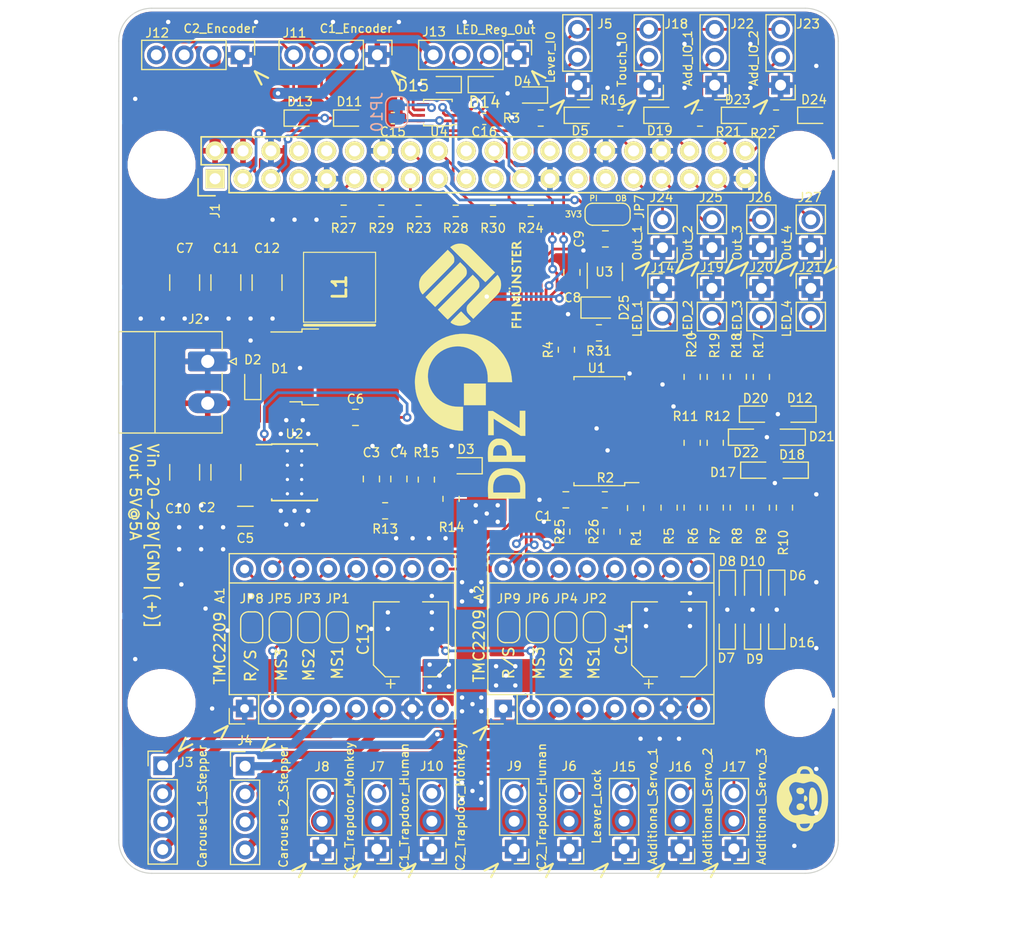
<source format=kicad_pcb>
(kicad_pcb (version 20171130) (host pcbnew 5.1.9)
  (layers (0 F.Cu signal) (31 B.Cu signal) (34 B.Paste user) (35 F.Paste user) (36 B.SilkS user) (37 F.SilkS user) (38 B.Mask user) (39 F.Mask user) (44 Edge.Cuts user))
  (net 0 "")
  (net 1 GND)
  (net 2 I2C_SDA)
  (net 3 I2C_SCL)
  (net 4 LED_Reg_Out)
  (net 5 Servo_Lock_Pulse_Out)
  (net 6 Carousel_2_Servo_Trapdoor_Monkey)
  (net 7 Carousel_2_Servo_Trapdoor_Human)
  (net 8 Carousel_1_Servo_Trapdoor_Monkey)
  (net 9 Carousel_1_Servo_Trapdoor_Human)
  (net 10 Lever_Switch_IO)
  (net 11 Carousel_1_Stepper_B_Neg)
  (net 12 Carousel_1_Stepper_B_Pos)
  (net 13 Carousel_1_Stepper_A_Neg)
  (net 14 Carousel_1_Stepper_A_Pos)
  (net 15 Carousel_2_Stepper_B_Neg)
  (net 16 Carousel_2_Stepper_B_Pos)
  (net 17 Carousel_2_Stepper_A_Neg)
  (net 18 Carousel_2_Stepper_A_Pos)
  (net 19 "Net-(A1-Pad13)")
  (net 20 Carousel_1_Stepper_DIR)
  (net 21 Carousel_1_Stepper_STEP)
  (net 22 +5V)
  (net 23 Carousel_1_Stepper_EN)
  (net 24 Carousel_2_Stepper_DIR)
  (net 25 Carousel_2_Stepper_STEP)
  (net 26 "Net-(A2-Pad13)")
  (net 27 Carousel_2_Stepper_EN)
  (net 28 +3V3)
  (net 29 "Net-(R8-Pad2)")
  (net 30 "Net-(R9-Pad2)")
  (net 31 "Net-(R10-Pad2)")
  (net 32 +24V)
  (net 33 LED_REG_CLK_OUT)
  (net 34 "Net-(C6-Pad2)")
  (net 35 "Net-(R4-Pad2)")
  (net 36 "Net-(R5-Pad2)")
  (net 37 "Net-(R6-Pad2)")
  (net 38 "Net-(R7-Pad2)")
  (net 39 "Net-(C5-Pad2)")
  (net 40 "Net-(R14-Pad1)")
  (net 41 "Net-(C3-Pad2)")
  (net 42 "Net-(C4-Pad2)")
  (net 43 "Net-(C6-Pad1)")
  (net 44 "Net-(A1-Pad12)")
  (net 45 "Net-(A1-Pad11)")
  (net 46 "Net-(A1-Pad10)")
  (net 47 "Net-(A2-Pad12)")
  (net 48 "Net-(A2-Pad11)")
  (net 49 Additional_Servo_1)
  (net 50 Additional_Servo_2)
  (net 51 Additional_Servo_3)
  (net 52 "Net-(R11-Pad2)")
  (net 53 "Net-(R12-Pad2)")
  (net 54 Signal_LED_1)
  (net 55 "Net-(R17-Pad2)")
  (net 56 Signal_LED_2)
  (net 57 "Net-(R18-Pad2)")
  (net 58 Signal_LED_3)
  (net 59 "Net-(R19-Pad2)")
  (net 60 Signal_LED_4)
  (net 61 "Net-(R20-Pad2)")
  (net 62 Additional_IO_1)
  (net 63 Additional_IO_2)
  (net 64 "Net-(A2-Pad10)")
  (net 65 "Net-(C9-Pad1)")
  (net 66 RPI_3V3)
  (net 67 "Net-(A1-Pad14)")
  (net 68 "Net-(A2-Pad14)")
  (net 69 "Net-(A1-Pad16)")
  (net 70 "Net-(A1-Pad15)")
  (net 71 "Net-(A1-Pad9)")
  (net 72 "Net-(A2-Pad16)")
  (net 73 "Net-(A2-Pad15)")
  (net 74 "Net-(A2-Pad9)")
  (net 75 "Net-(D25-Pad2)")
  (net 76 "Net-(R31-Pad2)")
  (net 77 Lever_Touch_IO)
  (net 78 Additional_IO_1_Out)
  (net 79 Additional_IO_2_Out)
  (net 80 Additional_IO_3_Out)
  (net 81 Additional_IO_4_Out)
  (net 82 "Net-(J1-Pad19)")
  (net 83 "Net-(J1-Pad23)")
  (net 84 "Net-(JP10-Pad1)")
  (module coil:XAL6060562MEB (layer F.Cu) (at 142.6 90.15 90)
    (fp_text reference L1 (at 0 0 90) (layer F.SilkS) (effects (font (size 1.27 1.27) (thickness 0.254))))
    (fp_text value 5.6uH hide)
    (pad 2 smd rect (at 2.02 0 90) (size 1.43 5.33) (layers F.Cu F.Paste F.Mask) (net 22 +5V))
    (pad 1 smd rect (at -2.02 0 90) (size 1.43 5.33) (layers F.Cu F.Paste F.Mask) (net 43 "Net-(C6-Pad1)"))
  )
  (module Jumper:SolderJumper-2_P1.3mm_Bridged_RoundedPad1.0x1.5mm (layer B.Cu) (at 147.8 74.2 270)
    (fp_text reference JP10 (at 0 1.8 90) (layer B.SilkS) (effects (justify mirror)))
    (fp_text value Jumper_NC_Small)
    (fp_poly (pts (xy 0.25 0.3) (xy -0.25 0.3) (xy -0.25 -0.3) (xy 0.25 -0.3)) (layer B.Cu) (width 0))
    (pad 1 smd custom (at -0.65 0 270) (size 1 0.5) (layers B.Cu B.Mask) (net 84 "Net-(JP10-Pad1)") (options (clearance outline) (anchor rect)) (primitives (gr_circle (center 0 -0.25) (end 0.5 -0.25) (width 0)) (gr_circle (center 0 0.25) (end 0.5 0.25) (width 0)) (gr_poly (pts (xy 0 0.75) (xy 0.5 0.75) (xy 0.5 -0.75) (xy 0 -0.75)) (width 0))))
    (pad 2 smd custom (at 0.65 0 270) (size 1 0.5) (layers B.Cu B.Mask) (net 28 +3V3) (options (clearance outline) (anchor rect)) (primitives (gr_circle (center 0 -0.25) (end 0.5 -0.25) (width 0)) (gr_circle (center 0 0.25) (end 0.5 0.25) (width 0)) (gr_poly (pts (xy 0 0.75) (xy -0.5 0.75) (xy -0.5 -0.75) (xy 0 -0.75)) (width 0))))
  )
  (module Capacitor_SMD:CP_Elec_6.3x7.7 (layer F.Cu) (at 172.6 122.2 90)
    (fp_text reference C14 (at 0 -4.35 90) (layer F.SilkS))
    (fp_text value 100u)
    (pad 2 smd roundrect (at 2.7 0 90) (size 3.500001 1.6) (layers F.Cu F.Paste F.Mask) (roundrect_rratio 0.156) (net 1 GND))
    (pad 1 smd roundrect (at -2.7 0 90) (size 3.5 1.6) (layers F.Cu F.Paste F.Mask) (roundrect_rratio 0.15625) (net 32 +24V))
  )
  (module Capacitor_SMD:CP_Elec_6.3x7.7 (layer F.Cu) (at 149.1 122.2 90)
    (fp_text reference C13 (at 0 -4.35 90) (layer F.SilkS))
    (fp_text value 100u)
    (pad 2 smd roundrect (at 2.7 0 90) (size 3.500001 1.6) (layers F.Cu F.Paste F.Mask) (roundrect_rratio 0.156) (net 1 GND))
    (pad 1 smd roundrect (at -2.7 0 90) (size 3.5 1.6) (layers F.Cu F.Paste F.Mask) (roundrect_rratio 0.15625) (net 32 +24V))
  )
  (module Diode_SMD:D_0603_1608Metric (layer F.Cu) (at 152.2 71.7 180)
    (fp_text reference D15 (at 2.9 -0.1) (layer F.SilkS))
    (fp_text value CG0603MLC-05E)
    (pad 2 smd roundrect (at 0.7875 0 180) (size 0.875 0.95) (layers F.Cu F.Paste F.Mask) (net 1 GND))
    (pad 1 smd roundrect (at -0.7875 0 180) (size 0.875 0.95) (layers F.Cu F.Paste F.Mask) (net 4 LED_Reg_Out))
  )
  (module Diode_SMD:D_0603_1608Metric (layer F.Cu) (at 155.8 71.7)
    (fp_text reference D14 (at 0 1.6) (layer F.SilkS))
    (fp_text value CG0603MLC-05E)
    (pad 2 smd roundrect (at 0.7875 0) (size 0.875 0.95) (layers F.Cu F.Paste F.Mask) (net 1 GND))
    (pad 1 smd roundrect (at -0.7875 0) (size 0.875 0.95) (layers F.Cu F.Paste F.Mask) (net 33 LED_REG_CLK_OUT))
  )
  (module Monkey-RPI-Header-PBD:monkey-drawing (layer F.Cu) (at 184.75 136.75 90)
    (fp_text reference Ref** hide)
    (fp_text value Val** hide)
  )
  (module Package_SO:VSSOP-8_2.4x2.1mm_P0.5mm (layer F.Cu) (at 151.55 74.25 180)
    (fp_text reference U4 (at -0.1 -1.75) (layer F.SilkS) (effects (font (size 0.8128 0.8128) (thickness 0.127))))
    (fp_text value SN74LVC2T45DCUR)
    (pad 8 smd rect (at 1.55 -0.75 180) (size 0.75 0.25) (layers F.Cu F.Paste F.Mask) (net 22 +5V))
    (pad 7 smd rect (at 1.55 -0.25 180) (size 0.75 0.25) (layers F.Cu F.Paste F.Mask) (net 4 LED_Reg_Out))
    (pad 6 smd rect (at 1.55 0.25 180) (size 0.75 0.25) (layers F.Cu F.Paste F.Mask) (net 33 LED_REG_CLK_OUT))
    (pad 5 smd rect (at 1.55 0.75 180) (size 0.75 0.25) (layers F.Cu F.Paste F.Mask) (net 84 "Net-(JP10-Pad1)"))
    (pad 4 smd rect (at -1.55 0.75 180) (size 0.75 0.25) (layers F.Cu F.Paste F.Mask) (net 1 GND))
    (pad 3 smd rect (at -1.55 0.25 180) (size 0.75 0.25) (layers F.Cu F.Paste F.Mask) (net 83 "Net-(J1-Pad23)"))
    (pad 2 smd rect (at -1.55 -0.25 180) (size 0.75 0.25) (layers F.Cu F.Paste F.Mask) (net 82 "Net-(J1-Pad19)"))
    (pad 1 smd rect (at -1.55 -0.75 180) (size 0.75 0.25) (layers F.Cu F.Paste F.Mask) (net 28 +3V3))
  )
  (module Capacitor_SMD:C_0603_1608Metric (layer F.Cu) (at 155.775 74.825 180)
    (fp_text reference C16 (at 0 -1.175) (layer F.SilkS) (effects (font (size 0.8128 0.8128) (thickness 0.127))))
    (fp_text value 10n)
    (pad 2 smd roundrect (at 0.775 0 180) (size 0.9 0.95) (layers F.Cu F.Paste F.Mask) (net 28 +3V3))
    (pad 1 smd roundrect (at -0.775 0 180) (size 0.9 0.95) (layers F.Cu F.Paste F.Mask) (net 1 GND))
  )
  (module Capacitor_SMD:C_0603_1608Metric (layer F.Cu) (at 147.45 74.75 180)
    (fp_text reference C15 (at 0 -1.25) (layer F.SilkS) (effects (font (size 0.8128 0.8128) (thickness 0.127))))
    (fp_text value 10n)
    (pad 2 smd roundrect (at 0.775 0 180) (size 0.9 0.95) (layers F.Cu F.Paste F.Mask) (net 1 GND))
    (pad 1 smd roundrect (at -0.775 0 180) (size 0.9 0.95) (layers F.Cu F.Paste F.Mask) (net 22 +5V))
  )
  (module Jumper:SolderJumper-2_P1.3mm_Open_RoundedPad1.0x1.5mm (layer F.Cu) (at 163.2 121.1 90)
    (fp_text reference JP4 (at 2.6 0 180) (layer F.SilkS) (effects (font (size 0.8128 0.8128) (thickness 0.127))))
    (fp_text value SolderJumper_2_Open)
    (pad 2 smd custom (at 0.65 0 90) (size 1 0.5) (layers F.Cu F.Mask) (net 48 "Net-(A2-Pad11)") (options (clearance outline) (anchor rect)) (primitives (gr_circle (center 0 0.25) (end 0.5 0.25) (width 0)) (gr_circle (center 0 -0.25) (end 0.5 -0.25) (width 0)) (gr_poly (pts (xy 0 -0.75) (xy -0.5 -0.75) (xy -0.5 0.75) (xy 0 0.75)) (width 0))))
    (pad 1 smd custom (at -0.65 0 90) (size 1 0.5) (layers F.Cu F.Mask) (net 28 +3V3) (options (clearance outline) (anchor rect)) (primitives (gr_circle (center 0 0.25) (end 0.5 0.25) (width 0)) (gr_circle (center 0 -0.25) (end 0.5 -0.25) (width 0)) (gr_poly (pts (xy 0 -0.75) (xy 0.5 -0.75) (xy 0.5 0.75) (xy 0 0.75)) (width 0))))
  )
  (module Jumper:SolderJumper-2_P1.3mm_Open_RoundedPad1.0x1.5mm (layer F.Cu) (at 139.8 121.1 90)
    (fp_text reference JP3 (at 2.6 0) (layer F.SilkS) (effects (font (size 0.8128 0.8128) (thickness 0.127))))
    (fp_text value SolderJumper_2_Open)
    (pad 2 smd custom (at 0.65 0 90) (size 1 0.5) (layers F.Cu F.Mask) (net 45 "Net-(A1-Pad11)") (options (clearance outline) (anchor rect)) (primitives (gr_circle (center 0 0.25) (end 0.5 0.25) (width 0)) (gr_circle (center 0 -0.25) (end 0.5 -0.25) (width 0)) (gr_poly (pts (xy 0 -0.75) (xy -0.5 -0.75) (xy -0.5 0.75) (xy 0 0.75)) (width 0))))
    (pad 1 smd custom (at -0.65 0 90) (size 1 0.5) (layers F.Cu F.Mask) (net 28 +3V3) (options (clearance outline) (anchor rect)) (primitives (gr_circle (center 0 0.25) (end 0.5 0.25) (width 0)) (gr_circle (center 0 -0.25) (end 0.5 -0.25) (width 0)) (gr_poly (pts (xy 0 -0.75) (xy 0.5 -0.75) (xy 0.5 0.75) (xy 0 0.75)) (width 0))))
  )
  (module Jumper:SolderJumper-2_P1.3mm_Open_RoundedPad1.0x1.5mm (layer F.Cu) (at 165.8 121.1 90)
    (fp_text reference JP2 (at 2.6 0.025 180) (layer F.SilkS) (effects (font (size 0.8128 0.8128) (thickness 0.127))))
    (fp_text value SolderJumper_2_Open)
    (pad 2 smd custom (at 0.65 0 90) (size 1 0.5) (layers F.Cu F.Mask) (net 64 "Net-(A2-Pad10)") (options (clearance outline) (anchor rect)) (primitives (gr_circle (center 0 0.25) (end 0.5 0.25) (width 0)) (gr_circle (center 0 -0.25) (end 0.5 -0.25) (width 0)) (gr_poly (pts (xy 0 -0.75) (xy -0.5 -0.75) (xy -0.5 0.75) (xy 0 0.75)) (width 0))))
    (pad 1 smd custom (at -0.65 0 90) (size 1 0.5) (layers F.Cu F.Mask) (net 28 +3V3) (options (clearance outline) (anchor rect)) (primitives (gr_circle (center 0 0.25) (end 0.5 0.25) (width 0)) (gr_circle (center 0 -0.25) (end 0.5 -0.25) (width 0)) (gr_poly (pts (xy 0 -0.75) (xy 0.5 -0.75) (xy 0.5 0.75) (xy 0 0.75)) (width 0))))
  )
  (module Jumper:SolderJumper-2_P1.3mm_Open_RoundedPad1.0x1.5mm (layer F.Cu) (at 142.4 121.1 90)
    (fp_text reference JP1 (at 2.6 0.025 180) (layer F.SilkS) (effects (font (size 0.8128 0.8128) (thickness 0.127))))
    (fp_text value SolderJumper_2_Open)
    (pad 2 smd custom (at 0.65 0 90) (size 1 0.5) (layers F.Cu F.Mask) (net 46 "Net-(A1-Pad10)") (options (clearance outline) (anchor rect)) (primitives (gr_circle (center 0 0.25) (end 0.5 0.25) (width 0)) (gr_circle (center 0 -0.25) (end 0.5 -0.25) (width 0)) (gr_poly (pts (xy 0 -0.75) (xy -0.5 -0.75) (xy -0.5 0.75) (xy 0 0.75)) (width 0))))
    (pad 1 smd custom (at -0.65 0 90) (size 1 0.5) (layers F.Cu F.Mask) (net 28 +3V3) (options (clearance outline) (anchor rect)) (primitives (gr_circle (center 0 0.25) (end 0.5 0.25) (width 0)) (gr_circle (center 0 -0.25) (end 0.5 -0.25) (width 0)) (gr_poly (pts (xy 0 -0.75) (xy 0.5 -0.75) (xy 0.5 0.75) (xy 0 0.75)) (width 0))))
  )
  (module Resistor_SMD:R_0805_2012Metric (layer F.Cu) (at 167.4 112.4 90)
    (fp_text reference R26 (at 0 -1.65 90) (layer F.SilkS) (effects (font (size 0.8128 0.8128) (thickness 0.127))))
    (fp_text value 10k)
    (pad 2 smd roundrect (at 0.9125 0 90) (size 1.025 1.4) (layers F.Cu F.Paste F.Mask) (roundrect_rratio 0.2439014634146341) (net 28 +3V3))
    (pad 1 smd roundrect (at -0.9125 0 90) (size 1.025 1.4) (layers F.Cu F.Paste F.Mask) (roundrect_rratio 0.2439014634146341) (net 74 "Net-(A2-Pad9)"))
  )
  (module Resistor_SMD:R_0805_2012Metric (layer F.Cu) (at 164.3 112.4 90)
    (fp_text reference R25 (at 0 -1.65 90) (layer F.SilkS) (effects (font (size 0.8128 0.8128) (thickness 0.127))))
    (fp_text value 10k)
    (pad 2 smd roundrect (at 0.9125 0 90) (size 1.025 1.4) (layers F.Cu F.Paste F.Mask) (roundrect_rratio 0.2439014634146341) (net 28 +3V3))
    (pad 1 smd roundrect (at -0.9125 0 90) (size 1.025 1.4) (layers F.Cu F.Paste F.Mask) (roundrect_rratio 0.2439014634146341) (net 71 "Net-(A1-Pad9)"))
  )
  (module Resistor_SMD:R_0805_2012Metric (layer F.Cu) (at 166.2125 94.3 180)
    (fp_text reference R31 (at 0 -1.65) (layer F.SilkS) (effects (font (size 0.8128 0.8128) (thickness 0.127))))
    (fp_text value 49)
    (pad 2 smd roundrect (at 0.9125 0 180) (size 1.025 1.4) (layers F.Cu F.Paste F.Mask) (roundrect_rratio 0.2439014634146341) (net 76 "Net-(R31-Pad2)"))
    (pad 1 smd roundrect (at -0.9125 0 180) (size 1.025 1.4) (layers F.Cu F.Paste F.Mask) (roundrect_rratio 0.2439014634146341) (net 75 "Net-(D25-Pad2)"))
  )
  (module Jumper:SolderJumper-2_P1.3mm_Bridged_RoundedPad1.0x1.5mm (layer F.Cu) (at 158 121.1 270)
    (fp_text reference JP9 (at -2.6 0 180) (layer F.SilkS) (effects (font (size 0.8128 0.8128) (thickness 0.127))))
    (fp_text value SolderJumper_2_Bridged)
    (fp_poly (pts (xy 0.25 -0.3) (xy -0.25 -0.3) (xy -0.25 0.3) (xy 0.25 0.3)) (layer F.Cu) (width 0))
    (pad 1 smd custom (at -0.65 0 270) (size 1 0.5) (layers F.Cu F.Mask) (net 68 "Net-(A2-Pad14)") (options (clearance outline) (anchor rect)) (primitives (gr_circle (center 0 0.25) (end 0.5 0.25) (width 0)) (gr_circle (center 0 -0.25) (end 0.5 -0.25) (width 0)) (gr_poly (pts (xy 0 -0.75) (xy 0.5 -0.75) (xy 0.5 0.75) (xy 0 0.75)) (width 0))))
    (pad 2 smd custom (at 0.65 0 270) (size 1 0.5) (layers F.Cu F.Mask) (net 26 "Net-(A2-Pad13)") (options (clearance outline) (anchor rect)) (primitives (gr_circle (center 0 0.25) (end 0.5 0.25) (width 0)) (gr_circle (center 0 -0.25) (end 0.5 -0.25) (width 0)) (gr_poly (pts (xy 0 -0.75) (xy -0.5 -0.75) (xy -0.5 0.75) (xy 0 0.75)) (width 0))))
  )
  (module Jumper:SolderJumper-2_P1.3mm_Bridged_RoundedPad1.0x1.5mm (layer F.Cu) (at 134.6 121.1 270)
    (fp_text reference JP8 (at -2.6 0 180) (layer F.SilkS) (effects (font (size 0.8128 0.8128) (thickness 0.127))))
    (fp_text value SolderJumper_2_Bridged)
    (fp_poly (pts (xy 0.25 -0.3) (xy -0.25 -0.3) (xy -0.25 0.3) (xy 0.25 0.3)) (layer F.Cu) (width 0))
    (pad 1 smd custom (at -0.65 0 270) (size 1 0.5) (layers F.Cu F.Mask) (net 67 "Net-(A1-Pad14)") (options (clearance outline) (anchor rect)) (primitives (gr_circle (center 0 0.25) (end 0.5 0.25) (width 0)) (gr_circle (center 0 -0.25) (end 0.5 -0.25) (width 0)) (gr_poly (pts (xy 0 -0.75) (xy 0.5 -0.75) (xy 0.5 0.75) (xy 0 0.75)) (width 0))))
    (pad 2 smd custom (at 0.65 0 270) (size 1 0.5) (layers F.Cu F.Mask) (net 19 "Net-(A1-Pad13)") (options (clearance outline) (anchor rect)) (primitives (gr_circle (center 0 0.25) (end 0.5 0.25) (width 0)) (gr_circle (center 0 -0.25) (end 0.5 -0.25) (width 0)) (gr_poly (pts (xy 0 -0.75) (xy -0.5 -0.75) (xy -0.5 0.75) (xy 0 0.75)) (width 0))))
  )
  (module Connector_PinHeader_2.54mm:PinHeader_1x02_P2.54mm_Vertical (layer F.Cu) (at 185.5 86.54 180)
    (fp_text reference J27 (at 0.1 4.57) (layer F.SilkS) (effects (font (size 0.8128 0.8128) (thickness 0.127))))
    (fp_text value Additional_IO_4_Out)
    (pad 2 thru_hole oval (at 0 2.54 180) (size 1.7 1.7) (drill 1) (layers *.Cu *.Mask) (net 81 Additional_IO_4_Out))
    (pad 1 thru_hole rect (at 0 0 180) (size 1.7 1.7) (drill 1) (layers *.Cu *.Mask) (net 1 GND))
  )
  (module Connector_PinHeader_2.54mm:PinHeader_1x02_P2.54mm_Vertical (layer F.Cu) (at 181 86.54 180)
    (fp_text reference J26 (at 0.1 4.57) (layer F.SilkS) (effects (font (size 0.8128 0.8128) (thickness 0.127))))
    (fp_text value Additional_IO_3_Out)
    (pad 2 thru_hole oval (at 0 2.54 180) (size 1.7 1.7) (drill 1) (layers *.Cu *.Mask) (net 80 Additional_IO_3_Out))
    (pad 1 thru_hole rect (at 0 0 180) (size 1.7 1.7) (drill 1) (layers *.Cu *.Mask) (net 1 GND))
  )
  (module Connector_PinHeader_2.54mm:PinHeader_1x02_P2.54mm_Vertical (layer F.Cu) (at 176.5 86.54 180)
    (fp_text reference J25 (at 0.1 4.57) (layer F.SilkS) (effects (font (size 0.8128 0.8128) (thickness 0.127))))
    (fp_text value Additional_IO_2_Out)
    (pad 2 thru_hole oval (at 0 2.54 180) (size 1.7 1.7) (drill 1) (layers *.Cu *.Mask) (net 79 Additional_IO_2_Out))
    (pad 1 thru_hole rect (at 0 0 180) (size 1.7 1.7) (drill 1) (layers *.Cu *.Mask) (net 1 GND))
  )
  (module Connector_PinHeader_2.54mm:PinHeader_1x02_P2.54mm_Vertical (layer F.Cu) (at 172 86.54 180)
    (fp_text reference J24 (at 0.1 4.57) (layer F.SilkS) (effects (font (size 0.8128 0.8128) (thickness 0.127))))
    (fp_text value Additional_IO_1_Out)
    (pad 2 thru_hole oval (at 0 2.54 180) (size 1.7 1.7) (drill 1) (layers *.Cu *.Mask) (net 78 Additional_IO_1_Out))
    (pad 1 thru_hole rect (at 0 0 180) (size 1.7 1.7) (drill 1) (layers *.Cu *.Mask) (net 1 GND))
  )
  (module Connector_PinHeader_2.54mm:PinHeader_1x03_P2.54mm_Vertical (layer F.Cu) (at 182.75 71.75 180)
    (fp_text reference J23 (at -2.5 5.57) (layer F.SilkS) (effects (font (size 0.8128 0.8128) (thickness 0.127))))
    (fp_text value Additional_IO_3_Con)
    (pad 3 thru_hole oval (at 0 5.08 180) (size 1.7 1.7) (drill 1) (layers *.Cu *.Mask) (net 28 +3V3))
    (pad 2 thru_hole oval (at 0 2.54 180) (size 1.7 1.7) (drill 1) (layers *.Cu *.Mask) (net 63 Additional_IO_2))
    (pad 1 thru_hole rect (at 0 0 180) (size 1.7 1.7) (drill 1) (layers *.Cu *.Mask) (net 1 GND))
  )
  (module Connector_PinHeader_2.54mm:PinHeader_1x03_P2.54mm_Vertical (layer F.Cu) (at 176.75 71.75 180)
    (fp_text reference J22 (at -2.5 5.57) (layer F.SilkS) (effects (font (size 0.8128 0.8128) (thickness 0.127))))
    (fp_text value Additional_IO_2_Con)
    (pad 3 thru_hole oval (at 0 5.08 180) (size 1.7 1.7) (drill 1) (layers *.Cu *.Mask) (net 28 +3V3))
    (pad 2 thru_hole oval (at 0 2.54 180) (size 1.7 1.7) (drill 1) (layers *.Cu *.Mask) (net 62 Additional_IO_1))
    (pad 1 thru_hole rect (at 0 0 180) (size 1.7 1.7) (drill 1) (layers *.Cu *.Mask) (net 1 GND))
  )
  (module Connector_PinHeader_2.54mm:PinHeader_1x03_P2.54mm_Vertical (layer F.Cu) (at 170.75 71.75 180)
    (fp_text reference J18 (at -2.5 5.57) (layer F.SilkS) (effects (font (size 0.8128 0.8128) (thickness 0.127))))
    (fp_text value Lever_Touch_IO_Con)
    (pad 3 thru_hole oval (at 0 5.08 180) (size 1.7 1.7) (drill 1) (layers *.Cu *.Mask) (net 28 +3V3))
    (pad 2 thru_hole oval (at 0 2.54 180) (size 1.7 1.7) (drill 1) (layers *.Cu *.Mask) (net 77 Lever_Touch_IO))
    (pad 1 thru_hole rect (at 0 0 180) (size 1.7 1.7) (drill 1) (layers *.Cu *.Mask) (net 1 GND))
  )
  (module Connector_PinHeader_2.54mm:PinHeader_1x03_P2.54mm_Vertical (layer F.Cu) (at 164.25 71.75 180)
    (fp_text reference J5 (at -2.5 5.57) (layer F.SilkS) (effects (font (size 0.8128 0.8128) (thickness 0.127))))
    (fp_text value Lever_Switch_Con)
    (pad 3 thru_hole oval (at 0 5.08 180) (size 1.7 1.7) (drill 1) (layers *.Cu *.Mask) (net 28 +3V3))
    (pad 2 thru_hole oval (at 0 2.54 180) (size 1.7 1.7) (drill 1) (layers *.Cu *.Mask) (net 10 Lever_Switch_IO))
    (pad 1 thru_hole rect (at 0 0 180) (size 1.7 1.7) (drill 1) (layers *.Cu *.Mask) (net 1 GND))
  )
  (module LED_SMD:LED_0805_2012Metric (layer F.Cu) (at 166.2625 92)
    (fp_text reference D25 (at 2.2375 0 90) (layer F.SilkS) (effects (font (size 0.8128 0.8128) (thickness 0.127))))
    (fp_text value LED)
    (pad 2 smd roundrect (at 0.9375 0) (size 0.975 1.4) (layers F.Cu F.Paste F.Mask) (net 75 "Net-(D25-Pad2)"))
    (pad 1 smd roundrect (at -0.9375 0) (size 0.975 1.4) (layers F.Cu F.Paste F.Mask) (net 1 GND))
  )
  (module Diode_SMD:D_0603_1608Metric (layer F.Cu) (at 179.4875 103.8)
    (fp_text reference D22 (at 0.1125 1.4) (layer F.SilkS) (effects (font (size 0.8128 0.8128) (thickness 0.127))))
    (fp_text value CG0603MLC-3.3LE)
    (pad 2 smd roundrect (at 0.7875 0) (size 0.875 0.95) (layers F.Cu F.Paste F.Mask) (net 1 GND))
    (pad 1 smd roundrect (at -0.7875 0) (size 0.875 0.95) (layers F.Cu F.Paste F.Mask) (net 60 Signal_LED_4))
  )
  (module Diode_SMD:D_0603_1608Metric (layer F.Cu) (at 183.5125 103.8 180)
    (fp_text reference D21 (at -2.9875 0.05) (layer F.SilkS) (effects (font (size 0.8128 0.8128) (thickness 0.127))))
    (fp_text value CG0603MLC-3.3LE)
    (pad 2 smd roundrect (at 0.7875 0 180) (size 0.875 0.95) (layers F.Cu F.Paste F.Mask) (net 1 GND))
    (pad 1 smd roundrect (at -0.7875 0 180) (size 0.875 0.95) (layers F.Cu F.Paste F.Mask) (net 58 Signal_LED_3))
  )
  (module Diode_SMD:D_0603_1608Metric (layer F.Cu) (at 180.4875 101.7)
    (fp_text reference D20 (at 0 -1.43) (layer F.SilkS) (effects (font (size 0.8128 0.8128) (thickness 0.127))))
    (fp_text value CG0603MLC-3.3LE)
    (pad 2 smd roundrect (at 0.7875 0) (size 0.875 0.95) (layers F.Cu F.Paste F.Mask) (net 1 GND))
    (pad 1 smd roundrect (at -0.7875 0) (size 0.875 0.95) (layers F.Cu F.Paste F.Mask) (net 56 Signal_LED_2))
  )
  (module Diode_SMD:D_0603_1608Metric (layer F.Cu) (at 139.0375 74.75)
    (fp_text reference D13 (at -0.0375 -1.5) (layer F.SilkS) (effects (font (size 0.8128 0.8128) (thickness 0.127))))
    (fp_text value CG0603MLC-3.3LE)
    (pad 1 smd roundrect (at -0.7875 0) (size 0.875 0.95) (layers F.Cu F.Paste F.Mask) (net 2 I2C_SDA))
    (pad 2 smd roundrect (at 0.7875 0) (size 0.875 0.95) (layers F.Cu F.Paste F.Mask) (net 1 GND))
  )
  (module Diode_SMD:D_0603_1608Metric (layer F.Cu) (at 184.4875 101.7 180)
    (fp_text reference D12 (at -0.0125 1.45) (layer F.SilkS) (effects (font (size 0.8128 0.8128) (thickness 0.127))))
    (fp_text value CG0603MLC-3.3LE)
    (pad 2 smd roundrect (at 0.7875 0 180) (size 0.875 0.95) (layers F.Cu F.Paste F.Mask) (net 1 GND))
    (pad 1 smd roundrect (at -0.7875 0 180) (size 0.875 0.95) (layers F.Cu F.Paste F.Mask) (net 54 Signal_LED_1))
  )
  (module Diode_SMD:D_0603_1608Metric (layer F.Cu) (at 143.5375 74.75)
    (fp_text reference D11 (at -0.0375 -1.5) (layer F.SilkS) (effects (font (size 0.8128 0.8128) (thickness 0.127))))
    (fp_text value CG0603MLC-3.3LE)
    (pad 2 smd roundrect (at 0.7875 0) (size 0.875 0.95) (layers F.Cu F.Paste F.Mask) (net 1 GND))
    (pad 1 smd roundrect (at -0.7875 0) (size 0.875 0.95) (layers F.Cu F.Paste F.Mask) (net 3 I2C_SCL))
  )
  (module Diode_SMD:D_0603_1608Metric (layer F.Cu) (at 160.05 72.65 180)
    (fp_text reference D4 (at 0.8 1.25) (layer F.SilkS) (effects (font (size 0.8128 0.8128) (thickness 0.127))))
    (fp_text value CG0603MLC-3.3LE)
    (pad 1 smd roundrect (at -0.7875 0 180) (size 0.875 0.95) (layers F.Cu F.Paste F.Mask) (net 28 +3V3))
    (pad 2 smd roundrect (at 0.7875 0 180) (size 0.875 0.95) (layers F.Cu F.Paste F.Mask) (net 1 GND))
  )
  (module Diode_SMD:D_0603_1608Metric (layer F.Cu) (at 154.1 106.4 180)
    (fp_text reference D3 (at 0 1.5) (layer F.SilkS) (effects (font (size 0.8128 0.8128) (thickness 0.127))))
    (fp_text value CG0603MLC-05E)
    (pad 2 smd roundrect (at 0.7875 0 180) (size 0.875 0.95) (layers F.Cu F.Paste F.Mask) (net 1 GND))
    (pad 1 smd roundrect (at -0.7875 0 180) (size 0.875 0.95) (layers F.Cu F.Paste F.Mask) (net 22 +5V))
  )
  (module Diode_SMD:D_0603_1608Metric (layer F.Cu) (at 134.7 98.8875 90)
    (fp_text reference D2 (at 2.1375 0 180) (layer F.SilkS) (effects (font (size 0.8128 0.8128) (thickness 0.127))))
    (fp_text value CG0603MLC-24LE)
    (pad 2 smd roundrect (at 0.7875 0 90) (size 0.875 0.95) (layers F.Cu F.Paste F.Mask) (net 1 GND))
    (pad 1 smd roundrect (at -0.7875 0 90) (size 0.875 0.95) (layers F.Cu F.Paste F.Mask) (net 32 +24V))
  )
  (module Resistor_SMD:R_0603_1608Metric (layer F.Cu) (at 156.575 83.2)
    (fp_text reference R30 (at 0 1.57) (layer F.SilkS) (effects (font (size 0.8128 0.8128) (thickness 0.127))))
    (fp_text value 100)
    (pad 2 smd roundrect (at 0.825 0) (size 0.8 0.95) (layers F.Cu F.Paste F.Mask) (net 72 "Net-(A2-Pad16)"))
    (pad 1 smd roundrect (at -0.825 0) (size 0.8 0.95) (layers F.Cu F.Paste F.Mask) (net 24 Carousel_2_Stepper_DIR))
  )
  (module Resistor_SMD:R_0603_1608Metric (layer F.Cu) (at 146.4 83.2)
    (fp_text reference R29 (at 0 1.57) (layer F.SilkS) (effects (font (size 0.8128 0.8128) (thickness 0.127))))
    (fp_text value 100)
    (pad 2 smd roundrect (at 0.825 0) (size 0.8 0.95) (layers F.Cu F.Paste F.Mask) (net 69 "Net-(A1-Pad16)"))
    (pad 1 smd roundrect (at -0.825 0) (size 0.8 0.95) (layers F.Cu F.Paste F.Mask) (net 20 Carousel_1_Stepper_DIR))
  )
  (module Resistor_SMD:R_0603_1608Metric (layer F.Cu) (at 153.175 83.2)
    (fp_text reference R28 (at 0 1.57) (layer F.SilkS) (effects (font (size 0.8128 0.8128) (thickness 0.127))))
    (fp_text value 100)
    (pad 2 smd roundrect (at 0.825 0) (size 0.8 0.95) (layers F.Cu F.Paste F.Mask) (net 73 "Net-(A2-Pad15)"))
    (pad 1 smd roundrect (at -0.825 0) (size 0.8 0.95) (layers F.Cu F.Paste F.Mask) (net 25 Carousel_2_Stepper_STEP))
  )
  (module Resistor_SMD:R_0603_1608Metric (layer F.Cu) (at 142.975 83.2)
    (fp_text reference R27 (at 0 1.57) (layer F.SilkS) (effects (font (size 0.8128 0.8128) (thickness 0.127))))
    (fp_text value 100)
    (pad 2 smd roundrect (at 0.825 0) (size 0.8 0.95) (layers F.Cu F.Paste F.Mask) (net 70 "Net-(A1-Pad15)"))
    (pad 1 smd roundrect (at -0.825 0) (size 0.8 0.95) (layers F.Cu F.Paste F.Mask) (net 21 Carousel_1_Stepper_STEP))
  )
  (module Resistor_SMD:R_0603_1608Metric (layer F.Cu) (at 160 83.2)
    (fp_text reference R24 (at 0 1.57) (layer F.SilkS) (effects (font (size 0.8128 0.8128) (thickness 0.127))))
    (fp_text value 100)
    (pad 2 smd roundrect (at 0.825 0) (size 0.8 0.95) (layers F.Cu F.Paste F.Mask) (net 74 "Net-(A2-Pad9)"))
    (pad 1 smd roundrect (at -0.825 0) (size 0.8 0.95) (layers F.Cu F.Paste F.Mask) (net 27 Carousel_2_Stepper_EN))
  )
  (module Resistor_SMD:R_0603_1608Metric (layer F.Cu) (at 149.8 83.2)
    (fp_text reference R23 (at 0 1.57) (layer F.SilkS) (effects (font (size 0.8128 0.8128) (thickness 0.127))))
    (fp_text value 100)
    (pad 2 smd roundrect (at 0.825 0) (size 0.8 0.95) (layers F.Cu F.Paste F.Mask) (net 71 "Net-(A1-Pad9)"))
    (pad 1 smd roundrect (at -0.825 0) (size 0.8 0.95) (layers F.Cu F.Paste F.Mask) (net 23 Carousel_1_Stepper_EN))
  )
  (module Jumper:SolderJumper-3_P1.3mm_Bridged12_RoundedPad1.0x1.5mm_NumberLabels (layer F.Cu) (at 167 83.5 180)
    (fp_text reference JP7 (at -2.9 0.7 90) (layer F.SilkS) (effects (font (size 0.8128 0.8128) (thickness 0.127))))
    (fp_text value SolderJumper_3_Bridged12)
    (fp_poly (pts (xy -0.9 -0.3) (xy -0.4 -0.3) (xy -0.4 0.3) (xy -0.9 0.3)) (layer F.Cu) (width 0))
    (fp_text user OB (at -1.225 1.45) (layer F.SilkS) (effects (font (size 0.508 0.508) (thickness 0.1016))))
    (fp_text user PI (at 1.275 1.45) (layer F.SilkS) (effects (font (size 0.508 0.508) (thickness 0.1016))))
    (pad 1 smd custom (at -1.3 0 180) (size 1 0.5) (layers F.Cu F.Mask) (net 65 "Net-(C9-Pad1)") (options (clearance outline) (anchor rect)) (primitives (gr_poly (pts (xy 0.55 -0.75) (xy 0 -0.75) (xy 0 0.75) (xy 0.55 0.75)) (width 0)) (gr_circle (center 0 0.25) (end 0.5 0.25) (width 0)) (gr_circle (center 0 -0.25) (end 0.5 -0.25) (width 0))))
    (pad 2 smd rect (at 0 0 180) (size 1 1.5) (layers F.Cu F.Mask) (net 28 +3V3))
    (pad 3 smd custom (at 1.3 0 180) (size 1 0.5) (layers F.Cu F.Mask) (net 66 RPI_3V3) (options (clearance outline) (anchor rect)) (primitives (gr_circle (center 0 0.25) (end 0.5 0.25) (width 0)) (gr_circle (center 0 -0.25) (end 0.5 -0.25) (width 0)) (gr_poly (pts (xy -0.55 -0.75) (xy 0 -0.75) (xy 0 0.75) (xy -0.55 0.75)) (width 0))))
  )
  (module Jumper:SolderJumper-2_P1.3mm_Open_RoundedPad1.0x1.5mm (layer F.Cu) (at 160.6 121.1 90)
    (fp_text reference JP6 (at 2.6 0 180) (layer F.SilkS) (effects (font (size 0.8128 0.8128) (thickness 0.127))))
    (fp_text value SolderJumper_2_Open)
    (pad 2 smd custom (at 0.65 0 90) (size 1 0.5) (layers F.Cu F.Mask) (net 47 "Net-(A2-Pad12)") (options (clearance outline) (anchor rect)) (primitives (gr_circle (center 0 0.25) (end 0.5 0.25) (width 0)) (gr_circle (center 0 -0.25) (end 0.5 -0.25) (width 0)) (gr_poly (pts (xy 0 -0.75) (xy -0.5 -0.75) (xy -0.5 0.75) (xy 0 0.75)) (width 0))))
    (pad 1 smd custom (at -0.65 0 90) (size 1 0.5) (layers F.Cu F.Mask) (net 28 +3V3) (options (clearance outline) (anchor rect)) (primitives (gr_circle (center 0 0.25) (end 0.5 0.25) (width 0)) (gr_circle (center 0 -0.25) (end 0.5 -0.25) (width 0)) (gr_poly (pts (xy 0 -0.75) (xy 0.5 -0.75) (xy 0.5 0.75) (xy 0 0.75)) (width 0))))
  )
  (module Jumper:SolderJumper-2_P1.3mm_Open_RoundedPad1.0x1.5mm (layer F.Cu) (at 137.2 121.1 90)
    (fp_text reference JP5 (at 2.6 -0.05 180) (layer F.SilkS) (effects (font (size 0.8128 0.8128) (thickness 0.127))))
    (fp_text value SolderJumper_2_Open)
    (pad 2 smd custom (at 0.65 0 90) (size 1 0.5) (layers F.Cu F.Mask) (net 44 "Net-(A1-Pad12)") (options (clearance outline) (anchor rect)) (primitives (gr_circle (center 0 0.25) (end 0.5 0.25) (width 0)) (gr_circle (center 0 -0.25) (end 0.5 -0.25) (width 0)) (gr_poly (pts (xy 0 -0.75) (xy -0.5 -0.75) (xy -0.5 0.75) (xy 0 0.75)) (width 0))))
    (pad 1 smd custom (at -0.65 0 90) (size 1 0.5) (layers F.Cu F.Mask) (net 28 +3V3) (options (clearance outline) (anchor rect)) (primitives (gr_circle (center 0 0.25) (end 0.5 0.25) (width 0)) (gr_circle (center 0 -0.25) (end 0.5 -0.25) (width 0)) (gr_poly (pts (xy 0 -0.75) (xy 0.5 -0.75) (xy 0.5 0.75) (xy 0 0.75)) (width 0))))
  )
  (module Resistor_SMD:R_0805_2012Metric (layer F.Cu) (at 182.3375 74.75)
    (fp_text reference R22 (at -1.1875 1.4) (layer F.SilkS) (effects (font (size 0.8128 0.8128) (thickness 0.127))))
    (fp_text value 10k)
    (pad 2 smd roundrect (at 0.9125 0) (size 1.025 1.4) (layers F.Cu F.Paste F.Mask) (roundrect_rratio 0.2439004878048781) (net 63 Additional_IO_2))
    (pad 1 smd roundrect (at -0.9125 0) (size 1.025 1.4) (layers F.Cu F.Paste F.Mask) (roundrect_rratio 0.2439004878048781) (net 1 GND))
  )
  (module Resistor_SMD:R_0805_2012Metric (layer F.Cu) (at 175.4125 74.75)
    (fp_text reference R21 (at 2.5875 1.25) (layer F.SilkS) (effects (font (size 0.8128 0.8128) (thickness 0.127))))
    (fp_text value 10k)
    (pad 2 smd roundrect (at 0.9125 0) (size 1.025 1.4) (layers F.Cu F.Paste F.Mask) (roundrect_rratio 0.2439004878048781) (net 62 Additional_IO_1))
    (pad 1 smd roundrect (at -0.9125 0) (size 1.025 1.4) (layers F.Cu F.Paste F.Mask) (roundrect_rratio 0.2439004878048781) (net 1 GND))
  )
  (module Resistor_SMD:R_0805_2012Metric (layer F.Cu) (at 168.1625 74.75)
    (fp_text reference R16 (at -0.6625 -1.65) (layer F.SilkS) (effects (font (size 0.8128 0.8128) (thickness 0.127))))
    (fp_text value 10k)
    (pad 2 smd roundrect (at 0.9125 0) (size 1.025 1.4) (layers F.Cu F.Paste F.Mask) (roundrect_rratio 0.2439004878048781) (net 77 Lever_Touch_IO))
    (pad 1 smd roundrect (at -0.9125 0) (size 1.025 1.4) (layers F.Cu F.Paste F.Mask) (roundrect_rratio 0.2439004878048781) (net 1 GND))
  )
  (module Diode_SMD:D_0603_1608Metric (layer F.Cu) (at 185.7875 74.5)
    (fp_text reference D24 (at 0 -1.43) (layer F.SilkS) (effects (font (size 0.8128 0.8128) (thickness 0.127))))
    (fp_text value CG0603MLC-3.3LE)
    (pad 2 smd roundrect (at 0.7875 0) (size 0.875 0.95) (layers F.Cu F.Paste F.Mask) (net 1 GND))
    (pad 1 smd roundrect (at -0.7875 0) (size 0.875 0.95) (layers F.Cu F.Paste F.Mask) (net 63 Additional_IO_2))
  )
  (module Diode_SMD:D_0603_1608Metric (layer F.Cu) (at 178.845001 74.5)
    (fp_text reference D23 (at 0 -1.43) (layer F.SilkS) (effects (font (size 0.8128 0.8128) (thickness 0.127))))
    (fp_text value CG0603MLC-3.3LE)
    (pad 2 smd roundrect (at 0.7875 0) (size 0.875 0.95) (layers F.Cu F.Paste F.Mask) (net 1 GND))
    (pad 1 smd roundrect (at -0.7875 0) (size 0.875 0.95) (layers F.Cu F.Paste F.Mask) (net 62 Additional_IO_1))
  )
  (module Diode_SMD:D_0603_1608Metric (layer F.Cu) (at 171.7875 74.5)
    (fp_text reference D19 (at -0.0375 1.4) (layer F.SilkS) (effects (font (size 0.8128 0.8128) (thickness 0.127))))
    (fp_text value CG0603MLC-3.3LE)
    (pad 2 smd roundrect (at 0.7875 0) (size 0.875 0.95) (layers F.Cu F.Paste F.Mask) (net 1 GND))
    (pad 1 smd roundrect (at -0.7875 0) (size 0.875 0.95) (layers F.Cu F.Paste F.Mask) (net 77 Lever_Touch_IO))
  )
  (module Connector_PinHeader_2.54mm:PinHeader_1x02_P2.54mm_Vertical (layer F.Cu) (at 185.5 90.25)
    (fp_text reference J21 (at 0 -1.93) (layer F.SilkS) (effects (font (size 0.8128 0.8128) (thickness 0.127))))
    (fp_text value Signal_LED_4)
    (pad 2 thru_hole oval (at 0 2.54) (size 1.7 1.7) (drill 1) (layers *.Cu *.Mask) (net 60 Signal_LED_4))
    (pad 1 thru_hole rect (at 0 0) (size 1.7 1.7) (drill 1) (layers *.Cu *.Mask) (net 1 GND))
  )
  (module Connector_PinHeader_2.54mm:PinHeader_1x02_P2.54mm_Vertical (layer F.Cu) (at 181 90.25)
    (fp_text reference J20 (at 0 -1.93) (layer F.SilkS) (effects (font (size 0.8128 0.8128) (thickness 0.127))))
    (fp_text value Signal_LED_3)
    (pad 2 thru_hole oval (at 0 2.54) (size 1.7 1.7) (drill 1) (layers *.Cu *.Mask) (net 58 Signal_LED_3))
    (pad 1 thru_hole rect (at 0 0) (size 1.7 1.7) (drill 1) (layers *.Cu *.Mask) (net 1 GND))
  )
  (module Connector_PinHeader_2.54mm:PinHeader_1x02_P2.54mm_Vertical (layer F.Cu) (at 176.5 90.25)
    (fp_text reference J19 (at 0 -1.93) (layer F.SilkS) (effects (font (size 0.8128 0.8128) (thickness 0.127))))
    (fp_text value Signal_LED_2)
    (pad 2 thru_hole oval (at 0 2.54) (size 1.7 1.7) (drill 1) (layers *.Cu *.Mask) (net 56 Signal_LED_2))
    (pad 1 thru_hole rect (at 0 0) (size 1.7 1.7) (drill 1) (layers *.Cu *.Mask) (net 1 GND))
  )
  (module Resistor_SMD:R_0805_2012Metric (layer F.Cu) (at 174.7 98.3125 90)
    (fp_text reference R20 (at 2.9125 -0.05 90) (layer F.SilkS) (effects (font (size 0.8128 0.8128) (thickness 0.127))))
    (fp_text value 220)
    (pad 2 smd roundrect (at 0.9125 0 90) (size 1.025 1.4) (layers F.Cu F.Paste F.Mask) (roundrect_rratio 0.2439004878048781) (net 61 "Net-(R20-Pad2)"))
    (pad 1 smd roundrect (at -0.9125 0 90) (size 1.025 1.4) (layers F.Cu F.Paste F.Mask) (roundrect_rratio 0.2439004878048781) (net 60 Signal_LED_4))
  )
  (module Resistor_SMD:R_0805_2012Metric (layer F.Cu) (at 176.8 98.3125 90)
    (fp_text reference R19 (at 2.8625 -0.05 90) (layer F.SilkS) (effects (font (size 0.8128 0.8128) (thickness 0.127))))
    (fp_text value 220)
    (pad 2 smd roundrect (at 0.9125 0 90) (size 1.025 1.4) (layers F.Cu F.Paste F.Mask) (roundrect_rratio 0.2439004878048781) (net 59 "Net-(R19-Pad2)"))
    (pad 1 smd roundrect (at -0.9125 0 90) (size 1.025 1.4) (layers F.Cu F.Paste F.Mask) (roundrect_rratio 0.2439004878048781) (net 58 Signal_LED_3))
  )
  (module Resistor_SMD:R_0805_2012Metric (layer F.Cu) (at 178.9 98.3 90)
    (fp_text reference R18 (at 2.85 -0.15 90) (layer F.SilkS) (effects (font (size 0.8128 0.8128) (thickness 0.127))))
    (fp_text value 220)
    (pad 2 smd roundrect (at 0.9125 0 90) (size 1.025 1.4) (layers F.Cu F.Paste F.Mask) (roundrect_rratio 0.2439004878048781) (net 57 "Net-(R18-Pad2)"))
    (pad 1 smd roundrect (at -0.9125 0 90) (size 1.025 1.4) (layers F.Cu F.Paste F.Mask) (roundrect_rratio 0.2439004878048781) (net 56 Signal_LED_2))
  )
  (module Resistor_SMD:R_0805_2012Metric (layer F.Cu) (at 181 98.3125 90)
    (fp_text reference R17 (at 2.8625 -0.25 90) (layer F.SilkS) (effects (font (size 0.8128 0.8128) (thickness 0.127))))
    (fp_text value 220)
    (pad 2 smd roundrect (at 0.9125 0 90) (size 1.025 1.4) (layers F.Cu F.Paste F.Mask) (roundrect_rratio 0.2439004878048781) (net 55 "Net-(R17-Pad2)"))
    (pad 1 smd roundrect (at -0.9125 0 90) (size 1.025 1.4) (layers F.Cu F.Paste F.Mask) (roundrect_rratio 0.2439004878048781) (net 54 Signal_LED_1))
  )
  (module Resistor_SMD:R_0805_2012Metric (layer F.Cu) (at 183.1 110.2125 90)
    (fp_text reference R10 (at -3.1875 -0.1 90) (layer F.SilkS) (effects (font (size 0.8128 0.8128) (thickness 0.127))))
    (fp_text value 220)
    (pad 2 smd roundrect (at 0.9125 0 90) (size 1.025 1.4) (layers F.Cu F.Paste F.Mask) (roundrect_rratio 0.2439004878048781) (net 31 "Net-(R10-Pad2)"))
    (pad 1 smd roundrect (at -0.9125 0 90) (size 1.025 1.4) (layers F.Cu F.Paste F.Mask) (roundrect_rratio 0.2439004878048781) (net 49 Additional_Servo_1))
  )
  (module Resistor_SMD:R_0805_2012Metric (layer F.Cu) (at 181 110.2125 90)
    (fp_text reference R9 (at -2.5875 0 90) (layer F.SilkS) (effects (font (size 0.8128 0.8128) (thickness 0.127))))
    (fp_text value 220)
    (pad 2 smd roundrect (at 0.9125 0 90) (size 1.025 1.4) (layers F.Cu F.Paste F.Mask) (roundrect_rratio 0.2439004878048781) (net 30 "Net-(R9-Pad2)"))
    (pad 1 smd roundrect (at -0.9125 0 90) (size 1.025 1.4) (layers F.Cu F.Paste F.Mask) (roundrect_rratio 0.2439004878048781) (net 5 Servo_Lock_Pulse_Out))
  )
  (module Resistor_SMD:R_0805_2012Metric (layer F.Cu) (at 178.9 110.2125 90)
    (fp_text reference R8 (at -2.5875 -0.1 90) (layer F.SilkS) (effects (font (size 0.8128 0.8128) (thickness 0.127))))
    (fp_text value 220)
    (pad 2 smd roundrect (at 0.9125 0 90) (size 1.025 1.4) (layers F.Cu F.Paste F.Mask) (roundrect_rratio 0.2439004878048781) (net 29 "Net-(R8-Pad2)"))
    (pad 1 smd roundrect (at -0.9125 0 90) (size 1.025 1.4) (layers F.Cu F.Paste F.Mask) (roundrect_rratio 0.2439004878048781) (net 7 Carousel_2_Servo_Trapdoor_Human))
  )
  (module Resistor_SMD:R_0805_2012Metric (layer F.Cu) (at 176.8 110.2125 90)
    (fp_text reference R7 (at -2.5875 0 90) (layer F.SilkS) (effects (font (size 0.8128 0.8128) (thickness 0.127))))
    (fp_text value 220)
    (pad 2 smd roundrect (at 0.9125 0 90) (size 1.025 1.4) (layers F.Cu F.Paste F.Mask) (roundrect_rratio 0.2439004878048781) (net 38 "Net-(R7-Pad2)"))
    (pad 1 smd roundrect (at -0.9125 0 90) (size 1.025 1.4) (layers F.Cu F.Paste F.Mask) (roundrect_rratio 0.2439004878048781) (net 6 Carousel_2_Servo_Trapdoor_Monkey))
  )
  (module Resistor_SMD:R_0805_2012Metric (layer F.Cu) (at 174.7 110.2125 90)
    (fp_text reference R6 (at -2.5875 0.1 90) (layer F.SilkS) (effects (font (size 0.8128 0.8128) (thickness 0.127))))
    (fp_text value 220)
    (pad 2 smd roundrect (at 0.9125 0 90) (size 1.025 1.4) (layers F.Cu F.Paste F.Mask) (roundrect_rratio 0.2439004878048781) (net 37 "Net-(R6-Pad2)"))
    (pad 1 smd roundrect (at -0.9125 0 90) (size 1.025 1.4) (layers F.Cu F.Paste F.Mask) (roundrect_rratio 0.2439004878048781) (net 9 Carousel_1_Servo_Trapdoor_Human))
  )
  (module Resistor_SMD:R_0805_2012Metric (layer F.Cu) (at 172.6 110.2125 90)
    (fp_text reference R5 (at -2.5875 0 90) (layer F.SilkS) (effects (font (size 0.8128 0.8128) (thickness 0.127))))
    (fp_text value 220)
    (pad 2 smd roundrect (at 0.9125 0 90) (size 1.025 1.4) (layers F.Cu F.Paste F.Mask) (roundrect_rratio 0.2439004878048781) (net 36 "Net-(R5-Pad2)"))
    (pad 1 smd roundrect (at -0.9125 0 90) (size 1.025 1.4) (layers F.Cu F.Paste F.Mask) (roundrect_rratio 0.2439004878048781) (net 8 Carousel_1_Servo_Trapdoor_Monkey))
  )
  (module Resistor_SMD:R_0805_2012Metric (layer F.Cu) (at 160.9125 74.75)
    (fp_text reference R3 (at -2.6625 0) (layer F.SilkS) (effects (font (size 0.8128 0.8128) (thickness 0.127))))
    (fp_text value 10k)
    (pad 2 smd roundrect (at 0.9125 0) (size 1.025 1.4) (layers F.Cu F.Paste F.Mask) (roundrect_rratio 0.2439004878048781) (net 10 Lever_Switch_IO))
    (pad 1 smd roundrect (at -0.9125 0) (size 1.025 1.4) (layers F.Cu F.Paste F.Mask) (roundrect_rratio 0.2439004878048781) (net 1 GND))
  )
  (module Diode_SMD:D_0603_1608Metric (layer F.Cu) (at 180.2 117.3875 270)
    (fp_text reference D10 (at -2.2875 0 180) (layer F.SilkS) (effects (font (size 0.8128 0.8128) (thickness 0.127))))
    (fp_text value CG0603MLC-3.3LE)
    (pad 1 smd roundrect (at -0.7875 0 270) (size 0.875 0.95) (layers F.Cu F.Paste F.Mask) (net 6 Carousel_2_Servo_Trapdoor_Monkey))
    (pad 2 smd roundrect (at 0.7875 0 270) (size 0.875 0.95) (layers F.Cu F.Paste F.Mask) (net 1 GND))
  )
  (module Diode_SMD:D_0603_1608Metric (layer F.Cu) (at 180.2 121.6125 90)
    (fp_text reference D9 (at -2.3875 0.2 180) (layer F.SilkS) (effects (font (size 0.8128 0.8128) (thickness 0.127))))
    (fp_text value CG0603MLC-3.3LE)
    (pad 1 smd roundrect (at -0.7875 0 90) (size 0.875 0.95) (layers F.Cu F.Paste F.Mask) (net 7 Carousel_2_Servo_Trapdoor_Human))
    (pad 2 smd roundrect (at 0.7875 0 90) (size 0.875 0.95) (layers F.Cu F.Paste F.Mask) (net 1 GND))
  )
  (module Diode_SMD:D_0603_1608Metric (layer F.Cu) (at 177.9 117.4 270)
    (fp_text reference D8 (at -2.3 0 180) (layer F.SilkS) (effects (font (size 0.8128 0.8128) (thickness 0.127))))
    (fp_text value CG0603MLC-3.3LE)
    (pad 1 smd roundrect (at -0.7875 0 270) (size 0.875 0.95) (layers F.Cu F.Paste F.Mask) (net 8 Carousel_1_Servo_Trapdoor_Monkey))
    (pad 2 smd roundrect (at 0.7875 0 270) (size 0.875 0.95) (layers F.Cu F.Paste F.Mask) (net 1 GND))
  )
  (module Diode_SMD:D_0603_1608Metric (layer F.Cu) (at 177.9 121.6125 90)
    (fp_text reference D7 (at -2.2875 -0.1 180) (layer F.SilkS) (effects (font (size 0.8128 0.8128) (thickness 0.127))))
    (fp_text value CG0603MLC-3.3LE)
    (pad 1 smd roundrect (at -0.7875 0 90) (size 0.875 0.95) (layers F.Cu F.Paste F.Mask) (net 9 Carousel_1_Servo_Trapdoor_Human))
    (pad 2 smd roundrect (at 0.7875 0 90) (size 0.875 0.95) (layers F.Cu F.Paste F.Mask) (net 1 GND))
  )
  (module Diode_SMD:D_0603_1608Metric (layer F.Cu) (at 182.4 117.3875 270)
    (fp_text reference D6 (at -0.9875 -1.9 180) (layer F.SilkS) (effects (font (size 0.8128 0.8128) (thickness 0.127))))
    (fp_text value CG0603MLC-3.3LE)
    (pad 1 smd roundrect (at -0.7875 0 270) (size 0.875 0.95) (layers F.Cu F.Paste F.Mask) (net 5 Servo_Lock_Pulse_Out))
    (pad 2 smd roundrect (at 0.7875 0 270) (size 0.875 0.95) (layers F.Cu F.Paste F.Mask) (net 1 GND))
  )
  (module Resistor_SMD:R_0805_2012Metric (layer F.Cu) (at 176.8 104.3125 90)
    (fp_text reference R12 (at 2.4125 0.2 180) (layer F.SilkS) (effects (font (size 0.8128 0.8128) (thickness 0.127))))
    (fp_text value 220)
    (pad 2 smd roundrect (at 0.9125 0 90) (size 1.025 1.4) (layers F.Cu F.Paste F.Mask) (roundrect_rratio 0.2439004878048781) (net 53 "Net-(R12-Pad2)"))
    (pad 1 smd roundrect (at -0.9125 0 90) (size 1.025 1.4) (layers F.Cu F.Paste F.Mask) (roundrect_rratio 0.2439004878048781) (net 51 Additional_Servo_3))
  )
  (module Resistor_SMD:R_0805_2012Metric (layer F.Cu) (at 174.7 104.3125 90)
    (fp_text reference R11 (at 2.4125 -0.6 180) (layer F.SilkS) (effects (font (size 0.8128 0.8128) (thickness 0.127))))
    (fp_text value 220)
    (pad 2 smd roundrect (at 0.9125 0 90) (size 1.025 1.4) (layers F.Cu F.Paste F.Mask) (roundrect_rratio 0.2439004878048781) (net 52 "Net-(R11-Pad2)"))
    (pad 1 smd roundrect (at -0.9125 0 90) (size 1.025 1.4) (layers F.Cu F.Paste F.Mask) (roundrect_rratio 0.2439004878048781) (net 50 Additional_Servo_2))
  )
  (module Connector_PinHeader_2.54mm:PinHeader_1x03_P2.54mm_Vertical (layer F.Cu) (at 178.5 141.28 180)
    (fp_text reference J17 (at 0 7.47) (layer F.SilkS) (effects (font (size 0.8128 0.8128) (thickness 0.127))))
    (fp_text value Additional_Servo_3)
    (pad 3 thru_hole oval (at 0 5.08 180) (size 1.7 1.7) (drill 1) (layers *.Cu *.Mask) (net 51 Additional_Servo_3))
    (pad 2 thru_hole oval (at 0 2.54 180) (size 1.7 1.7) (drill 1) (layers *.Cu *.Mask) (net 22 +5V))
    (pad 1 thru_hole rect (at 0 0 180) (size 1.7 1.7) (drill 1) (layers *.Cu *.Mask) (net 1 GND))
  )
  (module Connector_PinHeader_2.54mm:PinHeader_1x03_P2.54mm_Vertical (layer F.Cu) (at 173.6 141.28 180)
    (fp_text reference J16 (at 0 7.47) (layer F.SilkS) (effects (font (size 0.8128 0.8128) (thickness 0.127))))
    (fp_text value Additional_Servo_2)
    (pad 3 thru_hole oval (at 0 5.08 180) (size 1.7 1.7) (drill 1) (layers *.Cu *.Mask) (net 50 Additional_Servo_2))
    (pad 2 thru_hole oval (at 0 2.54 180) (size 1.7 1.7) (drill 1) (layers *.Cu *.Mask) (net 22 +5V))
    (pad 1 thru_hole rect (at 0 0 180) (size 1.7 1.7) (drill 1) (layers *.Cu *.Mask) (net 1 GND))
  )
  (module Connector_PinHeader_2.54mm:PinHeader_1x03_P2.54mm_Vertical (layer F.Cu) (at 168.5 141.28 180)
    (fp_text reference J15 (at 0 7.47) (layer F.SilkS) (effects (font (size 0.8128 0.8128) (thickness 0.127))))
    (fp_text value Additional_Servo_1)
    (pad 3 thru_hole oval (at 0 5.08 180) (size 1.7 1.7) (drill 1) (layers *.Cu *.Mask) (net 49 Additional_Servo_1))
    (pad 2 thru_hole oval (at 0 2.54 180) (size 1.7 1.7) (drill 1) (layers *.Cu *.Mask) (net 22 +5V))
    (pad 1 thru_hole rect (at 0 0 180) (size 1.7 1.7) (drill 1) (layers *.Cu *.Mask) (net 1 GND))
  )
  (module Diode_SMD:D_0603_1608Metric (layer F.Cu) (at 183.7875 106.8 180)
    (fp_text reference D18 (at 0 1.4) (layer F.SilkS) (effects (font (size 0.8128 0.8128) (thickness 0.127))))
    (fp_text value CG0603MLC-3.3LE)
    (pad 2 smd roundrect (at 0.7875 0 180) (size 0.875 0.95) (layers F.Cu F.Paste F.Mask) (net 1 GND))
    (pad 1 smd roundrect (at -0.7875 0 180) (size 0.875 0.95) (layers F.Cu F.Paste F.Mask) (net 51 Additional_Servo_3))
  )
  (module Diode_SMD:D_0603_1608Metric (layer F.Cu) (at 180.6 106.8)
    (fp_text reference D17 (at -3.1 0.2) (layer F.SilkS) (effects (font (size 0.8128 0.8128) (thickness 0.127))))
    (fp_text value CG0603MLC-3.3LE)
    (pad 2 smd roundrect (at 0.7875 0) (size 0.875 0.95) (layers F.Cu F.Paste F.Mask) (net 1 GND))
    (pad 1 smd roundrect (at -0.7875 0) (size 0.875 0.95) (layers F.Cu F.Paste F.Mask) (net 50 Additional_Servo_2))
  )
  (module Diode_SMD:D_0603_1608Metric (layer F.Cu) (at 182.4 121.6 90)
    (fp_text reference D16 (at -0.9 2.3 180) (layer F.SilkS) (effects (font (size 0.8128 0.8128) (thickness 0.127))))
    (fp_text value CG0603MLC-3.3LE)
    (pad 2 smd roundrect (at 0.7875 0 90) (size 0.875 0.95) (layers F.Cu F.Paste F.Mask) (net 1 GND))
    (pad 1 smd roundrect (at -0.7875 0 90) (size 0.875 0.95) (layers F.Cu F.Paste F.Mask) (net 49 Additional_Servo_1))
  )
  (module Module:Pololu_Breakout-16_15.2x20.3mm (layer F.Cu) (at 133.96 128.5 90)
    (fp_text reference A1 (at 10.3 -2.26 270) (layer F.SilkS) (effects (font (size 0.8128 0.8128) (thickness 0.127))))
    (fp_text value Breakout_TMC2209)
    (pad 16 thru_hole oval (at 12.7 0 90) (size 1.6 1.6) (drill 0.8) (layers *.Cu *.Mask) (net 69 "Net-(A1-Pad16)"))
    (pad 8 thru_hole oval (at 0 17.78 90) (size 1.6 1.6) (drill 0.8) (layers *.Cu *.Mask) (net 32 +24V))
    (pad 15 thru_hole oval (at 12.7 2.54 90) (size 1.6 1.6) (drill 0.8) (layers *.Cu *.Mask) (net 70 "Net-(A1-Pad15)"))
    (pad 7 thru_hole oval (at 0 15.24 90) (size 1.6 1.6) (drill 0.8) (layers *.Cu *.Mask) (net 1 GND))
    (pad 14 thru_hole oval (at 12.7 5.08 90) (size 1.6 1.6) (drill 0.8) (layers *.Cu *.Mask) (net 67 "Net-(A1-Pad14)"))
    (pad 6 thru_hole oval (at 0 12.7 90) (size 1.6 1.6) (drill 0.8) (layers *.Cu *.Mask) (net 11 Carousel_1_Stepper_B_Neg))
    (pad 13 thru_hole oval (at 12.7 7.62 90) (size 1.6 1.6) (drill 0.8) (layers *.Cu *.Mask) (net 19 "Net-(A1-Pad13)"))
    (pad 5 thru_hole oval (at 0 10.16 90) (size 1.6 1.6) (drill 0.8) (layers *.Cu *.Mask) (net 12 Carousel_1_Stepper_B_Pos))
    (pad 12 thru_hole oval (at 12.7 10.16 90) (size 1.6 1.6) (drill 0.8) (layers *.Cu *.Mask) (net 44 "Net-(A1-Pad12)"))
    (pad 4 thru_hole oval (at 0 7.62 90) (size 1.6 1.6) (drill 0.8) (layers *.Cu *.Mask) (net 14 Carousel_1_Stepper_A_Pos))
    (pad 11 thru_hole oval (at 12.7 12.7 90) (size 1.6 1.6) (drill 0.8) (layers *.Cu *.Mask) (net 45 "Net-(A1-Pad11)"))
    (pad 3 thru_hole oval (at 0 5.08 90) (size 1.6 1.6) (drill 0.8) (layers *.Cu *.Mask) (net 13 Carousel_1_Stepper_A_Neg))
    (pad 10 thru_hole oval (at 12.7 15.24 90) (size 1.6 1.6) (drill 0.8) (layers *.Cu *.Mask) (net 46 "Net-(A1-Pad10)"))
    (pad 2 thru_hole oval (at 0 2.54 90) (size 1.6 1.6) (drill 0.8) (layers *.Cu *.Mask) (net 28 +3V3))
    (pad 9 thru_hole oval (at 12.7 17.78 90) (size 1.6 1.6) (drill 0.8) (layers *.Cu *.Mask) (net 71 "Net-(A1-Pad9)"))
    (pad 1 thru_hole rect (at 0 0 90) (size 1.6 1.6) (drill 0.8) (layers *.Cu *.Mask) (net 1 GND))
  )
  (module Monkey-RPI-Header-PBD:FH_silk (layer F.Cu) (at 154.15 89.85 90)
    (fp_text reference Ref** hide)
    (fp_text value Val** hide)
  )
  (module Monkey-RPI-Header-PBD:DPZ_SilkS (layer F.Cu) (at 152 101.9 90)
    (fp_text reference Ref** hide)
    (fp_text value Val** hide)
  )
  (module Connector_PinHeader_2.54mm:PinHeader_1x04_P2.54mm_Vertical (layer F.Cu) (at 158.75 69 270)
    (fp_text reference J13 (at -2.1 7.55 180) (layer F.SilkS) (effects (font (size 0.8128 0.8128) (thickness 0.127))))
    (fp_text value LED_NeoPixel_Strip)
    (pad 4 thru_hole oval (at 0 7.62 270) (size 1.7 1.7) (drill 1) (layers *.Cu *.Mask) (net 22 +5V))
    (pad 3 thru_hole oval (at 0 5.08 270) (size 1.7 1.7) (drill 1) (layers *.Cu *.Mask) (net 4 LED_Reg_Out))
    (pad 2 thru_hole oval (at 0 2.54 270) (size 1.7 1.7) (drill 1) (layers *.Cu *.Mask) (net 33 LED_REG_CLK_OUT))
    (pad 1 thru_hole rect (at 0 0 270) (size 1.7 1.7) (drill 1) (layers *.Cu *.Mask) (net 1 GND))
  )
  (module Package_SO:Texas_HSOP-8-1EP_3.9x4.9mm_P1.27mm_ThermalVias (layer F.Cu) (at 138.5 107)
    (fp_text reference U2 (at 0 -3.5) (layer F.SilkS) (effects (font (size 0.8128 0.8128) (thickness 0.127))))
    (fp_text value TPS54531DDAR)
    (pad 9 thru_hole circle (at 0.65 1.95) (size 0.6 0.6) (drill 0.3) (layers *.Cu *.Mask) (net 1 GND))
    (pad 9 thru_hole circle (at 0.65 0.65) (size 0.6 0.6) (drill 0.3) (layers *.Cu *.Mask) (net 1 GND))
    (pad 9 thru_hole circle (at -0.65 0.65) (size 0.6 0.6) (drill 0.3) (layers *.Cu *.Mask) (net 1 GND))
    (pad 9 thru_hole circle (at -0.65 1.95) (size 0.6 0.6) (drill 0.3) (layers *.Cu *.Mask) (net 1 GND))
    (pad 9 thru_hole circle (at 0.65 -1.95) (size 0.6 0.6) (drill 0.3) (layers *.Cu *.Mask) (net 1 GND))
    (pad 9 thru_hole circle (at 0.65 -0.65) (size 0.6 0.6) (drill 0.3) (layers *.Cu *.Mask) (net 1 GND))
    (pad 9 thru_hole circle (at -0.65 -0.65) (size 0.6 0.6) (drill 0.3) (layers *.Cu *.Mask) (net 1 GND))
    (pad 9 thru_hole circle (at -0.65 -1.95) (size 0.6 0.6) (drill 0.3) (layers *.Cu *.Mask) (net 1 GND))
    (pad 8 smd rect (at 2.7 -1.905) (size 1.55 0.6) (layers F.Cu F.Paste F.Mask) (net 43 "Net-(C6-Pad1)"))
    (pad 7 smd rect (at 2.7 -0.635) (size 1.55 0.6) (layers F.Cu F.Paste F.Mask) (net 1 GND))
    (pad 6 smd rect (at 2.7 0.635) (size 1.55 0.6) (layers F.Cu F.Paste F.Mask) (net 41 "Net-(C3-Pad2)"))
    (pad 5 smd rect (at 2.7 1.905) (size 1.55 0.6) (layers F.Cu F.Paste F.Mask) (net 40 "Net-(R14-Pad1)"))
    (pad 4 smd rect (at -2.7 1.905) (size 1.55 0.6) (layers F.Cu F.Paste F.Mask) (net 39 "Net-(C5-Pad2)"))
    (pad 3 smd rect (at -2.7 0.635) (size 1.55 0.6) (layers F.Cu F.Paste F.Mask))
    (pad 2 smd rect (at -2.7 -0.635) (size 1.55 0.6) (layers F.Cu F.Paste F.Mask) (net 32 +24V))
    (pad 1 smd rect (at -2.7 -1.905) (size 1.55 0.6) (layers F.Cu F.Paste F.Mask) (net 34 "Net-(C6-Pad2)"))
    (pad 9 smd rect (at 0 0) (size 2.95 4.9) (layers B.Cu) (net 1 GND))
    (pad 9 smd rect (at 0 0) (size 2.95 4.9) (layers F.Cu) (net 1 GND))
  )
  (module Diode_SMD:D_0603_1608Metric (layer F.Cu) (at 164.5375 74.5)
    (fp_text reference D5 (at -0.0375 1.4) (layer F.SilkS) (effects (font (size 0.8128 0.8128) (thickness 0.127))))
    (fp_text value CG0603MLC-3.3LE)
    (pad 2 smd roundrect (at 0.7875 0) (size 0.875 0.95) (layers F.Cu F.Paste F.Mask) (net 1 GND))
    (pad 1 smd roundrect (at -0.7875 0) (size 0.875 0.95) (layers F.Cu F.Paste F.Mask) (net 10 Lever_Switch_IO))
  )
  (module Module:Pololu_Breakout-16_15.2x20.3mm (layer F.Cu) (at 157.5 128.5 90)
    (fp_text reference A2 (at 10.5 -2.2 270) (layer F.SilkS) (effects (font (size 0.8128 0.8128) (thickness 0.127))))
    (fp_text value Breakout_TMC2209)
    (pad 16 thru_hole oval (at 12.7 0 90) (size 1.6 1.6) (drill 0.8) (layers *.Cu *.Mask) (net 72 "Net-(A2-Pad16)"))
    (pad 8 thru_hole oval (at 0 17.78 90) (size 1.6 1.6) (drill 0.8) (layers *.Cu *.Mask) (net 32 +24V))
    (pad 15 thru_hole oval (at 12.7 2.54 90) (size 1.6 1.6) (drill 0.8) (layers *.Cu *.Mask) (net 73 "Net-(A2-Pad15)"))
    (pad 7 thru_hole oval (at 0 15.24 90) (size 1.6 1.6) (drill 0.8) (layers *.Cu *.Mask) (net 1 GND))
    (pad 14 thru_hole oval (at 12.7 5.08 90) (size 1.6 1.6) (drill 0.8) (layers *.Cu *.Mask) (net 68 "Net-(A2-Pad14)"))
    (pad 6 thru_hole oval (at 0 12.7 90) (size 1.6 1.6) (drill 0.8) (layers *.Cu *.Mask) (net 15 Carousel_2_Stepper_B_Neg))
    (pad 13 thru_hole oval (at 12.7 7.62 90) (size 1.6 1.6) (drill 0.8) (layers *.Cu *.Mask) (net 26 "Net-(A2-Pad13)"))
    (pad 5 thru_hole oval (at 0 10.16 90) (size 1.6 1.6) (drill 0.8) (layers *.Cu *.Mask) (net 16 Carousel_2_Stepper_B_Pos))
    (pad 12 thru_hole oval (at 12.7 10.16 90) (size 1.6 1.6) (drill 0.8) (layers *.Cu *.Mask) (net 47 "Net-(A2-Pad12)"))
    (pad 4 thru_hole oval (at 0 7.62 90) (size 1.6 1.6) (drill 0.8) (layers *.Cu *.Mask) (net 18 Carousel_2_Stepper_A_Pos))
    (pad 11 thru_hole oval (at 12.7 12.7 90) (size 1.6 1.6) (drill 0.8) (layers *.Cu *.Mask) (net 48 "Net-(A2-Pad11)"))
    (pad 3 thru_hole oval (at 0 5.08 90) (size 1.6 1.6) (drill 0.8) (layers *.Cu *.Mask) (net 17 Carousel_2_Stepper_A_Neg))
    (pad 10 thru_hole oval (at 12.7 15.24 90) (size 1.6 1.6) (drill 0.8) (layers *.Cu *.Mask) (net 64 "Net-(A2-Pad10)"))
    (pad 2 thru_hole oval (at 0 2.54 90) (size 1.6 1.6) (drill 0.8) (layers *.Cu *.Mask) (net 28 +3V3))
    (pad 9 thru_hole oval (at 12.7 17.78 90) (size 1.6 1.6) (drill 0.8) (layers *.Cu *.Mask) (net 74 "Net-(A2-Pad9)"))
    (pad 1 thru_hole rect (at 0 0 90) (size 1.6 1.6) (drill 0.8) (layers *.Cu *.Mask) (net 1 GND))
  )
  (module Package_SO:TSOP-5_1.65x3.05mm_P0.95mm (layer F.Cu) (at 166.75 88.75 90)
    (fp_text reference U3 (at 0 -0.05 180) (layer F.SilkS) (effects (font (size 0.8128 0.8128) (thickness 0.127))))
    (fp_text value MonkeyPowerDelivery_NCP164CSN330T1G)
    (pad 5 smd rect (at 1.16 -0.95 90) (size 0.7 0.51) (layers F.Cu F.Paste F.Mask) (net 65 "Net-(C9-Pad1)"))
    (pad 4 smd rect (at 1.16 0.95 90) (size 0.7 0.51) (layers F.Cu F.Paste F.Mask))
    (pad 3 smd rect (at -1.16 0.95 90) (size 0.7 0.51) (layers F.Cu F.Paste F.Mask) (net 22 +5V))
    (pad 2 smd rect (at -1.16 0 90) (size 0.7 0.51) (layers F.Cu F.Paste F.Mask) (net 1 GND))
    (pad 1 smd rect (at -1.16 -0.95 90) (size 0.7 0.51) (layers F.Cu F.Paste F.Mask) (net 22 +5V))
  )
  (module Resistor_SMD:R_0805_2012Metric (layer F.Cu) (at 150.5 107.6625 270)
    (fp_text reference R15 (at -2.4625 0 180) (layer F.SilkS) (effects (font (size 0.8128 0.8128) (thickness 0.127))))
    (fp_text value 1.96k)
    (pad 2 smd roundrect (at 0.9125 0 270) (size 1.025 1.4) (layers F.Cu F.Paste F.Mask) (roundrect_rratio 0.2439004878048781) (net 40 "Net-(R14-Pad1)"))
    (pad 1 smd roundrect (at -0.9125 0 270) (size 1.025 1.4) (layers F.Cu F.Paste F.Mask) (roundrect_rratio 0.2439004878048781) (net 1 GND))
  )
  (module Resistor_SMD:R_0805_2012Metric (layer F.Cu) (at 152.75 109.4125 270)
    (fp_text reference R14 (at 2.5875 -0.05 180) (layer F.SilkS) (effects (font (size 0.8128 0.8128) (thickness 0.127))))
    (fp_text value 10.2k)
    (pad 2 smd roundrect (at 0.9125 0 270) (size 1.025 1.4) (layers F.Cu F.Paste F.Mask) (roundrect_rratio 0.2439004878048781) (net 22 +5V))
    (pad 1 smd roundrect (at -0.9125 0 270) (size 1.025 1.4) (layers F.Cu F.Paste F.Mask) (roundrect_rratio 0.2439004878048781) (net 40 "Net-(R14-Pad1)"))
  )
  (module Resistor_SMD:R_0805_2012Metric (layer F.Cu) (at 146.75 110.5 180)
    (fp_text reference R13 (at 0 -1.65) (layer F.SilkS) (effects (font (size 0.8128 0.8128) (thickness 0.127))))
    (fp_text value 60.4k)
    (pad 2 smd roundrect (at 0.9125 0 180) (size 1.025 1.4) (layers F.Cu F.Paste F.Mask) (roundrect_rratio 0.2439004878048781) (net 41 "Net-(C3-Pad2)"))
    (pad 1 smd roundrect (at -0.9125 0 180) (size 1.025 1.4) (layers F.Cu F.Paste F.Mask) (roundrect_rratio 0.2439004878048781) (net 42 "Net-(C4-Pad2)"))
  )
  (module Resistor_SMD:R_0805_2012Metric (layer F.Cu) (at 166.75 109.5)
    (fp_text reference R2 (at 0.05 -2 180) (layer F.SilkS) (effects (font (size 0.8128 0.8128) (thickness 0.127))))
    (fp_text value 4k7)
    (pad 2 smd roundrect (at 0.9125 0) (size 1.025 1.4) (layers F.Cu F.Paste F.Mask) (roundrect_rratio 0.2439004878048781) (net 2 I2C_SDA))
    (pad 1 smd roundrect (at -0.9125 0) (size 1.025 1.4) (layers F.Cu F.Paste F.Mask) (roundrect_rratio 0.2439004878048781) (net 28 +3V3))
  )
  (module Resistor_SMD:R_0805_2012Metric (layer F.Cu) (at 169.55 110.25 90)
    (fp_text reference R1 (at -2.6875 0.05 90) (layer F.SilkS) (effects (font (size 0.8128 0.8128) (thickness 0.127))))
    (fp_text value 4k7)
    (pad 2 smd roundrect (at 0.9125 0 90) (size 1.025 1.4) (layers F.Cu F.Paste F.Mask) (roundrect_rratio 0.2439004878048781) (net 3 I2C_SCL))
    (pad 1 smd roundrect (at -0.9125 0 90) (size 1.025 1.4) (layers F.Cu F.Paste F.Mask) (roundrect_rratio 0.2439004878048781) (net 28 +3V3))
  )
  (module Connector_Phoenix_MC:PhoenixContact_MC_1,5_2-G-3.81_1x02_P3.81mm_Horizontal (layer F.Cu) (at 130.6 96.9 270)
    (fp_text reference J2 (at -3.85 1.1 180) (layer F.SilkS) (effects (font (size 0.8128 0.8128) (thickness 0.127))))
    (fp_text value Power_Supply_22-26V)
    (pad 2 thru_hole oval (at 3.81 0 270) (size 1.8 3.6) (drill 1.2) (layers *.Cu *.Mask) (net 32 +24V))
    (pad 1 thru_hole roundrect (at 0 0 270) (size 1.8 3.6) (drill 1.2) (layers *.Cu *.Mask) (roundrect_rratio 0.1388888888888889) (net 1 GND))
  )
  (module Package_TO_SOT_SMD:TO-252-2 (layer F.Cu) (at 141.65 97.4)
    (fp_text reference D1 (at -4.5 0.15) (layer F.SilkS) (effects (font (size 0.8128 0.8128) (thickness 0.127))))
    (fp_text value 950mV)
    (pad 2 smd rect (at 2.1 0) (size 6.4 5.8) (layers F.Cu F.Mask) (net 43 "Net-(C6-Pad1)"))
    (pad 3 smd rect (at -4.2 2.28) (size 2.2 1.2) (layers F.Cu F.Paste F.Mask) (net 1 GND))
    (pad 1 smd rect (at -4.2 -2.28) (size 2.2 1.2) (layers F.Cu F.Paste F.Mask) (net 1 GND))
  )
  (module Capacitor_SMD:C_1210_3225Metric (layer F.Cu) (at 136 89.725 90)
    (fp_text reference C12 (at 3.125 0 180) (layer F.SilkS) (effects (font (size 0.8128 0.8128) (thickness 0.127))))
    (fp_text value 47uF)
    (pad 2 smd roundrect (at 1.475 0 90) (size 1.15 2.7) (layers F.Cu F.Paste F.Mask) (roundrect_rratio 0.2173904347826087) (net 22 +5V))
    (pad 1 smd roundrect (at -1.475 0 90) (size 1.15 2.7) (layers F.Cu F.Paste F.Mask) (roundrect_rratio 0.2173904347826087) (net 1 GND))
  )
  (module Capacitor_SMD:C_1210_3225Metric (layer F.Cu) (at 132.25 89.725 90)
    (fp_text reference C11 (at 3.125 0 180) (layer F.SilkS) (effects (font (size 0.8128 0.8128) (thickness 0.127))))
    (fp_text value 47uF)
    (pad 2 smd roundrect (at 1.475 0 90) (size 1.15 2.7) (layers F.Cu F.Paste F.Mask) (roundrect_rratio 0.2173904347826087) (net 22 +5V))
    (pad 1 smd roundrect (at -1.475 0 90) (size 1.15 2.7) (layers F.Cu F.Paste F.Mask) (roundrect_rratio 0.2173904347826087) (net 1 GND))
  )
  (module Capacitor_SMD:C_1210_3225Metric (layer F.Cu) (at 128.5 89.725 90)
    (fp_text reference C7 (at 3.125 0 180) (layer F.SilkS) (effects (font (size 0.8128 0.8128) (thickness 0.127))))
    (fp_text value 47uF)
    (pad 2 smd roundrect (at 1.475 0 90) (size 1.15 2.7) (layers F.Cu F.Paste F.Mask) (roundrect_rratio 0.2173904347826087) (net 22 +5V))
    (pad 1 smd roundrect (at -1.475 0 90) (size 1.15 2.7) (layers F.Cu F.Paste F.Mask) (roundrect_rratio 0.2173904347826087) (net 1 GND))
  )
  (module Capacitor_SMD:C_0805_2012Metric (layer F.Cu) (at 144.05 102)
    (fp_text reference C6 (at 0 -1.68) (layer F.SilkS) (effects (font (size 0.8128 0.8128) (thickness 0.127))))
    (fp_text value 100nF)
    (pad 2 smd roundrect (at 0.95 0) (size 1 1.45) (layers F.Cu F.Paste F.Mask) (net 34 "Net-(C6-Pad2)"))
    (pad 1 smd roundrect (at -0.95 0) (size 1 1.45) (layers F.Cu F.Paste F.Mask) (net 43 "Net-(C6-Pad1)"))
  )
  (module Capacitor_SMD:C_1206_3216Metric (layer F.Cu) (at 134.025 111)
    (fp_text reference C5 (at 0 2) (layer F.SilkS) (effects (font (size 0.8128 0.8128) (thickness 0.127))))
    (fp_text value 8.2nF)
    (pad 2 smd roundrect (at 1.475 0) (size 1.15 1.8) (layers F.Cu F.Paste F.Mask) (roundrect_rratio 0.2173904347826087) (net 39 "Net-(C5-Pad2)"))
    (pad 1 smd roundrect (at -1.475 0) (size 1.15 1.8) (layers F.Cu F.Paste F.Mask) (roundrect_rratio 0.2173904347826087) (net 1 GND))
  )
  (module Capacitor_SMD:C_0805_2012Metric (layer F.Cu) (at 166.8 85.75 180)
    (fp_text reference C9 (at 2.4 0 270) (layer F.SilkS) (effects (font (size 0.8128 0.8128) (thickness 0.127))))
    (fp_text value 100nF)
    (pad 2 smd roundrect (at 0.95 0 180) (size 1 1.45) (layers F.Cu F.Paste F.Mask) (net 1 GND))
    (pad 1 smd roundrect (at -0.95 0 180) (size 1 1.45) (layers F.Cu F.Paste F.Mask) (net 65 "Net-(C9-Pad1)"))
  )
  (module Capacitor_SMD:C_0805_2012Metric (layer F.Cu) (at 148 107.6 270)
    (fp_text reference C4 (at -2.4 0 180) (layer F.SilkS) (effects (font (size 0.8128 0.8128) (thickness 0.127))))
    (fp_text value 1nF)
    (pad 2 smd roundrect (at 0.95 0 270) (size 1 1.45) (layers F.Cu F.Paste F.Mask) (net 42 "Net-(C4-Pad2)"))
    (pad 1 smd roundrect (at -0.95 0 270) (size 1 1.45) (layers F.Cu F.Paste F.Mask) (net 1 GND))
  )
  (module Capacitor_SMD:C_0805_2012Metric (layer F.Cu) (at 145.5 107.6 270)
    (fp_text reference C3 (at -2.4 0 180) (layer F.SilkS) (effects (font (size 0.8128 0.8128) (thickness 0.127))))
    (fp_text value 10pF)
    (pad 2 smd roundrect (at 0.95 0 270) (size 1 1.45) (layers F.Cu F.Paste F.Mask) (net 41 "Net-(C3-Pad2)"))
    (pad 1 smd roundrect (at -0.95 0 270) (size 1 1.45) (layers F.Cu F.Paste F.Mask) (net 1 GND))
  )
  (module Capacitor_SMD:C_1210_3225Metric (layer F.Cu) (at 128.5 107 90)
    (fp_text reference C10 (at -3.3 -0.6 180) (layer F.SilkS) (effects (font (size 0.8128 0.8128) (thickness 0.127))))
    (fp_text value 10uF)
    (pad 2 smd roundrect (at 1.475 0 90) (size 1.15 2.7) (layers F.Cu F.Paste F.Mask) (roundrect_rratio 0.2173904347826087) (net 32 +24V))
    (pad 1 smd roundrect (at -1.475 0 90) (size 1.15 2.7) (layers F.Cu F.Paste F.Mask) (roundrect_rratio 0.2173904347826087) (net 1 GND))
  )
  (module Capacitor_SMD:C_0805_2012Metric (layer F.Cu) (at 163.75 88.8 90)
    (fp_text reference C8 (at -2.3 0.05 180) (layer F.SilkS) (effects (font (size 0.8128 0.8128) (thickness 0.127))))
    (fp_text value 1uF)
    (pad 2 smd roundrect (at 0.95 0 90) (size 1 1.45) (layers F.Cu F.Paste F.Mask) (net 1 GND))
    (pad 1 smd roundrect (at -0.95 0 90) (size 1 1.45) (layers F.Cu F.Paste F.Mask) (net 22 +5V))
  )
  (module Capacitor_SMD:C_1210_3225Metric (layer F.Cu) (at 132.25 107 90)
    (fp_text reference C2 (at -3.2 -1.75 180) (layer F.SilkS) (effects (font (size 0.8128 0.8128) (thickness 0.127))))
    (fp_text value 10uF)
    (pad 2 smd roundrect (at 1.475 0 90) (size 1.15 2.7) (layers F.Cu F.Paste F.Mask) (roundrect_rratio 0.2173904347826087) (net 32 +24V))
    (pad 1 smd roundrect (at -1.475 0 90) (size 1.15 2.7) (layers F.Cu F.Paste F.Mask) (roundrect_rratio 0.2173904347826087) (net 1 GND))
  )
  (module Package_SO:TSSOP-28_4.4x9.7mm_P0.65mm (layer F.Cu) (at 166.25 103.25 180)
    (fp_text reference U1 (at 0.25 5.75) (layer F.SilkS) (effects (font (size 0.8128 0.8128) (thickness 0.127))))
    (fp_text value PCA9685PW)
    (pad 28 smd roundrect (at 2.8625 -4.225 180) (size 1.475 0.4) (layers F.Cu F.Paste F.Mask) (net 28 +3V3))
    (pad 27 smd roundrect (at 2.8625 -3.575 180) (size 1.475 0.4) (layers F.Cu F.Paste F.Mask) (net 2 I2C_SDA))
    (pad 26 smd roundrect (at 2.8625 -2.925 180) (size 1.475 0.4) (layers F.Cu F.Paste F.Mask) (net 3 I2C_SCL))
    (pad 25 smd roundrect (at 2.8625 -2.275 180) (size 1.475 0.4) (layers F.Cu F.Paste F.Mask) (net 1 GND))
    (pad 24 smd roundrect (at 2.8625 -1.625 180) (size 1.475 0.4) (layers F.Cu F.Paste F.Mask) (net 1 GND))
    (pad 23 smd roundrect (at 2.8625 -0.975 180) (size 1.475 0.4) (layers F.Cu F.Paste F.Mask) (net 35 "Net-(R4-Pad2)"))
    (pad 22 smd roundrect (at 2.8625 -0.325 180) (size 1.475 0.4) (layers F.Cu F.Paste F.Mask))
    (pad 21 smd roundrect (at 2.8625 0.325 180) (size 1.475 0.4) (layers F.Cu F.Paste F.Mask))
    (pad 20 smd roundrect (at 2.8625 0.975 180) (size 1.475 0.4) (layers F.Cu F.Paste F.Mask))
    (pad 19 smd roundrect (at 2.8625 1.625 180) (size 1.475 0.4) (layers F.Cu F.Paste F.Mask) (net 61 "Net-(R20-Pad2)"))
    (pad 18 smd roundrect (at 2.8625 2.275 180) (size 1.475 0.4) (layers F.Cu F.Paste F.Mask) (net 59 "Net-(R19-Pad2)"))
    (pad 17 smd roundrect (at 2.8625 2.925 180) (size 1.475 0.4) (layers F.Cu F.Paste F.Mask) (net 57 "Net-(R18-Pad2)"))
    (pad 16 smd roundrect (at 2.8625 3.575 180) (size 1.475 0.4) (layers F.Cu F.Paste F.Mask) (net 55 "Net-(R17-Pad2)"))
    (pad 15 smd roundrect (at 2.8625 4.225 180) (size 1.475 0.4) (layers F.Cu F.Paste F.Mask) (net 76 "Net-(R31-Pad2)"))
    (pad 14 smd roundrect (at -2.8625 4.225 180) (size 1.475 0.4) (layers F.Cu F.Paste F.Mask) (net 1 GND))
    (pad 13 smd roundrect (at -2.8625 3.575 180) (size 1.475 0.4) (layers F.Cu F.Paste F.Mask) (net 53 "Net-(R12-Pad2)"))
    (pad 12 smd roundrect (at -2.8625 2.925 180) (size 1.475 0.4) (layers F.Cu F.Paste F.Mask) (net 52 "Net-(R11-Pad2)"))
    (pad 11 smd roundrect (at -2.8625 2.275 180) (size 1.475 0.4) (layers F.Cu F.Paste F.Mask) (net 31 "Net-(R10-Pad2)"))
    (pad 10 smd roundrect (at -2.8625 1.625 180) (size 1.475 0.4) (layers F.Cu F.Paste F.Mask) (net 30 "Net-(R9-Pad2)"))
    (pad 9 smd roundrect (at -2.8625 0.975 180) (size 1.475 0.4) (layers F.Cu F.Paste F.Mask) (net 29 "Net-(R8-Pad2)"))
    (pad 8 smd roundrect (at -2.8625 0.325 180) (size 1.475 0.4) (layers F.Cu F.Paste F.Mask) (net 38 "Net-(R7-Pad2)"))
    (pad 7 smd roundrect (at -2.8625 -0.325 180) (size 1.475 0.4) (layers F.Cu F.Paste F.Mask) (net 37 "Net-(R6-Pad2)"))
    (pad 6 smd roundrect (at -2.8625 -0.975 180) (size 1.475 0.4) (layers F.Cu F.Paste F.Mask) (net 36 "Net-(R5-Pad2)"))
    (pad 5 smd roundrect (at -2.8625 -1.625 180) (size 1.475 0.4) (layers F.Cu F.Paste F.Mask) (net 1 GND))
    (pad 4 smd roundrect (at -2.8625 -2.275 180) (size 1.475 0.4) (layers F.Cu F.Paste F.Mask) (net 1 GND))
    (pad 3 smd roundrect (at -2.8625 -2.925 180) (size 1.475 0.4) (layers F.Cu F.Paste F.Mask) (net 1 GND))
    (pad 2 smd roundrect (at -2.8625 -3.575 180) (size 1.475 0.4) (layers F.Cu F.Paste F.Mask) (net 28 +3V3))
    (pad 1 smd roundrect (at -2.8625 -4.225 180) (size 1.475 0.4) (layers F.Cu F.Paste F.Mask) (net 28 +3V3))
  )
  (module Resistor_SMD:R_0805_2012Metric (layer F.Cu) (at 163.25 95.8375 270)
    (fp_text reference R4 (at 0 1.65 90) (layer F.SilkS) (effects (font (size 0.8128 0.8128) (thickness 0.127))))
    (fp_text value 10k)
    (pad 2 smd roundrect (at 0.9125 0 270) (size 1.025 1.4) (layers F.Cu F.Paste F.Mask) (roundrect_rratio 0.2439004878048781) (net 35 "Net-(R4-Pad2)"))
    (pad 1 smd roundrect (at -0.9125 0 270) (size 1.025 1.4) (layers F.Cu F.Paste F.Mask) (roundrect_rratio 0.2439004878048781) (net 1 GND))
  )
  (module Connector_PinHeader_2.54mm:PinHeader_1x02_P2.54mm_Vertical (layer F.Cu) (at 172 90.25)
    (fp_text reference J14 (at 0 -1.85) (layer F.SilkS) (effects (font (size 0.8128 0.8128) (thickness 0.127))))
    (fp_text value Signal_LED_1)
    (pad 2 thru_hole oval (at 0 2.54) (size 1.7 1.7) (drill 1) (layers *.Cu *.Mask) (net 54 Signal_LED_1))
    (pad 1 thru_hole rect (at 0 0) (size 1.7 1.7) (drill 1) (layers *.Cu *.Mask) (net 1 GND))
  )
  (module Connector_PinHeader_2.54mm:PinHeader_1x04_P2.54mm_Vertical (layer F.Cu) (at 133.54 69 270)
    (fp_text reference J12 (at -2 7.54 180) (layer F.SilkS) (effects (font (size 0.8128 0.8128) (thickness 0.127))))
    (fp_text value "Carousel_2_Encoder-AS5048B-HTSP-500 ")
    (pad 4 thru_hole oval (at 0 7.62 270) (size 1.7 1.7) (drill 1) (layers *.Cu *.Mask) (net 2 I2C_SDA))
    (pad 3 thru_hole oval (at 0 5.08 270) (size 1.7 1.7) (drill 1) (layers *.Cu *.Mask) (net 3 I2C_SCL))
    (pad 2 thru_hole oval (at 0 2.54 270) (size 1.7 1.7) (drill 1) (layers *.Cu *.Mask) (net 22 +5V))
    (pad 1 thru_hole rect (at 0 0 270) (size 1.7 1.7) (drill 1) (layers *.Cu *.Mask) (net 1 GND))
  )
  (module Connector_PinHeader_2.54mm:PinHeader_1x04_P2.54mm_Vertical (layer F.Cu) (at 146.04 69 270)
    (fp_text reference J11 (at -2 7.54 180) (layer F.SilkS) (effects (font (size 0.8128 0.8128) (thickness 0.127))))
    (fp_text value Carousel_1_Encoder-AS5048B-HTSP-500)
    (pad 4 thru_hole oval (at 0 7.62 270) (size 1.7 1.7) (drill 1) (layers *.Cu *.Mask) (net 2 I2C_SDA))
    (pad 3 thru_hole oval (at 0 5.08 270) (size 1.7 1.7) (drill 1) (layers *.Cu *.Mask) (net 3 I2C_SCL))
    (pad 2 thru_hole oval (at 0 2.54 270) (size 1.7 1.7) (drill 1) (layers *.Cu *.Mask) (net 22 +5V))
    (pad 1 thru_hole rect (at 0 0 270) (size 1.7 1.7) (drill 1) (layers *.Cu *.Mask) (net 1 GND))
  )
  (module Connector_PinHeader_2.54mm:PinHeader_1x03_P2.54mm_Vertical (layer F.Cu) (at 151 141.3 180)
    (fp_text reference J10 (at 0 7.55) (layer F.SilkS) (effects (font (size 0.8128 0.8128) (thickness 0.127))))
    (fp_text value Carousel_2_Servo_Trapdoor_Monkey)
    (pad 3 thru_hole oval (at 0 5.08 180) (size 1.7 1.7) (drill 1) (layers *.Cu *.Mask) (net 6 Carousel_2_Servo_Trapdoor_Monkey))
    (pad 2 thru_hole oval (at 0 2.54 180) (size 1.7 1.7) (drill 1) (layers *.Cu *.Mask) (net 22 +5V))
    (pad 1 thru_hole rect (at 0 0 180) (size 1.7 1.7) (drill 1) (layers *.Cu *.Mask) (net 1 GND))
  )
  (module Connector_PinHeader_2.54mm:PinHeader_1x03_P2.54mm_Vertical (layer F.Cu) (at 158.5 141.3 180)
    (fp_text reference J9 (at 0 7.55) (layer F.SilkS) (effects (font (size 0.8128 0.8128) (thickness 0.127))))
    (fp_text value Carousel_2_Servo_Trapdoor_Human)
    (pad 3 thru_hole oval (at 0 5.08 180) (size 1.7 1.7) (drill 1) (layers *.Cu *.Mask) (net 7 Carousel_2_Servo_Trapdoor_Human))
    (pad 2 thru_hole oval (at 0 2.54 180) (size 1.7 1.7) (drill 1) (layers *.Cu *.Mask) (net 22 +5V))
    (pad 1 thru_hole rect (at 0 0 180) (size 1.7 1.7) (drill 1) (layers *.Cu *.Mask) (net 1 GND))
  )
  (module Connector_PinHeader_2.54mm:PinHeader_1x03_P2.54mm_Vertical (layer F.Cu) (at 141 141.3 180)
    (fp_text reference J8 (at 0 7.5) (layer F.SilkS) (effects (font (size 0.8128 0.8128) (thickness 0.127))))
    (fp_text value Carousel_1_Servo_Trapdoor_Monkey)
    (pad 3 thru_hole oval (at 0 5.08 180) (size 1.7 1.7) (drill 1) (layers *.Cu *.Mask) (net 8 Carousel_1_Servo_Trapdoor_Monkey))
    (pad 2 thru_hole oval (at 0 2.54 180) (size 1.7 1.7) (drill 1) (layers *.Cu *.Mask) (net 22 +5V))
    (pad 1 thru_hole rect (at 0 0 180) (size 1.7 1.7) (drill 1) (layers *.Cu *.Mask) (net 1 GND))
  )
  (module Connector_PinHeader_2.54mm:PinHeader_1x03_P2.54mm_Vertical (layer F.Cu) (at 146 141.3 180)
    (fp_text reference J7 (at 0 7.5 180) (layer F.SilkS) (effects (font (size 0.8128 0.8128) (thickness 0.127))))
    (fp_text value Carousel_1_Servo_Trapdoor_Human)
    (pad 3 thru_hole oval (at 0 5.08 180) (size 1.7 1.7) (drill 1) (layers *.Cu *.Mask) (net 9 Carousel_1_Servo_Trapdoor_Human))
    (pad 2 thru_hole oval (at 0 2.54 180) (size 1.7 1.7) (drill 1) (layers *.Cu *.Mask) (net 22 +5V))
    (pad 1 thru_hole rect (at 0 0 180) (size 1.7 1.7) (drill 1) (layers *.Cu *.Mask) (net 1 GND))
  )
  (module Connector_PinHeader_2.54mm:PinHeader_1x03_P2.54mm_Vertical (layer F.Cu) (at 163.5 141.3 180)
    (fp_text reference J6 (at 0 7.55) (layer F.SilkS) (effects (font (size 0.8128 0.8128) (thickness 0.127))))
    (fp_text value Servo_Lock_Pulse_Con)
    (pad 3 thru_hole oval (at 0 5.08 180) (size 1.7 1.7) (drill 1) (layers *.Cu *.Mask) (net 5 Servo_Lock_Pulse_Out))
    (pad 2 thru_hole oval (at 0 2.54 180) (size 1.7 1.7) (drill 1) (layers *.Cu *.Mask) (net 22 +5V))
    (pad 1 thru_hole rect (at 0 0 180) (size 1.7 1.7) (drill 1) (layers *.Cu *.Mask) (net 1 GND))
  )
  (module Connector_PinHeader_2.54mm:PinHeader_1x04_P2.54mm_Vertical (layer F.Cu) (at 134 133.75)
    (fp_text reference J4 (at 0 -2.33) (layer F.SilkS) (effects (font (size 0.8128 0.8128) (thickness 0.127))))
    (fp_text value Carousel_2_Stepper)
    (pad 4 thru_hole oval (at 0 7.62) (size 1.7 1.7) (drill 1) (layers *.Cu *.Mask) (net 15 Carousel_2_Stepper_B_Neg))
    (pad 3 thru_hole oval (at 0 5.08) (size 1.7 1.7) (drill 1) (layers *.Cu *.Mask) (net 16 Carousel_2_Stepper_B_Pos))
    (pad 2 thru_hole oval (at 0 2.54) (size 1.7 1.7) (drill 1) (layers *.Cu *.Mask) (net 17 Carousel_2_Stepper_A_Neg))
    (pad 1 thru_hole rect (at 0 0) (size 1.7 1.7) (drill 1) (layers *.Cu *.Mask) (net 18 Carousel_2_Stepper_A_Pos))
  )
  (module Connector_PinHeader_2.54mm:PinHeader_1x04_P2.54mm_Vertical (layer F.Cu) (at 126.5 133.71)
    (fp_text reference J3 (at 2.1 -0.31) (layer F.SilkS) (effects (font (size 0.8128 0.8128) (thickness 0.127))))
    (fp_text value Carousel_1_Stepper)
    (pad 4 thru_hole oval (at 0 7.62) (size 1.7 1.7) (drill 1) (layers *.Cu *.Mask) (net 11 Carousel_1_Stepper_B_Neg))
    (pad 3 thru_hole oval (at 0 5.08) (size 1.7 1.7) (drill 1) (layers *.Cu *.Mask) (net 12 Carousel_1_Stepper_B_Pos))
    (pad 2 thru_hole oval (at 0 2.54) (size 1.7 1.7) (drill 1) (layers *.Cu *.Mask) (net 13 Carousel_1_Stepper_A_Neg))
    (pad 1 thru_hole rect (at 0 0) (size 1.7 1.7) (drill 1) (layers *.Cu *.Mask) (net 14 Carousel_1_Stepper_A_Pos))
  )
  (module Capacitor_SMD:C_0805_2012Metric (layer F.Cu) (at 163.2 109.5 180)
    (fp_text reference C1 (at 2.05 -1.5) (layer F.SilkS) (effects (font (size 0.8128 0.8128) (thickness 0.127))))
    (fp_text value 10uF)
    (pad 2 smd roundrect (at 0.95 0 180) (size 1 1.45) (layers F.Cu F.Paste F.Mask) (net 1 GND))
    (pad 1 smd roundrect (at -0.95 0 180) (size 1 1.45) (layers F.Cu F.Paste F.Mask) (net 28 +3V3))
  )
  (module RPi_Hat:Pin_Header_Straight_2x20 (layer F.Cu) (at 155.4 79 90)
    (fp_text reference J1 (at -4.191 -24.13 270) (layer F.SilkS) (effects (font (size 0.8128 0.8128) (thickness 0.127))))
    (fp_text value RPi_GPIO)
    (pad 1 thru_hole rect (at -1.27 -24.13 90) (size 1.7272 1.7272) (drill 1.016) (layers *.Cu *.Mask F.SilkS))
    (pad 2 thru_hole oval (at 1.27 -24.13 90) (size 1.7272 1.7272) (drill 1.016) (layers *.Cu *.Mask F.SilkS) (net 22 +5V))
    (pad 3 thru_hole oval (at -1.27 -21.59 90) (size 1.7272 1.7272) (drill 1.016) (layers *.Cu *.Mask F.SilkS) (net 2 I2C_SDA))
    (pad 4 thru_hole oval (at 1.27 -21.59 90) (size 1.7272 1.7272) (drill 1.016) (layers *.Cu *.Mask F.SilkS) (net 22 +5V))
    (pad 5 thru_hole oval (at -1.27 -19.05 90) (size 1.7272 1.7272) (drill 1.016) (layers *.Cu *.Mask F.SilkS) (net 3 I2C_SCL))
    (pad 6 thru_hole oval (at 1.27 -19.05 90) (size 1.7272 1.7272) (drill 1.016) (layers *.Cu *.Mask F.SilkS) (net 1 GND))
    (pad 7 thru_hole oval (at -1.27 -16.51 90) (size 1.7272 1.7272) (drill 1.016) (layers *.Cu *.Mask F.SilkS))
    (pad 8 thru_hole oval (at 1.27 -16.51 90) (size 1.7272 1.7272) (drill 1.016) (layers *.Cu *.Mask F.SilkS))
    (pad 9 thru_hole oval (at -1.27 -13.97 90) (size 1.7272 1.7272) (drill 1.016) (layers *.Cu *.Mask F.SilkS) (net 1 GND))
    (pad 10 thru_hole oval (at 1.27 -13.97 90) (size 1.7272 1.7272) (drill 1.016) (layers *.Cu *.Mask F.SilkS))
    (pad 11 thru_hole oval (at -1.27 -11.43 90) (size 1.7272 1.7272) (drill 1.016) (layers *.Cu *.Mask F.SilkS) (net 21 Carousel_1_Stepper_STEP))
    (pad 12 thru_hole oval (at 1.27 -11.43 90) (size 1.7272 1.7272) (drill 1.016) (layers *.Cu *.Mask F.SilkS))
    (pad 13 thru_hole oval (at -1.27 -8.89 90) (size 1.7272 1.7272) (drill 1.016) (layers *.Cu *.Mask F.SilkS) (net 20 Carousel_1_Stepper_DIR))
    (pad 14 thru_hole oval (at 1.27 -8.89 90) (size 1.7272 1.7272) (drill 1.016) (layers *.Cu *.Mask F.SilkS) (net 1 GND))
    (pad 15 thru_hole oval (at -1.27 -6.35 90) (size 1.7272 1.7272) (drill 1.016) (layers *.Cu *.Mask F.SilkS) (net 23 Carousel_1_Stepper_EN))
    (pad 16 thru_hole oval (at 1.27 -6.35 90) (size 1.7272 1.7272) (drill 1.016) (layers *.Cu *.Mask F.SilkS) (net 25 Carousel_2_Stepper_STEP))
    (pad 17 thru_hole oval (at -1.27 -3.81 90) (size 1.7272 1.7272) (drill 1.016) (layers *.Cu *.Mask F.SilkS) (net 66 RPI_3V3))
    (pad 18 thru_hole oval (at 1.27 -3.81 90) (size 1.7272 1.7272) (drill 1.016) (layers *.Cu *.Mask F.SilkS) (net 24 Carousel_2_Stepper_DIR))
    (pad 19 thru_hole oval (at -1.27 -1.27 90) (size 1.7272 1.7272) (drill 1.016) (layers *.Cu *.Mask F.SilkS) (net 82 "Net-(J1-Pad19)"))
    (pad 20 thru_hole oval (at 1.27 -1.27 90) (size 1.7272 1.7272) (drill 1.016) (layers *.Cu *.Mask F.SilkS))
    (pad 21 thru_hole oval (at -1.27 1.27 90) (size 1.7272 1.7272) (drill 1.016) (layers *.Cu *.Mask F.SilkS))
    (pad 22 thru_hole oval (at 1.27 1.27 90) (size 1.7272 1.7272) (drill 1.016) (layers *.Cu *.Mask F.SilkS) (net 27 Carousel_2_Stepper_EN))
    (pad 23 thru_hole oval (at -1.27 3.81 90) (size 1.7272 1.7272) (drill 1.016) (layers *.Cu *.Mask F.SilkS) (net 83 "Net-(J1-Pad23)"))
    (pad 24 thru_hole oval (at 1.27 3.81 90) (size 1.7272 1.7272) (drill 1.016) (layers *.Cu *.Mask F.SilkS))
    (pad 25 thru_hole oval (at -1.27 6.35 90) (size 1.7272 1.7272) (drill 1.016) (layers *.Cu *.Mask F.SilkS) (net 1 GND))
    (pad 26 thru_hole oval (at 1.27 6.35 90) (size 1.7272 1.7272) (drill 1.016) (layers *.Cu *.Mask F.SilkS))
    (pad 27 thru_hole oval (at -1.27 8.89 90) (size 1.7272 1.7272) (drill 1.016) (layers *.Cu *.Mask F.SilkS))
    (pad 28 thru_hole oval (at 1.27 8.89 90) (size 1.7272 1.7272) (drill 1.016) (layers *.Cu *.Mask F.SilkS))
    (pad 29 thru_hole oval (at -1.27 11.43 90) (size 1.7272 1.7272) (drill 1.016) (layers *.Cu *.Mask F.SilkS))
    (pad 30 thru_hole oval (at 1.27 11.43 90) (size 1.7272 1.7272) (drill 1.016) (layers *.Cu *.Mask F.SilkS) (net 1 GND))
    (pad 31 thru_hole oval (at -1.27 13.97 90) (size 1.7272 1.7272) (drill 1.016) (layers *.Cu *.Mask F.SilkS) (net 78 Additional_IO_1_Out))
    (pad 32 thru_hole oval (at 1.27 13.97 90) (size 1.7272 1.7272) (drill 1.016) (layers *.Cu *.Mask F.SilkS) (net 10 Lever_Switch_IO))
    (pad 33 thru_hole oval (at -1.27 16.51 90) (size 1.7272 1.7272) (drill 1.016) (layers *.Cu *.Mask F.SilkS) (net 79 Additional_IO_2_Out))
    (pad 34 thru_hole oval (at 1.27 16.51 90) (size 1.7272 1.7272) (drill 1.016) (layers *.Cu *.Mask F.SilkS) (net 1 GND))
    (pad 35 thru_hole oval (at -1.27 19.05 90) (size 1.7272 1.7272) (drill 1.016) (layers *.Cu *.Mask F.SilkS) (net 80 Additional_IO_3_Out))
    (pad 36 thru_hole oval (at 1.27 19.05 90) (size 1.7272 1.7272) (drill 1.016) (layers *.Cu *.Mask F.SilkS) (net 77 Lever_Touch_IO))
    (pad 37 thru_hole oval (at -1.27 21.59 90) (size 1.7272 1.7272) (drill 1.016) (layers *.Cu *.Mask F.SilkS) (net 81 Additional_IO_4_Out))
    (pad 38 thru_hole oval (at 1.27 21.59 90) (size 1.7272 1.7272) (drill 1.016) (layers *.Cu *.Mask F.SilkS) (net 62 Additional_IO_1))
    (pad 39 thru_hole oval (at -1.27 24.13 90) (size 1.7272 1.7272) (drill 1.016) (layers *.Cu *.Mask F.SilkS) (net 1 GND))
    (pad 40 thru_hole oval (at 1.27 24.13 90) (size 1.7272 1.7272) (drill 1.016) (layers *.Cu *.Mask F.SilkS) (net 63 Additional_IO_2))
  )
  (module RPi_Hat:RPi_Hat_Mounting_Hole (layer F.Cu) (at 184.4 79)
    (fp_text reference "" hide)
    (fp_text value "" hide)
    (pad "" np_thru_hole circle (at 0 0) (size 2.75 2.75) (drill 2.75) (layers *.Cu *.Mask) (clearance 1.725))
  )
  (module RPi_Hat:RPi_Hat_Mounting_Hole (layer F.Cu) (at 184.4 128)
    (fp_text reference "" hide)
    (fp_text value "" hide)
    (pad "" np_thru_hole circle (at 0 0) (size 2.75 2.75) (drill 2.75) (layers *.Cu *.Mask) (clearance 1.725))
  )
  (module RPi_Hat:RPi_Hat_Mounting_Hole (layer F.Cu) (at 126.4 128)
    (fp_text reference "" hide)
    (fp_text value "" hide)
    (pad "" np_thru_hole circle (at 0 0) (size 2.75 2.75) (drill 2.75) (layers *.Cu *.Mask) (clearance 1.725))
  )
  (module RPi_Hat:RPi_Hat_Mounting_Hole (layer F.Cu) (at 126.4 79)
    (fp_text reference "" hide)
    (fp_text value "" hide)
    (pad "" np_thru_hole circle (at 0 0) (size 2.75 2.75) (drill 2.75) (layers *.Cu *.Mask) (clearance 1.725))
  )
  (gr_line (start 139.4 93.6) (end 145.8 93.6) (layer F.SilkS) (width 0.254))
  (gr_text V (at 176.6 143.05 135) (layer F.SilkS) (effects (font (size 1.27 1.27) (thickness 0.2032))))
  (gr_text V (at 171.75 143.05 135) (layer F.SilkS) (effects (font (size 1.27 1.27) (thickness 0.2032))))
  (gr_text V (at 166.6 143.05 135) (layer F.SilkS) (effects (font (size 1.27 1.27) (thickness 0.2032))))
  (gr_text V (at 161.6 143.05 135) (layer F.SilkS) (effects (font (size 1.27 1.27) (thickness 0.2032))))
  (gr_text V (at 156.6 143.05 135) (layer F.SilkS) (effects (font (size 1.27 1.27) (thickness 0.2032))))
  (gr_text V (at 149.1 143.05 135) (layer F.SilkS) (effects (font (size 1.27 1.27) (thickness 0.2032))))
  (gr_text V (at 144.1 143.05 135) (layer F.SilkS) (effects (font (size 1.27 1.27) (thickness 0.2032))))
  (gr_text V (at 139.1 143.05 135) (layer F.SilkS) (effects (font (size 1.27 1.27) (thickness 0.2032))))
  (gr_text V (at 135.9 131.95 -45) (layer F.SilkS) (effects (font (size 1.27 1.27) (thickness 0.2032))))
  (gr_text V (at 128.4 131.95 315) (layer F.SilkS) (effects (font (size 1.27 1.27) (thickness 0.2032))))
  (gr_text V (at 132 130.5 135) (layer F.SilkS) (effects (font (size 1.27 1.27) (thickness 0.2032))))
  (gr_text V (at 155.6 130.55 135) (layer F.SilkS) (effects (font (size 1.27 1.27) (thickness 0.2032))))
  (gr_text V (at 187.15 88.45 -45) (layer F.SilkS) (effects (font (size 1.27 1.27) (thickness 0.2032))))
  (gr_text V (at 182.65 88.45 -45) (layer F.SilkS) (effects (font (size 1.27 1.27) (thickness 0.2032))))
  (gr_text V (at 178.15 88.45 -45) (layer F.SilkS) (effects (font (size 1.27 1.27) (thickness 0.2032))))
  (gr_text V (at 173.65 88.45 -45) (layer F.SilkS) (effects (font (size 1.27 1.27) (thickness 0.2032))))
  (gr_text V (at 183.85 88.3 135) (layer F.SilkS) (effects (font (size 1.27 1.27) (thickness 0.2032))))
  (gr_text V (at 179.35 88.3 135) (layer F.SilkS) (effects (font (size 1.27 1.27) (thickness 0.2032))))
  (gr_text V (at 174.85 88.3 135) (layer F.SilkS) (effects (font (size 1.27 1.27) (thickness 0.2032))))
  (gr_text V (at 170.35 88.3 135) (layer F.SilkS) (effects (font (size 1.27 1.27) (thickness 0.2032))))
  (gr_text V (at 181.1 73.55 135) (layer F.SilkS) (effects (font (size 1.27 1.27) (thickness 0.2032))))
  (gr_text V (at 174.85 73.55 135) (layer F.SilkS) (effects (font (size 1.27 1.27) (thickness 0.2032))))
  (gr_text V (at 169.1 73.55 135) (layer F.SilkS) (effects (font (size 1.27 1.27) (thickness 0.2032))))
  (gr_text V (at 162.6 73.55 135) (layer F.SilkS) (effects (font (size 1.27 1.27) (thickness 0.2032))))
  (gr_text V (at 160.55 70.9 -135) (layer F.SilkS) (effects (font (size 1.27 1.27) (thickness 0.2032))))
  (gr_text V (at 147.8 70.9 -135) (layer F.SilkS) (effects (font (size 1.27 1.27) (thickness 0.2032))))
  (gr_text V (at 135.3 70.9 -135) (layer F.SilkS) (effects (font (size 1.27 1.27) (thickness 0.2032))))
  (gr_text Out_1 (at 169.7 86.1 90) (layer F.SilkS) (effects (font (size 0.762 0.762) (thickness 0.127))))
  (gr_text Out_2 (at 174.3 86.1 90) (layer F.SilkS) (effects (font (size 0.762 0.762) (thickness 0.127))))
  (gr_text Out_3 (at 178.8 86.1 90) (layer F.SilkS) (effects (font (size 0.762 0.762) (thickness 0.127))))
  (gr_text Out_4 (at 183.3 86.1 90) (layer F.SilkS) (effects (font (size 0.762 0.762) (thickness 0.127))))
  (gr_text R/S (at 134.5 124.6 90) (layer F.SilkS) (effects (font (size 0.9906 0.9906) (thickness 0.1524))))
  (gr_text R/S (at 158 124.35 90) (layer F.SilkS) (effects (font (size 0.9906 0.9906) (thickness 0.1524))))
  (gr_text "3V3\n" (at 163.9 83.5) (layer F.SilkS) (effects (font (size 0.5588 0.5588) (thickness 0.1016))))
  (gr_text TMC2209 (at 155.3 122.8 90) (layer F.SilkS) (effects (font (size 0.9906 0.9906) (thickness 0.1524))))
  (gr_text TMC2209 (at 131.7 123 90) (layer F.SilkS) (effects (font (size 0.9906 0.9906) (thickness 0.1524))))
  (gr_text " [GND|(+)]" (at 125.6 116.9 270) (layer F.SilkS) (effects (font (size 0.9906 0.9906) (thickness 0.1524))))
  (gr_text "Vin 20-28V\nVout 5V@5A" (at 124.8 108.8 270) (layer F.SilkS) (effects (font (size 0.9906 0.9906) (thickness 0.1524))))
  (gr_text C2_Encoder (at 131.7 66.6) (layer F.SilkS) (effects (font (size 0.762 0.762) (thickness 0.127))))
  (gr_text C1_Encoder (at 144.1 66.6) (layer F.SilkS) (effects (font (size 0.762 0.762) (thickness 0.127))))
  (gr_text LED_Reg_Out (at 156.8 66.7) (layer F.SilkS) (effects (font (size 0.762 0.762) (thickness 0.127))))
  (gr_text Touch_IO (at 168.3 69.4 90) (layer F.SilkS) (effects (font (size 0.762 0.762) (thickness 0.127))))
  (gr_text Add_IO_2 (at 180.3 69.3 90) (layer F.SilkS) (effects (font (size 0.762 0.762) (thickness 0.127))))
  (gr_text Add_IO_1 (at 174.3 69.3 90) (layer F.SilkS) (effects (font (size 0.762 0.762) (thickness 0.127))))
  (gr_text Lever_IO (at 161.8 69.2 90) (layer F.SilkS) (effects (font (size 0.762 0.762) (thickness 0.127))))
  (gr_text LED_4 (at 183.3 93 90) (layer F.SilkS) (effects (font (size 0.762 0.762) (thickness 0.127))))
  (gr_text LED_3 (at 178.8 93 90) (layer F.SilkS) (effects (font (size 0.762 0.762) (thickness 0.127))))
  (gr_text LED_2 (at 174.3 93 90) (layer F.SilkS) (effects (font (size 0.762 0.762) (thickness 0.127))))
  (gr_text LED_1 (at 169.7 93 90) (layer F.SilkS) (effects (font (size 0.762 0.762) (thickness 0.127))))
  (gr_text Additional_Servo_3 (at 181 137.4 90) (layer F.SilkS) (effects (font (size 0.762 0.762) (thickness 0.127))))
  (gr_text Additional_Servo_2 (at 176.1 137.4 90) (layer F.SilkS) (effects (font (size 0.762 0.762) (thickness 0.127))))
  (gr_text Additional_Servo_1 (at 171.1 137.4 90) (layer F.SilkS) (effects (font (size 0.762 0.762) (thickness 0.127))))
  (gr_text Leaver_Lock (at 166 137.4 90) (layer F.SilkS) (effects (font (size 0.762 0.762) (thickness 0.127))))
  (gr_text C2_Trapdoor_Human (at 161 137.4 90) (layer F.SilkS) (effects (font (size 0.762 0.762) (thickness 0.127))))
  (gr_text C2_Trapdoor_Monkey (at 153.6 137.4 90) (layer F.SilkS) (effects (font (size 0.762 0.762) (thickness 0.127))))
  (gr_text C1_Trapdoor_Human (at 148.5 137.4 90) (layer F.SilkS) (effects (font (size 0.762 0.762) (thickness 0.127))))
  (gr_text C1_Trapdoor_Monkey (at 143.5 137.4 90) (layer F.SilkS) (effects (font (size 0.762 0.762) (thickness 0.127))))
  (gr_text Carousel_2_Stepper (at 137.5 137.4 90) (layer F.SilkS) (effects (font (size 0.762 0.762) (thickness 0.127))))
  (gr_text Carousel_1_Stepper (at 130.1 137.4 90) (layer F.SilkS) (effects (font (size 0.762 0.762) (thickness 0.127))))
  (gr_text MS3 (at 137.3 124.5 90) (layer F.SilkS) (effects (font (size 0.9906 0.9906) (thickness 0.1524))))
  (gr_text MS2 (at 139.8 124.5 90) (layer F.SilkS) (effects (font (size 0.9906 0.9906) (thickness 0.1524))))
  (gr_text MS1 (at 142.4 124.35 90) (layer F.SilkS) (effects (font (size 0.9906 0.9906) (thickness 0.1524))))
  (gr_text MS3 (at 160.75 124.35 90) (layer F.SilkS) (effects (font (size 0.9906 0.9906) (thickness 0.1524))))
  (gr_text MS2 (at 163.25 124.35 90) (layer F.SilkS) (effects (font (size 0.9906 0.9906) (thickness 0.1524))))
  (gr_text MS1 (at 165.75 124.35 90) (layer F.SilkS) (effects (font (size 0.9906 0.9906) (thickness 0.1524))))
  (gr_line (start 188 67.75) (end 188 140.5) (angle 90) (layer Edge.Cuts) (width 0.1))
  (gr_arc (start 185 67.75) (end 185 64.75) (angle 90) (layer Edge.Cuts) (width 0.1))
  (gr_line (start 125.5 64.75) (end 185 64.75) (angle 90) (layer Edge.Cuts) (width 0.1))
  (gr_arc (start 125.5 67.75) (end 122.5 67.75) (angle 90) (layer Edge.Cuts) (width 0.1))
  (gr_arc (start 185 140.5) (end 188 140.5) (angle 90) (layer Edge.Cuts) (width 0.1))
  (gr_arc (start 125.5 140.5) (end 125.5 143.5) (angle 90) (layer Edge.Cuts) (width 0.1))
  (gr_line (start 122.5 67.75) (end 122.5 140.5) (layer Edge.Cuts) (width 0.1))
  (gr_line (start 125.5 143.5) (end 185 143.5) (angle 90) (layer Edge.Cuts) (width 0.1))
  (via (at 127 66) (size 0.8) (drill 0.4) (layers F.Cu B.Cu) (net 1))
  (via (at 148 66) (size 0.8) (drill 0.4) (layers F.Cu B.Cu) (net 1))
  (via (at 138.5 110.5) (size 0.8) (drill 0.4) (layers F.Cu B.Cu) (net 1))
  (via (at 138.5 103.5) (size 0.8) (drill 0.4) (layers F.Cu B.Cu) (net 1))
  (via (at 139.75 103.5) (size 0.8) (drill 0.4) (layers F.Cu B.Cu) (net 1))
  (via (at 139.25 102.25) (size 0.8) (drill 0.4) (layers F.Cu B.Cu) (net 1))
  (via (at 137.75 102.25) (size 0.8) (drill 0.4) (layers F.Cu B.Cu) (net 1))
  (via (at 137.25 110.5) (size 0.8) (drill 0.4) (layers F.Cu B.Cu) (net 1))
  (via (at 139.75 110.5) (size 0.8) (drill 0.4) (layers F.Cu B.Cu) (net 1))
  (via (at 137.75 111.75) (size 0.8) (drill 0.4) (layers F.Cu B.Cu) (net 1))
  (via (at 139.25 111.75) (size 0.8) (drill 0.4) (layers F.Cu B.Cu) (net 1))
  (segment (start 140.060002 106.365) (end 141.2 106.365) (width 0.25) (layer F.Cu) (net 1))
  (segment (start 139.425002 107) (end 140.060002 106.365) (width 0.25) (layer F.Cu) (net 1))
  (segment (start 138.5 107) (end 139.425002 107) (width 0.25) (layer F.Cu) (net 1))
  (via (at 124 124) (size 0.8) (drill 0.4) (layers F.Cu B.Cu) (net 1))
  (via (at 128 110) (size 0.8) (drill 0.4) (layers F.Cu B.Cu) (net 1))
  (via (at 128 112) (size 0.8) (drill 0.4) (layers F.Cu B.Cu) (net 1))
  (via (at 128 114) (size 0.8) (drill 0.4) (layers F.Cu B.Cu) (net 1))
  (via (at 130 114) (size 0.8) (drill 0.4) (layers F.Cu B.Cu) (net 1))
  (via (at 132 114) (size 0.8) (drill 0.4) (layers F.Cu B.Cu) (net 1))
  (via (at 132 112) (size 0.8) (drill 0.4) (layers F.Cu B.Cu) (net 1))
  (via (at 130 110) (size 0.8) (drill 0.4) (layers F.Cu B.Cu) (net 1))
  (via (at 130 112) (size 0.8) (drill 0.4) (layers F.Cu B.Cu) (net 1))
  (via (at 124.5 93) (size 0.8) (drill 0.4) (layers F.Cu B.Cu) (net 1))
  (via (at 126.5 93) (size 0.8) (drill 0.4) (layers F.Cu B.Cu) (net 1))
  (via (at 128.5 93) (size 0.8) (drill 0.4) (layers F.Cu B.Cu) (net 1))
  (via (at 130.5 93) (size 0.8) (drill 0.4) (layers F.Cu B.Cu) (net 1))
  (via (at 132.5 93) (size 0.8) (drill 0.4) (layers F.Cu B.Cu) (net 1))
  (via (at 134.5 93) (size 0.8) (drill 0.4) (layers F.Cu B.Cu) (net 1))
  (via (at 136.5 84) (size 0.8) (drill 0.4) (layers F.Cu B.Cu) (net 1))
  (via (at 140.5 84) (size 0.8) (drill 0.4) (layers F.Cu B.Cu) (net 1))
  (via (at 134.5 95) (size 0.8) (drill 0.4) (layers F.Cu B.Cu) (net 1))
  (via (at 145.6 104.6) (size 0.8) (drill 0.4) (layers F.Cu B.Cu) (net 1))
  (via (at 148 104.6) (size 0.8) (drill 0.4) (layers F.Cu B.Cu) (net 1))
  (via (at 150.4 104.6) (size 0.8) (drill 0.4) (layers F.Cu B.Cu) (net 1))
  (via (at 152.8 104.6) (size 0.8) (drill 0.4) (layers F.Cu B.Cu) (net 1))
  (via (at 138.5 84) (size 0.8) (drill 0.4) (layers F.Cu B.Cu) (net 1))
  (via (at 137.25 103.5) (size 0.8) (drill 0.4) (layers F.Cu B.Cu) (net 1))
  (via (at 152.25 113) (size 0.8) (drill 0.4) (layers F.Cu B.Cu) (net 1))
  (via (at 150.75 113) (size 0.8) (drill 0.4) (layers F.Cu B.Cu) (net 1))
  (via (at 149.25 113) (size 0.8) (drill 0.4) (layers F.Cu B.Cu) (net 1))
  (via (at 147.75 113) (size 0.8) (drill 0.4) (layers F.Cu B.Cu) (net 1))
  (via (at 177.9 119.5) (size 0.8) (drill 0.4) (layers F.Cu B.Cu) (net 1))
  (segment (start 177.9 118.1875) (end 177.9 119.5) (width 0.25) (layer F.Cu) (net 1))
  (segment (start 177.9 119.5) (end 177.9 120.825) (width 0.25) (layer F.Cu) (net 1))
  (via (at 180.2 119.5) (size 0.8) (drill 0.4) (layers F.Cu B.Cu) (net 1))
  (segment (start 180.2 118.175) (end 180.2 119.5) (width 0.25) (layer F.Cu) (net 1))
  (segment (start 180.2 119.5) (end 180.2 120.825) (width 0.25) (layer F.Cu) (net 1))
  (via (at 182.4 119.5) (size 0.8) (drill 0.4) (layers F.Cu B.Cu) (net 1))
  (segment (start 182.4 118.175) (end 182.4 119.5) (width 0.25) (layer F.Cu) (net 1))
  (segment (start 182.4 119.5) (end 182.4 120.8125) (width 0.25) (layer F.Cu) (net 1))
  (segment (start 181.3875 106.8) (end 181.9 106.8) (width 0.25) (layer F.Cu) (net 1))
  (segment (start 181.9 106.8) (end 182.2 107.1) (width 0.25) (layer F.Cu) (net 1))
  (segment (start 182.5 106.8) (end 182.2 107.1) (width 0.25) (layer F.Cu) (net 1))
  (segment (start 183 106.8) (end 182.5 106.8) (width 0.25) (layer F.Cu) (net 1))
  (segment (start 183 106.8) (end 181.3875 106.8) (width 0.25) (layer F.Cu) (net 1))
  (via (at 181.5 103.8) (size 0.8) (drill 0.4) (layers F.Cu B.Cu) (net 1))
  (segment (start 180.275 103.8) (end 181.5 103.8) (width 0.25) (layer F.Cu) (net 1))
  (segment (start 181.5 103.8) (end 182.725 103.8) (width 0.25) (layer F.Cu) (net 1))
  (via (at 182.5 101.7) (size 0.8) (drill 0.4) (layers F.Cu B.Cu) (net 1))
  (segment (start 181.275 101.7) (end 182.5 101.7) (width 0.25) (layer F.Cu) (net 1))
  (segment (start 182.5 101.7) (end 183.7 101.7) (width 0.25) (layer F.Cu) (net 1))
  (via (at 182.225498 107.974502) (size 0.8) (drill 0.4) (layers F.Cu B.Cu) (net 1))
  (segment (start 182.2 107.949004) (end 182.225498 107.974502) (width 0.25) (layer F.Cu) (net 1))
  (segment (start 182.2 107.1) (end 182.2 107.949004) (width 0.25) (layer F.Cu) (net 1))
  (via (at 130.4 119.4) (size 0.8) (drill 0.4) (layers F.Cu B.Cu) (net 1))
  (via (at 172 99) (size 0.8) (drill 0.4) (layers F.Cu B.Cu) (net 1))
  (via (at 173 101) (size 0.8) (drill 0.4) (layers F.Cu B.Cu) (net 1))
  (via (at 169 98) (size 0.8) (drill 0.4) (layers F.Cu B.Cu) (net 1))
  (via (at 166 103) (size 0.8) (drill 0.4) (layers F.Cu B.Cu) (net 1))
  (via (at 167 105) (size 0.8) (drill 0.4) (layers F.Cu B.Cu) (net 1))
  (via (at 184 141) (size 0.8) (drill 0.4) (layers F.Cu B.Cu) (net 1))
  (via (at 186 138) (size 0.8) (drill 0.4) (layers F.Cu B.Cu) (net 1))
  (via (at 186 134) (size 0.8) (drill 0.4) (layers F.Cu B.Cu) (net 1))
  (via (at 186 123) (size 0.8) (drill 0.4) (layers F.Cu B.Cu) (net 1))
  (via (at 186 117) (size 0.8) (drill 0.4) (layers F.Cu B.Cu) (net 1))
  (via (at 186 109) (size 0.8) (drill 0.4) (layers F.Cu B.Cu) (net 1))
  (via (at 124 73) (size 0.8) (drill 0.4) (layers F.Cu B.Cu) (net 1))
  (via (at 168 68) (size 0.8) (drill 0.4) (layers F.Cu B.Cu) (net 1))
  (via (at 174 68) (size 0.8) (drill 0.4) (layers F.Cu B.Cu) (net 1))
  (via (at 180 68) (size 0.8) (drill 0.4) (layers F.Cu B.Cu) (net 1))
  (via (at 180 72) (size 0.8) (drill 0.4) (layers F.Cu B.Cu) (net 1))
  (via (at 174 72) (size 0.8) (drill 0.4) (layers F.Cu B.Cu) (net 1))
  (via (at 167 72) (size 0.8) (drill 0.4) (layers F.Cu B.Cu) (net 1))
  (via (at 186 70) (size 0.8) (drill 0.4) (layers F.Cu B.Cu) (net 1))
  (via (at 170.5 121) (size 0.8) (drill 0.4) (layers F.Cu B.Cu) (net 1))
  (via (at 170.5 119.5) (size 0.8) (drill 0.4) (layers F.Cu B.Cu) (net 1))
  (via (at 169 121) (size 0.8) (drill 0.4) (layers F.Cu B.Cu) (net 1))
  (via (at 174.5 121) (size 0.8) (drill 0.4) (layers F.Cu B.Cu) (net 1))
  (via (at 174.5 119.5) (size 0.8) (drill 0.4) (layers F.Cu B.Cu) (net 1))
  (via (at 174.5 118) (size 0.8) (drill 0.4) (layers F.Cu B.Cu) (net 1))
  (via (at 147 121.25) (size 0.8) (drill 0.4) (layers F.Cu B.Cu) (net 1))
  (via (at 147 119.75) (size 0.8) (drill 0.4) (layers F.Cu B.Cu) (net 1))
  (via (at 145.5 121.25) (size 0.8) (drill 0.4) (layers F.Cu B.Cu) (net 1))
  (via (at 151 121.25) (size 0.8) (drill 0.4) (layers F.Cu B.Cu) (net 1))
  (via (at 151 119.75) (size 0.8) (drill 0.4) (layers F.Cu B.Cu) (net 1))
  (via (at 151 118.25) (size 0.8) (drill 0.4) (layers F.Cu B.Cu) (net 1))
  (via (at 134.5 118.25) (size 0.8) (drill 0.4) (layers F.Cu B.Cu) (net 1))
  (via (at 131 128.5) (size 0.8) (drill 0.4) (layers F.Cu B.Cu) (net 1))
  (via (at 170 131.25) (size 0.8) (drill 0.4) (layers F.Cu B.Cu) (net 1))
  (via (at 173.5 131.25) (size 0.8) (drill 0.4) (layers F.Cu B.Cu) (net 1))
  (via (at 171.75 131.25) (size 0.8) (drill 0.4) (layers F.Cu B.Cu) (net 1))
  (via (at 132.4 121.4) (size 0.8) (drill 0.4) (layers F.Cu B.Cu) (net 1))
  (via (at 128.2 117.2) (size 0.8) (drill 0.4) (layers F.Cu B.Cu) (net 1))
  (via (at 162.6 112.4) (size 0.8) (drill 0.4) (layers F.Cu B.Cu) (net 1))
  (via (at 161.2 111.5) (size 0.8) (drill 0.4) (layers F.Cu B.Cu) (net 1))
  (via (at 160.8 109.5) (size 0.8) (drill 0.4) (layers F.Cu B.Cu) (net 1))
  (via (at 135 66) (size 0.8) (drill 0.4) (layers F.Cu B.Cu) (net 1))
  (via (at 142 66) (size 0.8) (drill 0.4) (layers F.Cu B.Cu) (net 1))
  (via (at 154 66) (size 0.8) (drill 0.4) (layers F.Cu B.Cu) (net 1))
  (via (at 160 66) (size 0.8) (drill 0.4) (layers F.Cu B.Cu) (net 1))
  (segment (start 165.8 85.8) (end 165.75 85.75) (width 0.25) (layer F.Cu) (net 1))
  (via (at 164.8 86.8) (size 0.8) (drill 0.4) (layers F.Cu B.Cu) (net 1))
  (via (at 163.4 92.6) (size 0.8) (drill 0.4) (layers F.Cu B.Cu) (net 1))
  (via (at 136.5 93) (size 0.8) (drill 0.4) (layers F.Cu B.Cu) (net 1))
  (via (at 139 97.5) (size 0.8) (drill 0.4) (layers F.Cu B.Cu) (net 1))
  (via (at 149.9 71.65) (size 0.8) (drill 0.4) (layers F.Cu B.Cu) (net 1))
  (via (at 157.9 72.5) (size 0.8) (drill 0.4) (layers F.Cu B.Cu) (net 1))
  (via (at 158.3 74.7) (size 0.8) (drill 0.4) (layers F.Cu B.Cu) (net 1))
  (segment (start 154.966153 72.5) (end 157.9 72.5) (width 0.25) (layer F.Cu) (net 1))
  (segment (start 153.966153 73.5) (end 154.966153 72.5) (width 0.25) (layer F.Cu) (net 1))
  (segment (start 153.1 73.5) (end 153.966153 73.5) (width 0.25) (layer F.Cu) (net 1))
  (via (at 135.25 76.15) (size 0.8) (drill 0.4) (layers F.Cu B.Cu) (net 2))
  (segment (start 134.998601 76.401399) (end 135.25 76.15) (width 0.25) (layer B.Cu) (net 2))
  (segment (start 134.998601 79.081399) (end 134.998601 76.401399) (width 0.25) (layer B.Cu) (net 2))
  (segment (start 133.81 80.27) (end 134.998601 79.081399) (width 0.25) (layer B.Cu) (net 2))
  (segment (start 135.25 76.15) (end 135.5 75.9) (width 0.25) (layer F.Cu) (net 2))
  (via (at 161.675058 90) (size 0.8) (drill 0.4) (layers F.Cu B.Cu) (net 2))
  (segment (start 161.675058 90.074942) (end 161.400068 90.349932) (width 0.25) (layer F.Cu) (net 2))
  (segment (start 161.675058 90) (end 161.675058 90.074942) (width 0.25) (layer F.Cu) (net 2))
  (segment (start 162.075 106.825) (end 163.3875 106.825) (width 0.25) (layer F.Cu) (net 2))
  (segment (start 161.400068 106.150068) (end 162.075 106.825) (width 0.25) (layer F.Cu) (net 2))
  (segment (start 163.437501 106.774999) (end 163.3875 106.825) (width 0.25) (layer F.Cu) (net 2))
  (segment (start 161.400068 90.349932) (end 161.400068 106.150068) (width 0.25) (layer F.Cu) (net 2))
  (segment (start 127.095001 67.824999) (end 125.92 69) (width 0.25) (layer F.Cu) (net 2))
  (segment (start 137.244999 67.824999) (end 127.095001 67.824999) (width 0.25) (layer F.Cu) (net 2))
  (segment (start 138.42 69) (end 137.244999 67.824999) (width 0.25) (layer F.Cu) (net 2))
  (segment (start 138.42 74.58) (end 138.25 74.75) (width 0.25) (layer F.Cu) (net 2))
  (segment (start 138.42 70) (end 138.42 74.58) (width 0.25) (layer F.Cu) (net 2))
  (segment (start 138.25 75.55) (end 137.9 75.9) (width 0.25) (layer F.Cu) (net 2))
  (segment (start 138.25 74.75) (end 138.25 75.55) (width 0.25) (layer F.Cu) (net 2))
  (segment (start 135.5 75.9) (end 137.9 75.9) (width 0.25) (layer F.Cu) (net 2))
  (segment (start 138.25 75.75) (end 138.4 75.9) (width 0.25) (layer F.Cu) (net 2))
  (segment (start 138.25 75.55) (end 138.25 75.75) (width 0.25) (layer F.Cu) (net 2))
  (segment (start 137.9 75.9) (end 138.4 75.9) (width 0.25) (layer F.Cu) (net 2))
  (segment (start 164.9875 106.825) (end 167.6625 109.5) (width 0.25) (layer F.Cu) (net 2))
  (segment (start 163.3875 106.825) (end 164.9875 106.825) (width 0.25) (layer F.Cu) (net 2))
  (segment (start 163 88.573002) (end 161.675058 89.897944) (width 0.25) (layer B.Cu) (net 2))
  (segment (start 158.6 75.9) (end 138.4 75.9) (width 0.25) (layer F.Cu) (net 2))
  (segment (start 159.13913 75.9) (end 158.6 75.9) (width 0.25) (layer F.Cu) (net 2))
  (segment (start 160.398601 77.159471) (end 159.13913 75.9) (width 0.25) (layer F.Cu) (net 2))
  (segment (start 161.179471 79.081399) (end 160.398601 78.300529) (width 0.25) (layer F.Cu) (net 2))
  (segment (start 160.398601 78.300529) (end 160.398601 77.159471) (width 0.25) (layer F.Cu) (net 2))
  (segment (start 163 85.8) (end 163 79.76087) (width 0.25) (layer F.Cu) (net 2))
  (segment (start 161.675058 89.897944) (end 161.675058 90) (width 0.25) (layer B.Cu) (net 2))
  (segment (start 163 85.8) (end 163 88.573002) (width 0.25) (layer B.Cu) (net 2))
  (segment (start 162.320529 79.081399) (end 161.179471 79.081399) (width 0.25) (layer F.Cu) (net 2))
  (segment (start 163 79.76087) (end 162.320529 79.081399) (width 0.25) (layer F.Cu) (net 2))
  (via (at 163 85.8) (size 0.8) (drill 0.4) (layers F.Cu B.Cu) (net 2))
  (segment (start 138.42 70) (end 138.42 69) (width 0.25) (layer F.Cu) (net 2))
  (via (at 137.906026 76.646522) (size 0.8) (drill 0.4) (layers F.Cu B.Cu) (net 3))
  (segment (start 137.701399 76.851149) (end 137.906026 76.646522) (width 0.25) (layer B.Cu) (net 3))
  (segment (start 137.701399 78.918601) (end 137.701399 76.851149) (width 0.25) (layer B.Cu) (net 3))
  (segment (start 136.35 80.27) (end 137.701399 78.918601) (width 0.25) (layer B.Cu) (net 3))
  (segment (start 137.906026 76.646522) (end 138.202538 76.35001) (width 0.25) (layer F.Cu) (net 3))
  (segment (start 159.780529 79.081399) (end 160.561399 79.862269) (width 0.25) (layer F.Cu) (net 3))
  (segment (start 158.639471 79.081399) (end 159.780529 79.081399) (width 0.25) (layer F.Cu) (net 3))
  (segment (start 157.858601 78.300529) (end 158.639471 79.081399) (width 0.25) (layer F.Cu) (net 3))
  (segment (start 157.858601 77.159471) (end 157.858601 78.300529) (width 0.25) (layer F.Cu) (net 3))
  (segment (start 157.04914 76.35001) (end 157.858601 77.159471) (width 0.25) (layer F.Cu) (net 3))
  (segment (start 138.202538 76.35001) (end 157.04914 76.35001) (width 0.25) (layer F.Cu) (net 3))
  (via (at 162 88.5) (size 0.8) (drill 0.4) (layers F.Cu B.Cu) (net 3))
  (segment (start 162.425 106.175) (end 161.850078 105.600078) (width 0.25) (layer F.Cu) (net 3))
  (segment (start 163.3875 106.175) (end 162.425 106.175) (width 0.25) (layer F.Cu) (net 3))
  (segment (start 162.400059 90.348001) (end 162.400059 88.900059) (width 0.25) (layer F.Cu) (net 3))
  (segment (start 162.400059 88.900059) (end 162 88.5) (width 0.25) (layer F.Cu) (net 3))
  (segment (start 161.850078 90.897982) (end 162.400059 90.348001) (width 0.25) (layer F.Cu) (net 3))
  (segment (start 161.850078 105.600078) (end 161.850078 90.897982) (width 0.25) (layer F.Cu) (net 3))
  (segment (start 129.635001 67.824999) (end 128.46 69) (width 0.25) (layer B.Cu) (net 3))
  (segment (start 139.784999 67.824999) (end 129.635001 67.824999) (width 0.25) (layer B.Cu) (net 3))
  (segment (start 140.96 69) (end 139.784999 67.824999) (width 0.25) (layer B.Cu) (net 3))
  (via (at 141.25 74.75) (size 0.8) (drill 0.4) (layers F.Cu B.Cu) (net 3))
  (segment (start 139.802548 74.75) (end 141.25 74.75) (width 0.25) (layer B.Cu) (net 3))
  (segment (start 137.906026 76.646522) (end 139.802548 74.75) (width 0.25) (layer B.Cu) (net 3))
  (segment (start 141.25 74.75) (end 142.75 74.75) (width 0.25) (layer F.Cu) (net 3))
  (segment (start 142.75 74.75) (end 142.75 74.25) (width 0.25) (layer F.Cu) (net 3))
  (segment (start 140.96 72.46) (end 140.96 70) (width 0.25) (layer F.Cu) (net 3))
  (segment (start 142.75 74.25) (end 140.96 72.46) (width 0.25) (layer F.Cu) (net 3))
  (segment (start 161.975 88.475) (end 162 88.5) (width 0.25) (layer B.Cu) (net 3))
  (segment (start 161.975 85.8) (end 161.975 88.475) (width 0.25) (layer B.Cu) (net 3))
  (via (at 161.975 85.8) (size 0.8) (drill 0.4) (layers F.Cu B.Cu) (net 3))
  (segment (start 161.975 82.25413) (end 161.975 85.8) (width 0.25) (layer F.Cu) (net 3))
  (segment (start 160.561399 80.840529) (end 161.975 82.25413) (width 0.25) (layer F.Cu) (net 3))
  (segment (start 160.561399 79.862269) (end 160.561399 80.840529) (width 0.25) (layer F.Cu) (net 3))
  (segment (start 140.96 70) (end 140.96 69) (width 0.25) (layer F.Cu) (net 3))
  (segment (start 166.3875 106.175) (end 169.55 109.3375) (width 0.25) (layer F.Cu) (net 3))
  (segment (start 163.3875 106.175) (end 166.3875 106.175) (width 0.25) (layer F.Cu) (net 3))
  (segment (start 152.18749 72.55001) (end 152.9875 71.75) (width 0.25) (layer F.Cu) (net 4))
  (segment (start 149.228578 72.55001) (end 152.18749 72.55001) (width 0.25) (layer F.Cu) (net 4))
  (segment (start 148.849989 72.928599) (end 149.228578 72.55001) (width 0.25) (layer F.Cu) (net 4))
  (segment (start 148.849989 74.071401) (end 148.849989 72.928599) (width 0.25) (layer F.Cu) (net 4))
  (segment (start 149.278588 74.5) (end 148.849989 74.071401) (width 0.25) (layer F.Cu) (net 4))
  (segment (start 150 74.5) (end 149.278588 74.5) (width 0.25) (layer F.Cu) (net 4))
  (segment (start 152.9875 69.6825) (end 153.67 69) (width 0.25) (layer F.Cu) (net 4))
  (segment (start 152.9875 71.75) (end 152.9875 69.6825) (width 0.25) (layer F.Cu) (net 4))
  (segment (start 181 115.2) (end 182.4 116.6) (width 0.25) (layer F.Cu) (net 5))
  (segment (start 181 111.125) (end 181 115.2) (width 0.25) (layer F.Cu) (net 5))
  (segment (start 166.18923 136.22) (end 163.5 136.22) (width 0.25) (layer F.Cu) (net 5))
  (segment (start 168.10923 134.3) (end 166.18923 136.22) (width 0.25) (layer F.Cu) (net 5))
  (segment (start 174.64564 134.3) (end 168.10923 134.3) (width 0.25) (layer F.Cu) (net 5))
  (segment (start 178.900026 130.045614) (end 174.64564 134.3) (width 0.25) (layer F.Cu) (net 5))
  (segment (start 178.900026 125.399974) (end 178.900026 130.045614) (width 0.25) (layer F.Cu) (net 5))
  (segment (start 181.5 122.8) (end 178.900026 125.399974) (width 0.25) (layer F.Cu) (net 5))
  (segment (start 181.5 117.025) (end 181.5 122.8) (width 0.25) (layer F.Cu) (net 5))
  (segment (start 181.925 116.6) (end 181.5 117.025) (width 0.25) (layer F.Cu) (net 5))
  (segment (start 182.4 116.6) (end 181.925 116.6) (width 0.25) (layer F.Cu) (net 5))
  (segment (start 176.8 111.125) (end 176.8 113.632096) (width 0.25) (layer F.Cu) (net 6))
  (segment (start 179.767904 116.6) (end 180.2 116.6) (width 0.25) (layer F.Cu) (net 6))
  (segment (start 176.8 113.632096) (end 179.767904 116.6) (width 0.25) (layer F.Cu) (net 6))
  (segment (start 166.63641 134.5) (end 152.72 134.5) (width 0.25) (layer F.Cu) (net 6))
  (segment (start 167.761358 133.375052) (end 166.63641 134.5) (width 0.25) (layer F.Cu) (net 6))
  (segment (start 174.297769 133.375051) (end 167.761358 133.375052) (width 0.25) (layer F.Cu) (net 6))
  (segment (start 178.000008 129.672812) (end 174.297769 133.375051) (width 0.25) (layer F.Cu) (net 6))
  (segment (start 178.000009 124.499991) (end 178.000008 129.672812) (width 0.25) (layer F.Cu) (net 6))
  (segment (start 152.72 134.5) (end 151 136.22) (width 0.25) (layer F.Cu) (net 6))
  (segment (start 179.15002 123.34998) (end 178.000009 124.499991) (width 0.25) (layer F.Cu) (net 6))
  (segment (start 179.15002 117.17498) (end 179.15002 123.34998) (width 0.25) (layer F.Cu) (net 6))
  (segment (start 179.725 116.6) (end 179.15002 117.17498) (width 0.25) (layer F.Cu) (net 6))
  (segment (start 180.2 116.6) (end 179.725 116.6) (width 0.25) (layer F.Cu) (net 6))
  (segment (start 178.9 111.125) (end 178.9 114.056006) (width 0.25) (layer F.Cu) (net 7))
  (segment (start 181.00001 121.59999) (end 180.2 122.4) (width 0.25) (layer F.Cu) (net 7))
  (segment (start 181.00001 116.156016) (end 181.00001 121.59999) (width 0.25) (layer F.Cu) (net 7))
  (segment (start 178.9 114.056006) (end 181.00001 116.156016) (width 0.25) (layer F.Cu) (net 7))
  (segment (start 159.675001 135.044999) (end 158.5 136.22) (width 0.25) (layer F.Cu) (net 7))
  (segment (start 166.727821 135.044999) (end 159.675001 135.044999) (width 0.25) (layer F.Cu) (net 7))
  (segment (start 174.484169 133.825061) (end 167.947759 133.825061) (width 0.25) (layer F.Cu) (net 7))
  (segment (start 178.450017 129.859213) (end 174.484169 133.825061) (width 0.25) (layer F.Cu) (net 7))
  (segment (start 178.450018 124.686392) (end 178.450017 129.859213) (width 0.25) (layer F.Cu) (net 7))
  (segment (start 180.2 122.93641) (end 178.450018 124.686392) (width 0.25) (layer F.Cu) (net 7))
  (segment (start 167.947759 133.825061) (end 166.727821 135.044999) (width 0.25) (layer F.Cu) (net 7))
  (segment (start 180.2 122.4) (end 180.2 122.93641) (width 0.25) (layer F.Cu) (net 7))
  (segment (start 143.962007 136.22) (end 141 136.22) (width 0.25) (layer F.Cu) (net 8))
  (segment (start 177.09999 129.30001) (end 173.924969 132.475031) (width 0.25) (layer F.Cu) (net 8))
  (segment (start 177.09999 117.41251) (end 177.09999 129.30001) (width 0.25) (layer F.Cu) (net 8))
  (segment (start 177.9 116.6125) (end 177.09999 117.41251) (width 0.25) (layer F.Cu) (net 8))
  (segment (start 173.924969 132.475031) (end 167.214931 132.475031) (width 0.25) (layer F.Cu) (net 8))
  (segment (start 167.214931 132.475031) (end 166.189962 133.5) (width 0.25) (layer F.Cu) (net 8))
  (segment (start 144.113478 136.22) (end 143.962007 136.22) (width 0.25) (layer F.Cu) (net 8))
  (segment (start 146.833478 133.5) (end 144.113478 136.22) (width 0.25) (layer F.Cu) (net 8))
  (segment (start 166.189962 133.5) (end 146.833478 133.5) (width 0.25) (layer F.Cu) (net 8))
  (segment (start 177.9 116.118588) (end 177.9 116.6125) (width 0.25) (layer F.Cu) (net 8))
  (segment (start 172.906412 111.125) (end 177.9 116.118588) (width 0.25) (layer F.Cu) (net 8))
  (segment (start 172.6 111.125) (end 172.906412 111.125) (width 0.25) (layer F.Cu) (net 8))
  (segment (start 178.70001 116.168516) (end 178.70001 121.59999) (width 0.25) (layer F.Cu) (net 9))
  (segment (start 178.70001 121.59999) (end 177.9 122.4) (width 0.25) (layer F.Cu) (net 9))
  (segment (start 177.9 122.8375) (end 177.55 123.1875) (width 0.25) (layer F.Cu) (net 9))
  (segment (start 177.9 122.4) (end 177.9 122.8375) (width 0.25) (layer F.Cu) (net 9))
  (segment (start 177.549999 129.486411) (end 174.111369 132.925041) (width 0.25) (layer F.Cu) (net 9))
  (segment (start 177.55 123.1875) (end 177.549999 129.486411) (width 0.25) (layer F.Cu) (net 9))
  (segment (start 174.111369 132.925041) (end 167.574959 132.925041) (width 0.25) (layer F.Cu) (net 9))
  (segment (start 167.574959 132.925041) (end 166.5 134) (width 0.25) (layer F.Cu) (net 9))
  (segment (start 148.22 134) (end 146 136.22) (width 0.25) (layer F.Cu) (net 9))
  (segment (start 166.5 134) (end 148.22 134) (width 0.25) (layer F.Cu) (net 9))
  (segment (start 174.7 112.168506) (end 178.70001 116.168516) (width 0.25) (layer F.Cu) (net 9))
  (segment (start 174.7 111.125) (end 174.7 112.168506) (width 0.25) (layer F.Cu) (net 9))
  (segment (start 162.075 74.5) (end 161.825 74.75) (width 0.25) (layer F.Cu) (net 10))
  (segment (start 163.75 74.5) (end 162.075 74.5) (width 0.25) (layer F.Cu) (net 10))
  (segment (start 167.41501 75.77501) (end 169.37 77.73) (width 0.25) (layer F.Cu) (net 10))
  (segment (start 165.02501 75.77501) (end 167.41501 75.77501) (width 0.25) (layer F.Cu) (net 10))
  (segment (start 163.75 74.5) (end 165.02501 75.77501) (width 0.25) (layer F.Cu) (net 10))
  (segment (start 163.074999 73.824999) (end 163.75 74.5) (width 0.25) (layer F.Cu) (net 10))
  (segment (start 163.074999 70.385001) (end 163.074999 73.824999) (width 0.25) (layer F.Cu) (net 10))
  (segment (start 164.25 69.21) (end 163.074999 70.385001) (width 0.25) (layer F.Cu) (net 10))
  (segment (start 130.15002 137.67998) (end 126.5 141.33) (width 0.75) (layer F.Cu) (net 11))
  (segment (start 130.15002 133.34998) (end 130.15002 137.67998) (width 0.75) (layer F.Cu) (net 11))
  (segment (start 131.724979 131.775021) (end 130.15002 133.34998) (width 0.75) (layer F.Cu) (net 11))
  (segment (start 143.384979 131.775021) (end 131.724979 131.775021) (width 0.75) (layer F.Cu) (net 11))
  (segment (start 146.66 128.5) (end 143.384979 131.775021) (width 0.75) (layer F.Cu) (net 11))
  (segment (start 126.5 138.79) (end 129.20001 136.08999) (width 0.75) (layer F.Cu) (net 12))
  (segment (start 129.20001 136.08999) (end 129.20001 132.893506) (width 0.75) (layer F.Cu) (net 12))
  (segment (start 141.794989 130.825011) (end 144.12 128.5) (width 0.75) (layer F.Cu) (net 12))
  (segment (start 131.268505 130.825011) (end 141.794989 130.825011) (width 0.75) (layer F.Cu) (net 12))
  (segment (start 129.20001 132.893506) (end 131.268505 130.825011) (width 0.75) (layer F.Cu) (net 12))
  (segment (start 137.664999 129.875001) (end 130.874999 129.875001) (width 0.75) (layer F.Cu) (net 13))
  (segment (start 139.04 128.5) (end 137.664999 129.875001) (width 0.75) (layer F.Cu) (net 13))
  (segment (start 130.874999 129.875001) (end 128.25 132.5) (width 0.75) (layer F.Cu) (net 13))
  (segment (start 128.25 134.5) (end 126.5 136.25) (width 0.75) (layer F.Cu) (net 13))
  (segment (start 128.25 132.5) (end 128.25 134.5) (width 0.75) (layer F.Cu) (net 13))
  (segment (start 141.58 128.5) (end 138.33 131.75) (width 0.75) (layer B.Cu) (net 14))
  (segment (start 128.46 131.75) (end 126.5 133.71) (width 0.75) (layer B.Cu) (net 14))
  (segment (start 138.33 131.75) (end 128.46 131.75) (width 0.75) (layer B.Cu) (net 14))
  (segment (start 136.375011 138.994989) (end 134 141.37) (width 0.75) (layer F.Cu) (net 15))
  (segment (start 136.375011 136.602021) (end 136.375011 138.994989) (width 0.75) (layer F.Cu) (net 15))
  (segment (start 144.718465 134.625051) (end 138.351981 134.625051) (width 0.75) (layer F.Cu) (net 15))
  (segment (start 146.568504 132.775012) (end 144.718465 134.625051) (width 0.75) (layer F.Cu) (net 15))
  (segment (start 138.351981 134.625051) (end 136.375011 136.602021) (width 0.75) (layer F.Cu) (net 15))
  (segment (start 165.924988 132.775012) (end 146.568504 132.775012) (width 0.75) (layer F.Cu) (net 15))
  (segment (start 170.2 128.5) (end 165.924988 132.775012) (width 0.75) (layer F.Cu) (net 15))
  (segment (start 135.425001 137.404999) (end 134 138.83) (width 0.75) (layer F.Cu) (net 16))
  (segment (start 135.425001 136.208515) (end 135.425001 137.404999) (width 0.75) (layer F.Cu) (net 16))
  (segment (start 137.958475 133.675041) (end 135.425001 136.208515) (width 0.75) (layer F.Cu) (net 16))
  (segment (start 144.324959 133.675041) (end 137.958475 133.675041) (width 0.75) (layer F.Cu) (net 16))
  (segment (start 146.174998 131.825002) (end 144.324959 133.675041) (width 0.75) (layer F.Cu) (net 16))
  (segment (start 164.334998 131.825002) (end 146.174998 131.825002) (width 0.75) (layer F.Cu) (net 16))
  (segment (start 167.66 128.5) (end 164.334998 131.825002) (width 0.75) (layer F.Cu) (net 16))
  (segment (start 134 136.29) (end 137.564969 132.725031) (width 0.75) (layer F.Cu) (net 17))
  (segment (start 143.778486 132.725031) (end 146.628516 129.875001) (width 0.75) (layer F.Cu) (net 17))
  (segment (start 137.564969 132.725031) (end 143.778486 132.725031) (width 0.75) (layer F.Cu) (net 17))
  (segment (start 161.204999 129.875001) (end 162.58 128.5) (width 0.75) (layer F.Cu) (net 17))
  (segment (start 146.628516 129.875001) (end 161.204999 129.875001) (width 0.75) (layer F.Cu) (net 17))
  (segment (start 134 133.75) (end 137.673516 133.75) (width 0.75) (layer B.Cu) (net 18))
  (segment (start 137.673516 133.75) (end 139.623516 131.8) (width 0.75) (layer B.Cu) (net 18))
  (segment (start 165.12 128.5) (end 162.794989 130.825011) (width 0.75) (layer F.Cu) (net 18))
  (via (at 151.5 130.850001) (size 0.8) (drill 0.4) (layers F.Cu B.Cu) (net 18))
  (segment (start 151.52499 130.825011) (end 151.5 130.850001) (width 0.75) (layer F.Cu) (net 18))
  (segment (start 162.794989 130.825011) (end 151.52499 130.825011) (width 0.75) (layer F.Cu) (net 18))
  (segment (start 150.550001 131.8) (end 139.623516 131.8) (width 0.75) (layer B.Cu) (net 18))
  (segment (start 151.5 130.850001) (end 150.550001 131.8) (width 0.75) (layer B.Cu) (net 18))
  (segment (start 136.12499 120.111672) (end 137.511692 118.72497) (width 0.25) (layer F.Cu) (net 19))
  (segment (start 135.347592 121.75) (end 136.12499 120.972602) (width 0.25) (layer F.Cu) (net 19))
  (segment (start 136.12499 120.972602) (end 136.12499 120.111672) (width 0.25) (layer F.Cu) (net 19))
  (segment (start 134.6 121.75) (end 135.347592 121.75) (width 0.25) (layer F.Cu) (net 19))
  (segment (start 138.65503 118.72497) (end 141.58 115.8) (width 0.25) (layer F.Cu) (net 19))
  (segment (start 137.511692 118.72497) (end 138.65503 118.72497) (width 0.25) (layer F.Cu) (net 19))
  (segment (start 146.51 82.265) (end 145.575 83.2) (width 0.25) (layer F.Cu) (net 20))
  (segment (start 146.51 80.27) (end 146.51 82.265) (width 0.25) (layer F.Cu) (net 20))
  (segment (start 142.15 82.09) (end 142.15 83.2) (width 0.25) (layer F.Cu) (net 21))
  (segment (start 143.97 80.27) (end 142.15 82.09) (width 0.25) (layer F.Cu) (net 21))
  (via (at 153.75 135.25) (size 0.8) (drill 0.4) (layers F.Cu B.Cu) (net 22))
  (via (at 155.5 135.25) (size 0.8) (drill 0.4) (layers F.Cu B.Cu) (net 22))
  (via (at 155.5 136.75) (size 0.8) (drill 0.4) (layers F.Cu B.Cu) (net 22))
  (via (at 153.75 136.75) (size 0.8) (drill 0.4) (layers F.Cu B.Cu) (net 22))
  (via (at 154.7 136) (size 0.8) (drill 0.4) (layers F.Cu B.Cu) (net 22))
  (via (at 156 110.75) (size 0.8) (drill 0.4) (layers F.Cu B.Cu) (net 22))
  (via (at 155.5 117) (size 0.8) (drill 0.4) (layers F.Cu B.Cu) (net 22))
  (via (at 153.75 117) (size 0.8) (drill 0.4) (layers F.Cu B.Cu) (net 22))
  (via (at 153.75 118.75) (size 0.8) (drill 0.4) (layers F.Cu B.Cu) (net 22))
  (via (at 155.5 118.75) (size 0.8) (drill 0.4) (layers F.Cu B.Cu) (net 22))
  (via (at 154.6 117.8) (size 0.8) (drill 0.4) (layers F.Cu B.Cu) (net 22))
  (via (at 157 110) (size 0.8) (drill 0.4) (layers F.Cu B.Cu) (net 22))
  (via (at 155 110) (size 0.8) (drill 0.4) (layers F.Cu B.Cu) (net 22))
  (via (at 155 111.5) (size 0.8) (drill 0.4) (layers F.Cu B.Cu) (net 22))
  (via (at 157 111.5) (size 0.8) (drill 0.4) (layers F.Cu B.Cu) (net 22))
  (segment (start 141 138.76) (end 146 138.76) (width 2) (layer F.Cu) (net 22))
  (segment (start 146 138.76) (end 151 138.76) (width 2) (layer F.Cu) (net 22))
  (segment (start 158.5 138.76) (end 163.5 138.76) (width 2) (layer F.Cu) (net 22))
  (segment (start 168.48 138.76) (end 168.5 138.74) (width 2) (layer F.Cu) (net 22))
  (segment (start 163.5 138.76) (end 168.48 138.76) (width 2) (layer F.Cu) (net 22))
  (segment (start 168.5 138.74) (end 173.6 138.74) (width 2) (layer F.Cu) (net 22))
  (segment (start 173.6 138.74) (end 178.5 138.74) (width 2) (layer F.Cu) (net 22))
  (via (at 153.75 127.5) (size 0.8) (drill 0.4) (layers F.Cu B.Cu) (net 22))
  (via (at 155.5 127.5) (size 0.8) (drill 0.4) (layers F.Cu B.Cu) (net 22))
  (via (at 155.5 128.75) (size 0.8) (drill 0.4) (layers F.Cu B.Cu) (net 22))
  (via (at 153.75 128.75) (size 0.8) (drill 0.4) (layers F.Cu B.Cu) (net 22))
  (via (at 154.7 128.1) (size 0.8) (drill 0.4) (layers F.Cu B.Cu) (net 22))
  (segment (start 158.5 138.76) (end 154.56 138.76) (width 2) (layer F.Cu) (net 22))
  (segment (start 154.56 138.76) (end 151 138.76) (width 2) (layer F.Cu) (net 22))
  (segment (start 131.27 77.73) (end 131.27 74.48) (width 1) (layer F.Cu) (net 22))
  (via (at 137 72.5) (size 0.8) (drill 0.4) (layers F.Cu B.Cu) (net 22))
  (segment (start 133.25 72.5) (end 137 72.5) (width 1) (layer F.Cu) (net 22))
  (segment (start 131.27 74.48) (end 133.25 72.5) (width 1) (layer F.Cu) (net 22))
  (segment (start 141 72.5) (end 143.5 70) (width 1) (layer B.Cu) (net 22))
  (segment (start 137 72.5) (end 141 72.5) (width 1) (layer B.Cu) (net 22))
  (via (at 156 91) (size 0.8) (drill 0.4) (layers F.Cu B.Cu) (net 22))
  (segment (start 131.27 69.27) (end 131 69) (width 1) (layer F.Cu) (net 22))
  (segment (start 131.27 77.73) (end 131.27 69.27) (width 1) (layer F.Cu) (net 22))
  (segment (start 143.5 70) (end 143.5 69) (width 1) (layer B.Cu) (net 22))
  (via (at 162.60932 91.164045) (size 0.8) (drill 0.4) (layers F.Cu B.Cu) (net 22))
  (segment (start 162.445275 91) (end 162.60932 91.164045) (width 0.25) (layer B.Cu) (net 22))
  (segment (start 156 91) (end 162.445275 91) (width 0.25) (layer B.Cu) (net 22))
  (segment (start 162.60932 90.89068) (end 163.75 89.75) (width 0.25) (layer F.Cu) (net 22))
  (segment (start 162.60932 91.164045) (end 162.60932 90.89068) (width 0.25) (layer F.Cu) (net 22))
  (segment (start 165.64 89.75) (end 165.8 89.91) (width 0.25) (layer F.Cu) (net 22))
  (segment (start 163.75 89.75) (end 165.64 89.75) (width 0.25) (layer F.Cu) (net 22))
  (segment (start 167.7 90.51) (end 167.7 89.91) (width 0.25) (layer F.Cu) (net 22))
  (segment (start 167.624999 90.585001) (end 167.7 90.51) (width 0.25) (layer F.Cu) (net 22))
  (segment (start 165.875001 90.585001) (end 167.624999 90.585001) (width 0.25) (layer F.Cu) (net 22))
  (segment (start 165.8 90.51) (end 165.875001 90.585001) (width 0.25) (layer F.Cu) (net 22))
  (segment (start 165.8 89.91) (end 165.8 90.51) (width 0.25) (layer F.Cu) (net 22))
  (segment (start 144.675001 67.574999) (end 149.704999 67.574999) (width 0.75) (layer B.Cu) (net 22))
  (segment (start 143.5 68.75) (end 144.675001 67.574999) (width 0.75) (layer B.Cu) (net 22))
  (segment (start 149.704999 67.574999) (end 151.13 69) (width 0.75) (layer B.Cu) (net 22))
  (segment (start 143.5 69) (end 143.5 68.75) (width 0.75) (layer B.Cu) (net 22))
  (segment (start 148.225 71.905) (end 148.225 74.75) (width 0.25) (layer F.Cu) (net 22))
  (segment (start 151.13 69) (end 148.225 71.905) (width 0.25) (layer F.Cu) (net 22))
  (segment (start 148.475 75) (end 150 75) (width 0.25) (layer F.Cu) (net 22))
  (segment (start 148.225 74.75) (end 148.475 75) (width 0.25) (layer F.Cu) (net 22))
  (segment (start 149.05 83.125) (end 148.975 83.2) (width 0.25) (layer F.Cu) (net 23))
  (segment (start 149.05 80.27) (end 149.05 83.125) (width 0.25) (layer F.Cu) (net 23))
  (segment (start 155.30087 83.2) (end 155.75 83.2) (width 0.25) (layer F.Cu) (net 24))
  (segment (start 152.941399 80.840529) (end 155.30087 83.2) (width 0.25) (layer F.Cu) (net 24))
  (segment (start 152.941399 79.081399) (end 152.941399 80.840529) (width 0.25) (layer F.Cu) (net 24))
  (segment (start 151.59 77.73) (end 152.941399 79.081399) (width 0.25) (layer F.Cu) (net 24))
  (segment (start 150.238601 81.088601) (end 152.35 83.2) (width 0.25) (layer F.Cu) (net 25))
  (segment (start 150.238601 78.918601) (end 150.238601 81.088601) (width 0.25) (layer F.Cu) (net 25))
  (segment (start 149.05 77.73) (end 150.238601 78.918601) (width 0.25) (layer F.Cu) (net 25))
  (segment (start 159.52499 120.111672) (end 160.911692 118.72497) (width 0.25) (layer F.Cu) (net 26))
  (segment (start 159.52499 120.972602) (end 159.52499 120.111672) (width 0.25) (layer F.Cu) (net 26))
  (segment (start 158.747592 121.75) (end 159.52499 120.972602) (width 0.25) (layer F.Cu) (net 26))
  (segment (start 158 121.75) (end 158.747592 121.75) (width 0.25) (layer F.Cu) (net 26))
  (segment (start 162.19503 118.72497) (end 165.12 115.8) (width 0.25) (layer F.Cu) (net 26))
  (segment (start 160.911692 118.72497) (end 162.19503 118.72497) (width 0.25) (layer F.Cu) (net 26))
  (segment (start 159.21 83.165) (end 159.175 83.2) (width 0.25) (layer F.Cu) (net 27))
  (segment (start 158.021399 82.046399) (end 159.175 83.2) (width 0.25) (layer F.Cu) (net 27))
  (segment (start 158.021399 79.862269) (end 158.021399 82.046399) (width 0.25) (layer F.Cu) (net 27))
  (segment (start 156.67 78.51087) (end 158.021399 79.862269) (width 0.25) (layer F.Cu) (net 27))
  (segment (start 156.67 77.73) (end 156.67 78.51087) (width 0.25) (layer F.Cu) (net 27))
  (segment (start 169.0875 107.5) (end 169.1125 107.475) (width 0.25) (layer F.Cu) (net 28))
  (via (at 136.5 123.25) (size 0.8) (drill 0.4) (layers F.Cu B.Cu) (net 28))
  (segment (start 136.5 128.5) (end 136.5 123.25) (width 0.25) (layer B.Cu) (net 28))
  (via (at 152.25 123.25) (size 0.8) (drill 0.4) (layers F.Cu B.Cu) (net 28))
  (segment (start 152.25 123.25) (end 156.75 123.25) (width 0.25) (layer B.Cu) (net 28))
  (via (at 160 123.25) (size 0.8) (drill 0.4) (layers F.Cu B.Cu) (net 28))
  (segment (start 156.75 123.25) (end 160 123.25) (width 0.25) (layer B.Cu) (net 28))
  (segment (start 160.04 123.29) (end 160 123.25) (width 0.25) (layer B.Cu) (net 28))
  (segment (start 160.04 128.5) (end 160.04 123.29) (width 0.25) (layer B.Cu) (net 28))
  (segment (start 152.25 123.25) (end 151.3 122.3) (width 0.25) (layer F.Cu) (net 28))
  (segment (start 142.95 122.3) (end 142.4 121.75) (width 0.25) (layer F.Cu) (net 28))
  (segment (start 151.3 122.3) (end 142.95 122.3) (width 0.25) (layer F.Cu) (net 28))
  (segment (start 142.4 121.75) (end 139.8 121.75) (width 0.25) (layer F.Cu) (net 28))
  (segment (start 139.8 121.75) (end 137.2 121.75) (width 0.25) (layer F.Cu) (net 28))
  (segment (start 137.2 122.55) (end 136.5 123.25) (width 0.25) (layer F.Cu) (net 28))
  (segment (start 137.2 121.75) (end 137.2 122.55) (width 0.25) (layer F.Cu) (net 28))
  (segment (start 160.6 122.65) (end 160 123.25) (width 0.25) (layer F.Cu) (net 28))
  (segment (start 160.6 121.75) (end 160.6 122.65) (width 0.25) (layer F.Cu) (net 28))
  (segment (start 160.6 121.75) (end 163.2 121.75) (width 0.25) (layer F.Cu) (net 28))
  (segment (start 163.2 121.75) (end 165.8 121.75) (width 0.25) (layer F.Cu) (net 28))
  (segment (start 175 122.4) (end 176.405001 120.994999) (width 0.25) (layer F.Cu) (net 28))
  (segment (start 176.405001 120.994999) (end 176.405001 115.259999) (width 0.25) (layer F.Cu) (net 28))
  (segment (start 166.45 122.4) (end 175 122.4) (width 0.25) (layer F.Cu) (net 28))
  (segment (start 176.405001 115.259999) (end 173.107512 111.96251) (width 0.25) (layer F.Cu) (net 28))
  (segment (start 165.8 121.75) (end 166.45 122.4) (width 0.25) (layer F.Cu) (net 28))
  (segment (start 165.8375 109.5) (end 166.86251 110.52501) (width 0.25) (layer F.Cu) (net 28))
  (segment (start 164.15 109.5) (end 165.8375 109.5) (width 0.25) (layer F.Cu) (net 28))
  (segment (start 164.15 108.2375) (end 163.3875 107.475) (width 0.25) (layer F.Cu) (net 28))
  (segment (start 164.15 109.5) (end 164.15 108.2375) (width 0.25) (layer F.Cu) (net 28))
  (segment (start 167.75 111.6) (end 167.75 111.4125) (width 0.25) (layer F.Cu) (net 28))
  (segment (start 167.16875 110.83125) (end 167.47499 110.52501) (width 0.25) (layer F.Cu) (net 28))
  (segment (start 166.86251 110.52501) (end 167.47499 110.52501) (width 0.25) (layer F.Cu) (net 28))
  (segment (start 167.16875 110.83125) (end 166.86251 110.52501) (width 0.25) (layer F.Cu) (net 28))
  (segment (start 164.25 66.67) (end 170.75 66.67) (width 0.25) (layer F.Cu) (net 28))
  (segment (start 170.75 66.67) (end 176.75 66.67) (width 0.25) (layer F.Cu) (net 28))
  (segment (start 176.75 66.67) (end 182.75 66.67) (width 0.25) (layer F.Cu) (net 28))
  (segment (start 167 83.5) (end 167 84) (width 0.3) (layer F.Cu) (net 28))
  (segment (start 166.384626 84.57501) (end 167 83.959636) (width 0.25) (layer F.Cu) (net 28))
  (segment (start 165.4868 84.57501) (end 166.384626 84.57501) (width 0.25) (layer F.Cu) (net 28))
  (segment (start 167 83.959636) (end 167 83.5) (width 0.25) (layer F.Cu) (net 28))
  (segment (start 163.386799 86.675011) (end 165.4868 84.57501) (width 0.25) (layer F.Cu) (net 28))
  (segment (start 162.074989 86.675011) (end 163.386799 86.675011) (width 0.25) (layer F.Cu) (net 28))
  (segment (start 160.950058 106.950058) (end 160.950058 87.799942) (width 0.25) (layer F.Cu) (net 28))
  (segment (start 160.950058 87.799942) (end 162.074989 86.675011) (width 0.25) (layer F.Cu) (net 28))
  (segment (start 161.475 107.475) (end 160.950058 106.950058) (width 0.25) (layer F.Cu) (net 28))
  (segment (start 163.3875 107.475) (end 161.475 107.475) (width 0.25) (layer F.Cu) (net 28))
  (segment (start 167.4 111.0625) (end 167.16875 110.83125) (width 0.25) (layer F.Cu) (net 28))
  (segment (start 167.4 111.4875) (end 167.4 111.0625) (width 0.25) (layer F.Cu) (net 28))
  (segment (start 164.15 111.3375) (end 164.3 111.4875) (width 0.25) (layer F.Cu) (net 28))
  (segment (start 164.15 109.5) (end 164.15 111.3375) (width 0.25) (layer F.Cu) (net 28))
  (segment (start 169.1125 106.825) (end 169.1125 107.475) (width 0.25) (layer F.Cu) (net 28))
  (segment (start 168.91251 110.52501) (end 169.55 111.1625) (width 0.25) (layer F.Cu) (net 28))
  (segment (start 167.47499 110.52501) (end 168.91251 110.52501) (width 0.25) (layer F.Cu) (net 28))
  (segment (start 170.35001 111.96251) (end 173.107512 111.96251) (width 0.25) (layer F.Cu) (net 28))
  (segment (start 169.55 111.1625) (end 170.35001 111.96251) (width 0.25) (layer F.Cu) (net 28))
  (segment (start 169.262552 107.475) (end 169.1125 107.475) (width 0.25) (layer F.Cu) (net 28))
  (segment (start 170.85 109.062448) (end 169.262552 107.475) (width 0.25) (layer F.Cu) (net 28))
  (segment (start 170.85 109.8625) (end 169.55 111.1625) (width 0.25) (layer F.Cu) (net 28))
  (segment (start 170.85 109.062448) (end 170.85 109.8625) (width 0.25) (layer F.Cu) (net 28))
  (segment (start 165.478601 80.978601) (end 167 82.5) (width 0.25) (layer F.Cu) (net 28))
  (segment (start 165.478601 77.159471) (end 165.478601 80.978601) (width 0.25) (layer F.Cu) (net 28))
  (segment (start 164.09414 75.77501) (end 165.478601 77.159471) (width 0.25) (layer F.Cu) (net 28))
  (segment (start 161.27501 75.77501) (end 164.09414 75.77501) (width 0.25) (layer F.Cu) (net 28))
  (segment (start 167 82.5) (end 167 83.5) (width 0.25) (layer F.Cu) (net 28))
  (segment (start 160.83751 75.33751) (end 161.27501 75.77501) (width 0.25) (layer F.Cu) (net 28))
  (segment (start 160.83751 74.06182) (end 160.83751 75.33751) (width 0.25) (layer F.Cu) (net 28))
  (segment (start 164.25 66.67) (end 161.6 69.32) (width 0.25) (layer F.Cu) (net 28))
  (segment (start 160.83751 74.06182) (end 160.83751 73.15001) (width 0.25) (layer F.Cu) (net 28))
  (segment (start 160.83751 70.08249) (end 161.6 69.32) (width 0.25) (layer F.Cu) (net 28))
  (segment (start 160.83751 73.15001) (end 160.83751 70.08249) (width 0.25) (layer F.Cu) (net 28))
  (segment (start 160.03749 73.45001) (end 156.12499 73.45001) (width 0.25) (layer F.Cu) (net 28))
  (segment (start 156.12499 73.45001) (end 154.825 74.75) (width 0.25) (layer F.Cu) (net 28))
  (segment (start 160.8375 72.65) (end 160.03749 73.45001) (width 0.25) (layer F.Cu) (net 28))
  (segment (start 154.575 75) (end 153.1 75) (width 0.25) (layer F.Cu) (net 28))
  (segment (start 154.825 74.75) (end 154.575 75) (width 0.25) (layer F.Cu) (net 28))
  (segment (start 153.1 75) (end 152.085002 75) (width 0.25) (layer F.Cu) (net 28))
  (via (at 151.698029 74.973334) (size 0.8) (drill 0.4) (layers F.Cu B.Cu) (net 28))
  (segment (start 151.724695 75) (end 151.698029 74.973334) (width 0.25) (layer F.Cu) (net 28))
  (segment (start 152.085002 75) (end 151.724695 75) (width 0.25) (layer F.Cu) (net 28))
  (segment (start 147.923334 74.973334) (end 147.8 74.85) (width 0.25) (layer B.Cu) (net 28))
  (segment (start 151.698029 74.973334) (end 147.923334 74.973334) (width 0.25) (layer B.Cu) (net 28))
  (segment (start 169.82282 102.275) (end 171.52504 103.97722) (width 0.25) (layer F.Cu) (net 29))
  (segment (start 169.1125 102.275) (end 169.82282 102.275) (width 0.25) (layer F.Cu) (net 29))
  (segment (start 171.52504 107.12504) (end 171.96247 107.56247) (width 0.25) (layer F.Cu) (net 29))
  (segment (start 171.52504 103.97722) (end 171.52504 107.12504) (width 0.25) (layer F.Cu) (net 29))
  (segment (start 178.32569 109.3) (end 178.9 109.3) (width 0.25) (layer F.Cu) (net 29))
  (segment (start 174.6853 108.01248) (end 176.148891 108.012481) (width 0.25) (layer F.Cu) (net 29))
  (segment (start 174.235292 107.562472) (end 174.6853 108.01248) (width 0.25) (layer F.Cu) (net 29))
  (segment (start 171.96247 107.56247) (end 174.235292 107.562472) (width 0.25) (layer F.Cu) (net 29))
  (segment (start 178.06249 108.46249) (end 178.9 109.3) (width 0.25) (layer F.Cu) (net 29))
  (segment (start 176.5989 108.46249) (end 178.06249 108.46249) (width 0.25) (layer F.Cu) (net 29))
  (segment (start 176.148891 108.012481) (end 176.5989 108.46249) (width 0.25) (layer F.Cu) (net 29))
  (segment (start 169.85 101.625) (end 171.97505 103.75005) (width 0.25) (layer F.Cu) (net 30))
  (segment (start 169.1125 101.625) (end 169.85 101.625) (width 0.25) (layer F.Cu) (net 30))
  (segment (start 171.97505 106.57505) (end 172.51246 107.11246) (width 0.25) (layer F.Cu) (net 30))
  (segment (start 171.97505 103.75005) (end 171.97505 106.57505) (width 0.25) (layer F.Cu) (net 30))
  (segment (start 174.421693 107.112463) (end 174.871701 107.562471) (width 0.25) (layer F.Cu) (net 30))
  (segment (start 172.51246 107.11246) (end 174.421693 107.112463) (width 0.25) (layer F.Cu) (net 30))
  (segment (start 174.871701 107.562471) (end 176.335292 107.562472) (width 0.25) (layer F.Cu) (net 30))
  (segment (start 176.335292 107.562472) (end 176.7853 108.01248) (width 0.25) (layer F.Cu) (net 30))
  (segment (start 176.7853 108.01248) (end 178.248891 108.012481) (width 0.25) (layer F.Cu) (net 30))
  (segment (start 180.16249 108.46249) (end 181 109.3) (width 0.25) (layer F.Cu) (net 30))
  (segment (start 178.6989 108.46249) (end 180.16249 108.46249) (width 0.25) (layer F.Cu) (net 30))
  (segment (start 178.248891 108.012481) (end 178.6989 108.46249) (width 0.25) (layer F.Cu) (net 30))
  (segment (start 182.9 109.3) (end 183.1 109.3) (width 0.25) (layer F.Cu) (net 31))
  (segment (start 182.52569 109.3) (end 183.1 109.3) (width 0.25) (layer F.Cu) (net 31))
  (segment (start 178.435292 107.562472) (end 178.8853 108.01248) (width 0.25) (layer F.Cu) (net 31))
  (segment (start 176.971701 107.562471) (end 178.435292 107.562472) (width 0.25) (layer F.Cu) (net 31))
  (segment (start 176.521693 107.112463) (end 176.971701 107.562471) (width 0.25) (layer F.Cu) (net 31))
  (segment (start 181.238171 108.012481) (end 182.52569 109.3) (width 0.25) (layer F.Cu) (net 31))
  (segment (start 175.058102 107.112462) (end 176.521693 107.112463) (width 0.25) (layer F.Cu) (net 31))
  (segment (start 174.608094 106.662454) (end 175.058102 107.112462) (width 0.25) (layer F.Cu) (net 31))
  (segment (start 172.42506 106.12506) (end 172.96245 106.66245) (width 0.25) (layer F.Cu) (net 31))
  (segment (start 178.8853 108.01248) (end 181.238171 108.012481) (width 0.25) (layer F.Cu) (net 31))
  (segment (start 172.96245 106.66245) (end 174.608094 106.662454) (width 0.25) (layer F.Cu) (net 31))
  (segment (start 172.42506 103.55006) (end 172.42506 106.12506) (width 0.25) (layer F.Cu) (net 31))
  (segment (start 169.85 100.975) (end 172.42506 103.55006) (width 0.25) (layer F.Cu) (net 31))
  (segment (start 169.1125 100.975) (end 169.85 100.975) (width 0.25) (layer F.Cu) (net 31))
  (via (at 156.85 124.65) (size 0.8) (drill 0.4) (layers F.Cu B.Cu) (net 32))
  (via (at 158.6 124.65) (size 0.8) (drill 0.4) (layers F.Cu B.Cu) (net 32))
  (via (at 158.6 126.4) (size 0.8) (drill 0.4) (layers F.Cu B.Cu) (net 32))
  (via (at 157.75 125.5) (size 0.8) (drill 0.4) (layers F.Cu B.Cu) (net 32))
  (via (at 156.85 126.4) (size 0.8) (drill 0.4) (layers F.Cu B.Cu) (net 32))
  (via (at 152.55 126.5) (size 0.8) (drill 0.4) (layers F.Cu B.Cu) (net 32))
  (via (at 150.8 126.5) (size 0.8) (drill 0.4) (layers F.Cu B.Cu) (net 32))
  (via (at 151.7 125.5) (size 0.8) (drill 0.4) (layers F.Cu B.Cu) (net 32))
  (via (at 150.8 124.5) (size 0.8) (drill 0.4) (layers F.Cu B.Cu) (net 32))
  (via (at 152.55 124.5) (size 0.8) (drill 0.4) (layers F.Cu B.Cu) (net 32))
  (segment (start 149.299999 73.114999) (end 149.364998 73.05) (width 0.25) (layer F.Cu) (net 33))
  (segment (start 149.299999 73.885001) (end 149.299999 73.114999) (width 0.25) (layer F.Cu) (net 33))
  (segment (start 149.414998 74) (end 149.299999 73.885001) (width 0.25) (layer F.Cu) (net 33))
  (segment (start 150 74) (end 149.414998 74) (width 0.25) (layer F.Cu) (net 33))
  (segment (start 153.6625 73.05) (end 155.0125 71.7) (width 0.25) (layer F.Cu) (net 33))
  (segment (start 149.364998 73.05) (end 153.6625 73.05) (width 0.25) (layer F.Cu) (net 33))
  (segment (start 155.0125 70.1975) (end 156.21 69) (width 0.25) (layer F.Cu) (net 33))
  (segment (start 155.0125 71.7) (end 155.0125 70.1975) (width 0.25) (layer F.Cu) (net 33))
  (via (at 148.75 102) (size 0.8) (drill 0.4) (layers F.Cu B.Cu) (net 34))
  (segment (start 145 102) (end 148.75 102) (width 0.25) (layer F.Cu) (net 34))
  (segment (start 148.75 102) (end 148.75 100.75) (width 0.25) (layer B.Cu) (net 34))
  (segment (start 148.75 100.75) (end 147.75 99.75) (width 0.25) (layer B.Cu) (net 34))
  (segment (start 147.75 99.75) (end 137 99.75) (width 0.25) (layer B.Cu) (net 34))
  (via (at 135.75 103.5) (size 0.8) (drill 0.4) (layers F.Cu B.Cu) (net 34))
  (segment (start 135.75 101) (end 135.75 103.5) (width 0.25) (layer B.Cu) (net 34))
  (segment (start 137 99.75) (end 135.75 101) (width 0.25) (layer B.Cu) (net 34))
  (segment (start 135.75 105.045) (end 135.8 105.095) (width 0.25) (layer F.Cu) (net 34))
  (segment (start 135.75 103.5) (end 135.75 105.045) (width 0.25) (layer F.Cu) (net 34))
  (segment (start 162.300088 97.699912) (end 163.25 96.75) (width 0.25) (layer F.Cu) (net 35))
  (segment (start 162.300088 104.076126) (end 162.300088 97.699912) (width 0.25) (layer F.Cu) (net 35))
  (segment (start 162.448962 104.225) (end 162.300088 104.076126) (width 0.25) (layer F.Cu) (net 35))
  (segment (start 163.3875 104.225) (end 162.448962 104.225) (width 0.25) (layer F.Cu) (net 35))
  (segment (start 170.17501 104.55001) (end 170.17501 107.751048) (width 0.25) (layer F.Cu) (net 36))
  (segment (start 169.85 104.225) (end 170.17501 104.55001) (width 0.25) (layer F.Cu) (net 36))
  (segment (start 169.1125 104.225) (end 169.85 104.225) (width 0.25) (layer F.Cu) (net 36))
  (segment (start 171.723962 109.3) (end 172.6 109.3) (width 0.25) (layer F.Cu) (net 36))
  (segment (start 170.17501 107.751048) (end 171.723962 109.3) (width 0.25) (layer F.Cu) (net 36))
  (segment (start 173.86249 108.46249) (end 174.7 109.3) (width 0.25) (layer F.Cu) (net 37))
  (segment (start 171.522862 108.46249) (end 173.86249 108.46249) (width 0.25) (layer F.Cu) (net 37))
  (segment (start 170.62502 107.564648) (end 171.522862 108.46249) (width 0.25) (layer F.Cu) (net 37))
  (segment (start 170.62502 104.35002) (end 170.62502 107.564648) (width 0.25) (layer F.Cu) (net 37))
  (segment (start 169.85 103.575) (end 170.62502 104.35002) (width 0.25) (layer F.Cu) (net 37))
  (segment (start 169.1125 103.575) (end 169.85 103.575) (width 0.25) (layer F.Cu) (net 37))
  (segment (start 169.83641 102.925) (end 171.07503 104.16362) (width 0.25) (layer F.Cu) (net 38))
  (segment (start 169.1125 102.925) (end 169.83641 102.925) (width 0.25) (layer F.Cu) (net 38))
  (segment (start 171.07503 104.16362) (end 171.07503 107.378248) (width 0.25) (layer F.Cu) (net 38))
  (segment (start 171.07503 107.378248) (end 171.709262 108.01248) (width 0.25) (layer F.Cu) (net 38))
  (segment (start 171.709262 108.01248) (end 174.048891 108.012481) (width 0.25) (layer F.Cu) (net 38))
  (segment (start 175.96249 108.46249) (end 176.8 109.3) (width 0.25) (layer F.Cu) (net 38))
  (segment (start 174.4989 108.46249) (end 175.96249 108.46249) (width 0.25) (layer F.Cu) (net 38))
  (segment (start 174.048891 108.012481) (end 174.4989 108.46249) (width 0.25) (layer F.Cu) (net 38))
  (segment (start 135.5 109.205) (end 135.8 108.905) (width 0.6) (layer F.Cu) (net 39))
  (segment (start 135.5 111) (end 135.5 109.205) (width 0.6) (layer F.Cu) (net 39))
  (segment (start 150.575 108.5) (end 150.5 108.575) (width 0.6) (layer F.Cu) (net 40))
  (segment (start 152.75 108.5) (end 150.575 108.5) (width 0.6) (layer F.Cu) (net 40))
  (segment (start 141.2 110.95) (end 141.2 108.905) (width 0.6) (layer F.Cu) (net 40))
  (segment (start 149.75 111.75) (end 142 111.75) (width 0.6) (layer F.Cu) (net 40))
  (segment (start 150.5 111) (end 149.75 111.75) (width 0.6) (layer F.Cu) (net 40))
  (segment (start 142 111.75) (end 141.2 110.95) (width 0.6) (layer F.Cu) (net 40))
  (segment (start 150.5 108.575) (end 150.5 111) (width 0.6) (layer F.Cu) (net 40))
  (segment (start 145.675 108.725) (end 145.5 108.55) (width 0.6) (layer F.Cu) (net 41))
  (segment (start 145.5 108.55) (end 143.8 108.55) (width 0.6) (layer F.Cu) (net 41))
  (segment (start 142.885 107.635) (end 141.2 107.635) (width 0.6) (layer F.Cu) (net 41))
  (segment (start 143.8 108.55) (end 142.885 107.635) (width 0.6) (layer F.Cu) (net 41))
  (segment (start 145.8375 108.8875) (end 145.5 108.55) (width 0.6) (layer F.Cu) (net 41))
  (segment (start 145.8375 110.5) (end 145.8375 108.8875) (width 0.6) (layer F.Cu) (net 41))
  (segment (start 147.65 110.35) (end 147.5 110.5) (width 0.6) (layer F.Cu) (net 42))
  (segment (start 147.6625 108.8875) (end 148 108.55) (width 0.6) (layer F.Cu) (net 42))
  (segment (start 147.6625 110.5) (end 147.6625 108.8875) (width 0.6) (layer F.Cu) (net 42))
  (segment (start 140.74502 119.17498) (end 144.12 115.8) (width 0.25) (layer F.Cu) (net 44))
  (segment (start 138.47502 119.17498) (end 140.74502 119.17498) (width 0.25) (layer F.Cu) (net 44))
  (segment (start 137.2 120.45) (end 138.47502 119.17498) (width 0.25) (layer F.Cu) (net 44))
  (segment (start 142.83501 119.62499) (end 146.66 115.8) (width 0.25) (layer F.Cu) (net 45))
  (segment (start 140.62501 119.62499) (end 142.83501 119.62499) (width 0.25) (layer F.Cu) (net 45))
  (segment (start 139.8 120.45) (end 140.62501 119.62499) (width 0.25) (layer F.Cu) (net 45))
  (segment (start 144.55 120.45) (end 149.2 115.8) (width 0.25) (layer F.Cu) (net 46))
  (segment (start 142.4 120.45) (end 144.55 120.45) (width 0.25) (layer F.Cu) (net 46))
  (segment (start 164.28502 119.17498) (end 167.66 115.8) (width 0.25) (layer F.Cu) (net 47))
  (segment (start 161.87502 119.17498) (end 164.28502 119.17498) (width 0.25) (layer F.Cu) (net 47))
  (segment (start 160.6 120.45) (end 161.87502 119.17498) (width 0.25) (layer F.Cu) (net 47))
  (segment (start 166.37501 119.62499) (end 170.2 115.8) (width 0.25) (layer F.Cu) (net 48))
  (segment (start 164.02501 119.62499) (end 166.37501 119.62499) (width 0.25) (layer F.Cu) (net 48))
  (segment (start 163.2 120.45) (end 164.02501 119.62499) (width 0.25) (layer F.Cu) (net 48))
  (segment (start 183.20001 121.58749) (end 182.4 122.3875) (width 0.25) (layer F.Cu) (net 49))
  (segment (start 183.20001 111.22501) (end 183.20001 121.58749) (width 0.25) (layer F.Cu) (net 49))
  (segment (start 183.1 111.125) (end 183.20001 111.22501) (width 0.25) (layer F.Cu) (net 49))
  (segment (start 182.4 122.3875) (end 182.4 122.53641) (width 0.25) (layer F.Cu) (net 49))
  (segment (start 179.350036 125.586374) (end 179.350035 130.232015) (width 0.25) (layer F.Cu) (net 49))
  (segment (start 182.4 122.53641) (end 179.350036 125.586374) (width 0.25) (layer F.Cu) (net 49))
  (segment (start 169.94999 134.75001) (end 168.5 136.2) (width 0.25) (layer F.Cu) (net 49))
  (segment (start 174.83204 134.75001) (end 169.94999 134.75001) (width 0.25) (layer F.Cu) (net 49))
  (segment (start 179.350035 130.232015) (end 174.83204 134.75001) (width 0.25) (layer F.Cu) (net 49))
  (segment (start 174.7 105.225) (end 174.7 106.11795) (width 0.25) (layer F.Cu) (net 50))
  (segment (start 174.7 106.11795) (end 175.244503 106.662453) (width 0.25) (layer F.Cu) (net 50))
  (segment (start 179.674953 106.662453) (end 179.8125 106.8) (width 0.25) (layer F.Cu) (net 50))
  (segment (start 175.244503 106.662453) (end 179.674953 106.662453) (width 0.25) (layer F.Cu) (net 50))
  (segment (start 179.800044 130.418416) (end 174.01846 136.2) (width 0.25) (layer F.Cu) (net 50))
  (segment (start 179.800045 126.231449) (end 179.800044 130.418416) (width 0.25) (layer F.Cu) (net 50))
  (segment (start 183.65002 122.381474) (end 179.800045 126.231449) (width 0.25) (layer F.Cu) (net 50))
  (segment (start 183.65002 113.04998) (end 183.65002 122.381474) (width 0.25) (layer F.Cu) (net 50))
  (segment (start 184.12501 108.79932) (end 184.12501 112.57499) (width 0.25) (layer F.Cu) (net 50))
  (segment (start 184.12501 112.57499) (end 183.65002 113.04998) (width 0.25) (layer F.Cu) (net 50))
  (segment (start 183.81249 106.368496) (end 183.81249 108.4868) (width 0.25) (layer F.Cu) (net 50))
  (segment (start 174.01846 136.2) (end 173.6 136.2) (width 0.25) (layer F.Cu) (net 50))
  (segment (start 183.443984 105.99999) (end 183.81249 106.368496) (width 0.25) (layer F.Cu) (net 50))
  (segment (start 180.943516 105.99999) (end 183.443984 105.99999) (width 0.25) (layer F.Cu) (net 50))
  (segment (start 183.81249 108.4868) (end 184.12501 108.79932) (width 0.25) (layer F.Cu) (net 50))
  (segment (start 180.143506 106.8) (end 180.943516 105.99999) (width 0.25) (layer F.Cu) (net 50))
  (segment (start 179.8125 106.8) (end 180.143506 106.8) (width 0.25) (layer F.Cu) (net 50))
  (segment (start 184.575 106.494596) (end 184.575 106.8) (width 0.25) (layer F.Cu) (net 51))
  (segment (start 183.305404 105.225) (end 184.575 106.494596) (width 0.25) (layer F.Cu) (net 51))
  (segment (start 176.8 105.225) (end 183.305404 105.225) (width 0.25) (layer F.Cu) (net 51))
  (segment (start 178.5 132.35487) (end 178.5 136.2) (width 0.25) (layer F.Cu) (net 51))
  (segment (start 180.250053 130.604817) (end 178.5 132.35487) (width 0.25) (layer F.Cu) (net 51))
  (segment (start 180.250054 126.41785) (end 180.250053 130.604817) (width 0.25) (layer F.Cu) (net 51))
  (segment (start 184.100029 122.567875) (end 180.250054 126.41785) (width 0.25) (layer F.Cu) (net 51))
  (segment (start 184.10003 113.23638) (end 184.100029 122.567875) (width 0.25) (layer F.Cu) (net 51))
  (segment (start 184.57502 112.76139) (end 184.10003 113.23638) (width 0.25) (layer F.Cu) (net 51))
  (segment (start 184.57502 106.80002) (end 184.57502 112.76139) (width 0.25) (layer F.Cu) (net 51))
  (segment (start 184.575 106.8) (end 184.57502 106.80002) (width 0.25) (layer F.Cu) (net 51))
  (segment (start 174.663659 103.363659) (end 174.7 103.4) (width 0.25) (layer F.Cu) (net 52))
  (segment (start 172.875069 103.363659) (end 174.663659 103.363659) (width 0.25) (layer F.Cu) (net 52))
  (segment (start 169.83641 100.325) (end 172.875069 103.363659) (width 0.25) (layer F.Cu) (net 52))
  (segment (start 169.1125 100.325) (end 169.83641 100.325) (width 0.25) (layer F.Cu) (net 52))
  (segment (start 175.96249 102.56249) (end 176.8 103.4) (width 0.25) (layer F.Cu) (net 53))
  (segment (start 172.71031 102.56249) (end 175.96249 102.56249) (width 0.25) (layer F.Cu) (net 53))
  (segment (start 169.82282 99.675) (end 172.71031 102.56249) (width 0.25) (layer F.Cu) (net 53))
  (segment (start 169.1125 99.675) (end 169.82282 99.675) (width 0.25) (layer F.Cu) (net 53))
  (segment (start 181 99.225) (end 181 100.2) (width 0.25) (layer F.Cu) (net 54))
  (segment (start 184.47499 100.89999) (end 185.275 101.7) (width 0.25) (layer F.Cu) (net 54))
  (segment (start 181.69999 100.89999) (end 184.47499 100.89999) (width 0.25) (layer F.Cu) (net 54))
  (segment (start 181 100.2) (end 181.69999 100.89999) (width 0.25) (layer F.Cu) (net 54))
  (segment (start 174.42246 95.21246) (end 172 92.79) (width 0.25) (layer F.Cu) (net 54))
  (segment (start 180.33815 95.21246) (end 174.42246 95.21246) (width 0.25) (layer F.Cu) (net 54))
  (segment (start 185.275 100.14931) (end 180.33815 95.21246) (width 0.25) (layer F.Cu) (net 54))
  (segment (start 185.275 101.7) (end 185.275 100.14931) (width 0.25) (layer F.Cu) (net 54))
  (segment (start 163.3875 99.675) (end 164.774935 99.675) (width 0.25) (layer F.Cu) (net 55))
  (segment (start 165.349938 97.630546) (end 167.318014 95.66247) (width 0.25) (layer F.Cu) (net 55))
  (segment (start 165.349935 99.1) (end 165.349938 97.630546) (width 0.25) (layer F.Cu) (net 55))
  (segment (start 179.26247 95.66247) (end 181 97.4) (width 0.25) (layer F.Cu) (net 55))
  (segment (start 167.318014 95.66247) (end 179.26247 95.66247) (width 0.25) (layer F.Cu) (net 55))
  (segment (start 164.774935 99.675) (end 165.349935 99.1) (width 0.25) (layer F.Cu) (net 55))
  (segment (start 178.9 100.9) (end 179.7 101.7) (width 0.25) (layer F.Cu) (net 56))
  (segment (start 178.9 99.2125) (end 178.9 100.9) (width 0.25) (layer F.Cu) (net 56))
  (segment (start 186.03751 102.181484) (end 186.03751 100.27541) (width 0.25) (layer F.Cu) (net 56))
  (segment (start 185.669013 102.549981) (end 186.03751 102.181484) (width 0.25) (layer F.Cu) (net 56))
  (segment (start 180.07498 102.54998) (end 185.669013 102.549981) (width 0.25) (layer F.Cu) (net 56))
  (segment (start 179.7 102.175) (end 180.07498 102.54998) (width 0.25) (layer F.Cu) (net 56))
  (segment (start 179.7 101.7) (end 179.7 102.175) (width 0.25) (layer F.Cu) (net 56))
  (segment (start 186.03751 100.27541) (end 180.52455 94.76245) (width 0.25) (layer F.Cu) (net 56))
  (segment (start 178.47245 94.76245) (end 176.5 92.79) (width 0.25) (layer F.Cu) (net 56))
  (segment (start 180.52455 94.76245) (end 178.47245 94.76245) (width 0.25) (layer F.Cu) (net 56))
  (segment (start 163.3875 100.325) (end 165.074944 100.325) (width 0.25) (layer F.Cu) (net 57))
  (segment (start 178 97) (end 178.5125 97) (width 0.25) (layer F.Cu) (net 57))
  (segment (start 165.799947 97.816947) (end 167.504414 96.11248) (width 0.25) (layer F.Cu) (net 57))
  (segment (start 178.5125 97) (end 178.9 97.3875) (width 0.25) (layer F.Cu) (net 57))
  (segment (start 177.11248 96.11248) (end 178 97) (width 0.25) (layer F.Cu) (net 57))
  (segment (start 165.799944 99.6) (end 165.799947 97.816947) (width 0.25) (layer F.Cu) (net 57))
  (segment (start 167.504414 96.11248) (end 177.11248 96.11248) (width 0.25) (layer F.Cu) (net 57))
  (segment (start 165.074944 100.325) (end 165.799944 99.6) (width 0.25) (layer F.Cu) (net 57))
  (segment (start 176.8 99.225) (end 176.8 100.78859) (width 0.25) (layer F.Cu) (net 58))
  (segment (start 176.8 100.78859) (end 179.0114 102.99999) (width 0.25) (layer F.Cu) (net 58))
  (segment (start 183.49999 102.99999) (end 184.3 103.8) (width 0.25) (layer F.Cu) (net 58))
  (segment (start 179.0114 102.99999) (end 183.49999 102.99999) (width 0.25) (layer F.Cu) (net 58))
  (segment (start 185.055404 103.8) (end 186.5 102.355404) (width 0.25) (layer F.Cu) (net 58))
  (segment (start 184.3 103.8) (end 185.055404 103.8) (width 0.25) (layer F.Cu) (net 58))
  (segment (start 186.5 102.355404) (end 186.5 100.10149) (width 0.25) (layer F.Cu) (net 58))
  (segment (start 186.5 100.10149) (end 181 94.60149) (width 0.25) (layer F.Cu) (net 58))
  (segment (start 181 94.60149) (end 181 92.79) (width 0.25) (layer F.Cu) (net 58))
  (segment (start 163.3875 100.975) (end 165.574953 100.975) (width 0.25) (layer F.Cu) (net 59))
  (segment (start 165.574953 100.975) (end 166.249953 100.3) (width 0.25) (layer F.Cu) (net 59))
  (segment (start 175.96249 96.56249) (end 176.8 97.4) (width 0.25) (layer F.Cu) (net 59))
  (segment (start 167.690814 96.56249) (end 175.96249 96.56249) (width 0.25) (layer F.Cu) (net 59))
  (segment (start 166.249956 98.003348) (end 167.690814 96.56249) (width 0.25) (layer F.Cu) (net 59))
  (segment (start 166.249953 100.3) (end 166.249956 98.003348) (width 0.25) (layer F.Cu) (net 59))
  (segment (start 174.7 99.225) (end 174.7 101.21248) (width 0.25) (layer F.Cu) (net 60))
  (segment (start 177.48748 102.11248) (end 178.7 103.325) (width 0.25) (layer F.Cu) (net 60))
  (segment (start 175.6 102.11248) (end 177.48748 102.11248) (width 0.25) (layer F.Cu) (net 60))
  (segment (start 178.7 103.325) (end 178.7 103.8) (width 0.25) (layer F.Cu) (net 60))
  (segment (start 174.7 101.21248) (end 175.6 102.11248) (width 0.25) (layer F.Cu) (net 60))
  (segment (start 187 102.5) (end 187 99.96508) (width 0.25) (layer F.Cu) (net 60))
  (segment (start 184.72501 104.77499) (end 187 102.5) (width 0.25) (layer F.Cu) (net 60))
  (segment (start 187 99.96508) (end 185.5 98.46508) (width 0.25) (layer F.Cu) (net 60))
  (segment (start 179.19999 104.77499) (end 184.72501 104.77499) (width 0.25) (layer F.Cu) (net 60))
  (segment (start 178.7 104.275) (end 179.19999 104.77499) (width 0.25) (layer F.Cu) (net 60))
  (segment (start 178.7 103.8) (end 178.7 104.275) (width 0.25) (layer F.Cu) (net 60))
  (segment (start 185.5 98.46508) (end 185.5 92.79) (width 0.25) (layer F.Cu) (net 60))
  (segment (start 166.175 101.625) (end 166.699962 101.100038) (width 0.25) (layer F.Cu) (net 61))
  (segment (start 163.3875 101.625) (end 166.175 101.625) (width 0.25) (layer F.Cu) (net 61))
  (segment (start 174.449962 97.149962) (end 174.7 97.4) (width 0.25) (layer F.Cu) (net 61))
  (segment (start 167.739754 97.149962) (end 174.449962 97.149962) (width 0.25) (layer F.Cu) (net 61))
  (segment (start 166.699964 98.189749) (end 167.739754 97.149962) (width 0.25) (layer F.Cu) (net 61))
  (segment (start 166.699962 101.100038) (end 166.699964 98.189749) (width 0.25) (layer F.Cu) (net 61))
  (segment (start 176.575 74.5) (end 176.325 74.75) (width 0.25) (layer F.Cu) (net 62))
  (segment (start 178.057501 74.5) (end 176.575 74.5) (width 0.25) (layer F.Cu) (net 62))
  (segment (start 178.057501 76.662499) (end 176.99 77.73) (width 0.25) (layer F.Cu) (net 62))
  (segment (start 178.057501 74.5) (end 178.057501 76.662499) (width 0.25) (layer F.Cu) (net 62))
  (segment (start 175.574999 73.999999) (end 176.325 74.75) (width 0.25) (layer F.Cu) (net 62))
  (segment (start 175.574999 70.385001) (end 175.574999 73.999999) (width 0.25) (layer F.Cu) (net 62))
  (segment (start 176.75 69.21) (end 175.574999 70.385001) (width 0.25) (layer F.Cu) (net 62))
  (segment (start 183.5 74.5) (end 183.25 74.75) (width 0.25) (layer F.Cu) (net 63))
  (segment (start 185 74.5) (end 183.5 74.5) (width 0.25) (layer F.Cu) (net 63))
  (segment (start 180.27 77.73) (end 179.53 77.73) (width 0.25) (layer F.Cu) (net 63))
  (segment (start 183.25 74.75) (end 180.27 77.73) (width 0.25) (layer F.Cu) (net 63))
  (segment (start 181.574999 73.074999) (end 183.25 74.75) (width 0.25) (layer F.Cu) (net 63))
  (segment (start 181.574999 70.385001) (end 181.574999 73.074999) (width 0.25) (layer F.Cu) (net 63))
  (segment (start 182.75 69.21) (end 181.574999 70.385001) (width 0.25) (layer F.Cu) (net 63))
  (segment (start 168.09 120.45) (end 172.74 115.8) (width 0.25) (layer F.Cu) (net 64))
  (segment (start 165.8 120.45) (end 168.09 120.45) (width 0.25) (layer F.Cu) (net 64))
  (segment (start 168.55 83.25) (end 168.3 83.5) (width 0.25) (layer F.Cu) (net 65))
  (segment (start 165.91 87.59) (end 167.75 85.75) (width 0.5) (layer F.Cu) (net 65))
  (segment (start 165.8 87.59) (end 165.91 87.59) (width 0.5) (layer F.Cu) (net 65))
  (segment (start 168.3 85.2) (end 168.3 83.5) (width 0.5) (layer F.Cu) (net 65))
  (segment (start 167.75 85.75) (end 168.3 85.2) (width 0.5) (layer F.Cu) (net 65))
  (via (at 164 82.2) (size 0.8) (drill 0.4) (layers F.Cu B.Cu) (net 66))
  (segment (start 153.52 82.2) (end 164 82.2) (width 0.25) (layer B.Cu) (net 66))
  (segment (start 151.59 80.27) (end 153.52 82.2) (width 0.25) (layer B.Cu) (net 66))
  (segment (start 164.4 82.2) (end 165.7 83.5) (width 0.25) (layer F.Cu) (net 66))
  (segment (start 164 82.2) (end 164.4 82.2) (width 0.25) (layer F.Cu) (net 66))
  (segment (start 139.04 116.01) (end 139.04 115.8) (width 0.25) (layer F.Cu) (net 67))
  (segment (start 134.6 120.45) (end 139.04 116.01) (width 0.25) (layer F.Cu) (net 67))
  (segment (start 162.58 115.87) (end 162.58 115.8) (width 0.25) (layer F.Cu) (net 68))
  (segment (start 158 120.45) (end 162.58 115.87) (width 0.25) (layer F.Cu) (net 68))
  (segment (start 149.575029 85.550029) (end 147.225 83.2) (width 0.25) (layer F.Cu) (net 69))
  (segment (start 158.15003 85.55003) (end 149.575029 85.550029) (width 0.25) (layer F.Cu) (net 69))
  (segment (start 158.70001 86.10001) (end 158.15003 85.55003) (width 0.25) (layer F.Cu) (net 69))
  (segment (start 155.711409 114.674999) (end 158.70001 111.686398) (width 0.25) (layer F.Cu) (net 69))
  (segment (start 158.70001 111.686398) (end 158.70001 86.10001) (width 0.25) (layer F.Cu) (net 69))
  (segment (start 137.625001 115.374999) (end 138.325001 114.674999) (width 0.25) (layer F.Cu) (net 69))
  (segment (start 137.625001 116.340001) (end 137.625001 115.374999) (width 0.25) (layer F.Cu) (net 69))
  (segment (start 137.040001 116.925001) (end 137.625001 116.340001) (width 0.25) (layer F.Cu) (net 69))
  (segment (start 138.325001 114.674999) (end 155.711409 114.674999) (width 0.25) (layer F.Cu) (net 69))
  (segment (start 135.085001 116.925001) (end 137.040001 116.925001) (width 0.25) (layer F.Cu) (net 69))
  (segment (start 133.96 115.8) (end 135.085001 116.925001) (width 0.25) (layer F.Cu) (net 69))
  (segment (start 146.60004 86.00004) (end 143.8 83.2) (width 0.25) (layer F.Cu) (net 70))
  (segment (start 158.25 86.45) (end 157.80004 86.00004) (width 0.25) (layer F.Cu) (net 70))
  (segment (start 157.80004 86.00004) (end 146.60004 86.00004) (width 0.25) (layer F.Cu) (net 70))
  (segment (start 155.525009 114.224989) (end 158.25 111.499998) (width 0.25) (layer F.Cu) (net 70))
  (segment (start 158.25 111.499998) (end 158.25 86.45) (width 0.25) (layer F.Cu) (net 70))
  (segment (start 138.075011 114.224989) (end 155.525009 114.224989) (width 0.25) (layer F.Cu) (net 70))
  (segment (start 136.5 115.8) (end 138.075011 114.224989) (width 0.25) (layer F.Cu) (net 70))
  (segment (start 155.222818 115.8) (end 159.150019 111.872799) (width 0.25) (layer F.Cu) (net 71))
  (segment (start 151.74 115.8) (end 155.222818 115.8) (width 0.25) (layer F.Cu) (net 71))
  (segment (start 159.150019 113.049981) (end 158.7 113.5) (width 0.25) (layer F.Cu) (net 71))
  (via (at 158.7 113.5) (size 0.8) (drill 0.4) (layers F.Cu B.Cu) (net 71))
  (segment (start 159.150019 111.872799) (end 159.150019 113.049981) (width 0.25) (layer F.Cu) (net 71))
  (via (at 161.5 113.6) (size 0.8) (drill 0.4) (layers F.Cu B.Cu) (net 71))
  (segment (start 160.774999 112.874999) (end 161.5 113.6) (width 0.25) (layer B.Cu) (net 71))
  (segment (start 159.325001 112.874999) (end 160.774999 112.874999) (width 0.25) (layer B.Cu) (net 71))
  (segment (start 158.7 113.5) (end 159.325001 112.874999) (width 0.25) (layer B.Cu) (net 71))
  (segment (start 164.55 113.6) (end 164.9 113.25) (width 0.25) (layer F.Cu) (net 71))
  (segment (start 164.725 113.6) (end 164.9 113.425) (width 0.25) (layer F.Cu) (net 71))
  (segment (start 164.0125 113.6) (end 164.3 113.3125) (width 0.25) (layer F.Cu) (net 71))
  (segment (start 161.5 113.6) (end 164.0125 113.6) (width 0.25) (layer F.Cu) (net 71))
  (segment (start 152.52502 85.10002) (end 150.625 83.2) (width 0.25) (layer F.Cu) (net 71))
  (segment (start 157.5522 85.10002) (end 152.52502 85.10002) (width 0.25) (layer F.Cu) (net 71))
  (segment (start 159.150018 85.913608) (end 158.336431 85.100021) (width 0.25) (layer F.Cu) (net 71))
  (segment (start 158.336431 85.100021) (end 157.5522 85.10002) (width 0.25) (layer F.Cu) (net 71))
  (segment (start 159.150019 111.872799) (end 159.150018 85.913608) (width 0.25) (layer F.Cu) (net 71))
  (via (at 160.325027 113.6) (size 0.8) (drill 0.4) (layers F.Cu B.Cu) (net 72))
  (segment (start 159.7 113.6) (end 160.325027 113.6) (width 0.25) (layer B.Cu) (net 72))
  (segment (start 157.5 115.8) (end 159.7 113.6) (width 0.25) (layer B.Cu) (net 72))
  (segment (start 157.4 83.675) (end 157.4 83.2) (width 0.25) (layer F.Cu) (net 72))
  (segment (start 157.925 84.2) (end 157.4 83.675) (width 0.25) (layer F.Cu) (net 72))
  (segment (start 160.325027 113.6) (end 160.050038 113.325011) (width 0.25) (layer F.Cu) (net 72))
  (segment (start 160.050037 113.32501) (end 160.325027 113.6) (width 0.25) (layer F.Cu) (net 72))
  (segment (start 160.050037 85.540807) (end 160.050037 113.32501) (width 0.25) (layer F.Cu) (net 72))
  (segment (start 158.709233 84.200003) (end 160.050037 85.540807) (width 0.25) (layer F.Cu) (net 72))
  (segment (start 157.925 84.2) (end 158.709233 84.200003) (width 0.25) (layer F.Cu) (net 72))
  (segment (start 159.600027 115.360027) (end 160.04 115.8) (width 0.25) (layer F.Cu) (net 73))
  (segment (start 158.522832 84.650012) (end 159.600027 85.727207) (width 0.25) (layer F.Cu) (net 73))
  (segment (start 157.7386 84.65001) (end 158.522832 84.650012) (width 0.25) (layer F.Cu) (net 73))
  (segment (start 159.600027 85.727207) (end 159.600027 115.360027) (width 0.25) (layer F.Cu) (net 73))
  (segment (start 155.45001 84.65001) (end 154 83.2) (width 0.25) (layer F.Cu) (net 73))
  (segment (start 157.7386 84.65001) (end 155.45001 84.65001) (width 0.25) (layer F.Cu) (net 73))
  (segment (start 162.50001 108.00001) (end 163.2 108.7) (width 0.25) (layer F.Cu) (net 74))
  (segment (start 161.15001 108.00001) (end 162.50001 108.00001) (width 0.25) (layer F.Cu) (net 74))
  (segment (start 160.500047 107.350047) (end 161.15001 108.00001) (width 0.25) (layer F.Cu) (net 74))
  (segment (start 160.500047 87.8) (end 160.500047 107.350047) (width 0.25) (layer F.Cu) (net 74))
  (segment (start 160.500047 87.8) (end 160.500049 87.613541) (width 0.25) (layer F.Cu) (net 74))
  (segment (start 160.825 87.28859) (end 160.825 83.2) (width 0.25) (layer F.Cu) (net 74))
  (segment (start 160.500049 87.613541) (end 160.825 87.28859) (width 0.25) (layer F.Cu) (net 74))
  (segment (start 166.56249 112.47499) (end 167.4 113.3125) (width 0.25) (layer F.Cu) (net 74))
  (segment (start 163.7618 112.47499) (end 166.56249 112.47499) (width 0.25) (layer F.Cu) (net 74))
  (segment (start 163.2 111.91319) (end 163.7618 112.47499) (width 0.25) (layer F.Cu) (net 74))
  (segment (start 163.2 108.7) (end 163.2 111.91319) (width 0.25) (layer F.Cu) (net 74))
  (segment (start 172.7925 113.3125) (end 175.28 115.8) (width 0.25) (layer F.Cu) (net 74))
  (segment (start 167.4 113.3125) (end 172.7925 113.3125) (width 0.25) (layer F.Cu) (net 74))
  (segment (start 167.125 92.075) (end 167.2 92) (width 0.25) (layer F.Cu) (net 75))
  (segment (start 167.125 94.3) (end 167.125 92.075) (width 0.25) (layer F.Cu) (net 75))
  (segment (start 165.3 96.9125) (end 165.3 94.3) (width 0.25) (layer F.Cu) (net 76))
  (segment (start 163.3875 98.825) (end 165.3 96.9125) (width 0.25) (layer F.Cu) (net 76))
  (segment (start 163.3875 99.025) (end 163.3875 98.825) (width 0.25) (layer F.Cu) (net 76))
  (segment (start 170.75 74.25) (end 171 74.5) (width 0.25) (layer F.Cu) (net 77))
  (segment (start 169.325 74.5) (end 169.075 74.75) (width 0.25) (layer F.Cu) (net 77))
  (segment (start 171 74.5) (end 169.325 74.5) (width 0.25) (layer F.Cu) (net 77))
  (segment (start 171.22 74.5) (end 174.45 77.73) (width 0.25) (layer F.Cu) (net 77))
  (segment (start 171 74.5) (end 171.22 74.5) (width 0.25) (layer F.Cu) (net 77))
  (segment (start 169.574999 73.074999) (end 171 74.5) (width 0.25) (layer F.Cu) (net 77))
  (segment (start 169.574999 70.385001) (end 169.574999 73.074999) (width 0.25) (layer F.Cu) (net 77))
  (segment (start 170.75 69.21) (end 169.574999 70.385001) (width 0.25) (layer F.Cu) (net 77))
  (segment (start 172 82.9) (end 172 84.034999) (width 0.25) (layer F.Cu) (net 78))
  (segment (start 169.37 80.27) (end 172 82.9) (width 0.25) (layer F.Cu) (net 78))
  (segment (start 175.674999 84.034999) (end 176.5 84.034999) (width 0.25) (layer F.Cu) (net 79))
  (segment (start 171.91 80.27) (end 175.674999 84.034999) (width 0.25) (layer F.Cu) (net 79))
  (segment (start 178.214999 84.034999) (end 181 84.034999) (width 0.25) (layer F.Cu) (net 80))
  (segment (start 174.45 80.27) (end 178.214999 84.034999) (width 0.25) (layer F.Cu) (net 80))
  (segment (start 179.544999 82.824999) (end 176.99 80.27) (width 0.25) (layer F.Cu) (net 81))
  (segment (start 184.324999 82.824999) (end 179.544999 82.824999) (width 0.25) (layer F.Cu) (net 81))
  (segment (start 185.5 84) (end 184.324999 82.824999) (width 0.25) (layer F.Cu) (net 81))
  (via (at 151.975527 73.775) (size 0.8) (drill 0.4) (layers F.Cu B.Cu) (net 82))
  (segment (start 152.941399 74.740872) (end 151.975527 73.775) (width 0.25) (layer B.Cu) (net 82))
  (segment (start 152.941399 79.081399) (end 152.941399 74.740872) (width 0.25) (layer B.Cu) (net 82))
  (segment (start 154.13 80.27) (end 152.941399 79.081399) (width 0.25) (layer B.Cu) (net 82))
  (segment (start 152.25 74.5) (end 153.1 74.5) (width 0.25) (layer F.Cu) (net 82))
  (segment (start 152.05 73.849473) (end 152.05 74.3) (width 0.25) (layer F.Cu) (net 82))
  (segment (start 152.05 74.3) (end 152.25 74.5) (width 0.25) (layer F.Cu) (net 82))
  (segment (start 151.975527 73.775) (end 152.05 73.849473) (width 0.25) (layer F.Cu) (net 82))
  (via (at 154.980918 73.558237) (size 0.8) (drill 0.4) (layers F.Cu B.Cu) (net 83))
  (segment (start 158.021399 76.598718) (end 154.980918 73.558237) (width 0.25) (layer B.Cu) (net 83))
  (segment (start 158.021399 79.081399) (end 158.021399 76.598718) (width 0.25) (layer B.Cu) (net 83))
  (segment (start 159.21 80.27) (end 158.021399 79.081399) (width 0.25) (layer B.Cu) (net 83))
  (segment (start 154.980918 73.558237) (end 154.589155 73.95) (width 0.25) (layer F.Cu) (net 83))
  (segment (start 153.15 73.95) (end 153.1 74) (width 0.25) (layer F.Cu) (net 83))
  (segment (start 154.589155 73.95) (end 153.15 73.95) (width 0.25) (layer F.Cu) (net 83))
  (segment (start 150.585002 73.5) (end 150 73.5) (width 0.25) (layer F.Cu) (net 84))
  (via (at 150.975853 73.800618) (size 0.8) (drill 0.4) (layers F.Cu B.Cu) (net 84))
  (segment (start 150.725235 73.55) (end 150.975853 73.800618) (width 0.25) (layer B.Cu) (net 84))
  (segment (start 147.8 73.55) (end 150.725235 73.55) (width 0.25) (layer B.Cu) (net 84))
  (segment (start 150.675235 73.5) (end 150 73.5) (width 0.25) (layer F.Cu) (net 84))
  (segment (start 150.975853 73.800618) (end 150.675235 73.5) (width 0.25) (layer F.Cu) (net 84))
  (zone (net 1) (net_name GND) (layer F.Cu) (priority 2) (connect_pads thru_hole_only (clearance 0.254)) (min_thickness 0.254) (fill yes (arc_segments 32) (thermal_gap 0.254) (thermal_bridge_width 0.508))
    (polygon (pts (xy 154.25 112.286) (xy 154.25 85.8) (xy 135.25 85.8) (xy 135.25 75.25) (xy 122.75 75.25) (xy 122.75 64) (xy 188.25 64) (xy 188.35 144.4) (xy 122.85 144.4) (xy 122.75 107.25) (xy 134 107.25) (xy 134 112.25) (xy 136.75 112.25) (xy 136.75 102.5) (xy 135.7 102.5) (xy 135.7 98.75) (xy 122.75 98.75) (xy 122.75 90.25) (xy 138.8 90.25) (xy 138.8 93.8) (xy 140.25 93.8) (xy 140.25 105.75) (xy 144.2 105.75) (xy 144.2 103.2) (xy 154.2 103.2) (xy 154.2 107.5) (xy 144.25 107.5) (xy 144.25 107) (xy 140.25 107) (xy 140.25 112.286)))
  )
  (zone (net 22) (net_name +5V) (layer F.Cu) (priority 6) (connect_pads thru_hole_only (clearance 0.254)) (min_thickness 0.254) (fill yes (arc_segments 32) (thermal_gap 0.254) (thermal_bridge_width 0.508))
    (polygon (pts (xy 157.8 92.25) (xy 157.8 96) (xy 157.8 112) (xy 151.6 112) (xy 151.6 109.4) (xy 154.2 109.4) (xy 154.2 90) (xy 122.75 90) (xy 122.75 75.25) (xy 135 75.25) (xy 135 86.0125) (xy 157.8 85.9875)))
  )
  (zone (net 43) (net_name "Net-(C6-Pad1)") (layer F.Cu) (priority 1) (connect_pads yes (clearance 0.254)) (min_thickness 0.254) (fill yes (arc_segments 32) (thermal_gap 0.508) (thermal_bridge_width 0.508))
    (polygon (pts (xy 148 100.75) (xy 144 100.75) (xy 144 105.5) (xy 140.4 105.5) (xy 140.4 94) (xy 139 94) (xy 139 90.25) (xy 148 90.25)))
  )
  (zone (net 34) (net_name "Net-(C6-Pad2)") (layer F.Cu) (connect_pads yes (clearance 0.254)) (min_thickness 0.254) (fill yes (arc_segments 32) (thermal_gap 0.508) (thermal_bridge_width 0.508))
    (polygon (pts (xy 147.75 103.5) (xy 144.25 103.5) (xy 144.25 101) (xy 147.75 101)))
  )
  (zone (net 1) (net_name GND) (layer B.Cu) (priority 5) (connect_pads thru_hole_only (clearance 0.254)) (min_thickness 0.254) (fill yes (arc_segments 32) (thermal_gap 0.254) (thermal_bridge_width 0.508))
    (polygon (pts (xy 188.35 144.4) (xy 122.85 144.4) (xy 122.75 64) (xy 188.25 64)))
  )
  (zone (net 22) (net_name +5V) (layer F.Cu) (priority 6) (connect_pads thru_hole_only (clearance 0.254)) (min_thickness 0.254) (fill yes (arc_segments 32) (thermal_gap 0.254) (thermal_bridge_width 0.508))
    (polygon (pts (xy 156 123.75) (xy 156 130) (xy 156 139.7) (xy 153.25 139.7) (xy 153.25 130) (xy 153.25 123.75) (xy 153.25 121.25) (xy 153.25 116.25) (xy 156 116.25) (xy 156 121.25)))
  )
  (zone (net 22) (net_name +5V) (layer B.Cu) (priority 6) (connect_pads thru_hole_only (clearance 0.254)) (min_thickness 0.254) (fill yes (arc_segments 32) (thermal_gap 0.254) (thermal_bridge_width 0.508))
    (polygon (pts (xy 157.75 109.5) (xy 157.75 112) (xy 156 112) (xy 156 119.25) (xy 153.25 119.25) (xy 153.25 109.5)))
  )
  (zone (net 32) (net_name +24V) (layer B.Cu) (priority 6) (connect_pads yes (clearance 0.254)) (min_thickness 0.254) (fill yes (arc_segments 32) (thermal_gap 0.254) (thermal_bridge_width 0.508))
    (polygon (pts (xy 159.25 127) (xy 150.25 127) (xy 150.25 124) (xy 159.25 124)))
  )
  (zone (net 22) (net_name +5V) (layer B.Cu) (priority 7) (connect_pads yes (clearance 0.254)) (min_thickness 0.254) (fill yes (arc_segments 32) (thermal_gap 0.254) (thermal_bridge_width 0.508))
    (polygon (pts (xy 156 137.5) (xy 153.25 137.5) (xy 153.25 127) (xy 156 127)))
  )
  (zone (net 32) (net_name +24V) (layer F.Cu) (priority 5) (connect_pads (clearance 0.254)) (min_thickness 0.254) (fill yes (arc_segments 32) (thermal_gap 0.254) (thermal_bridge_width 0.508))
    (polygon (pts (xy 135.45 102.5) (xy 134.9 102.5) (xy 134.9 105.5) (xy 136.6 105.5) (xy 136.6 106.75) (xy 127 106.75) (xy 127 118.5) (xy 132.5 124) (xy 176.5 124) (xy 176.5 129.75) (xy 174 129.75) (xy 174 127) (xy 153 127) (xy 153 129.75) (xy 150.5 129.75) (xy 150.5 127) (xy 130.5 127) (xy 122.5 119.5) (xy 122.5 99) (xy 135.45 99)))
  )
)
</source>
